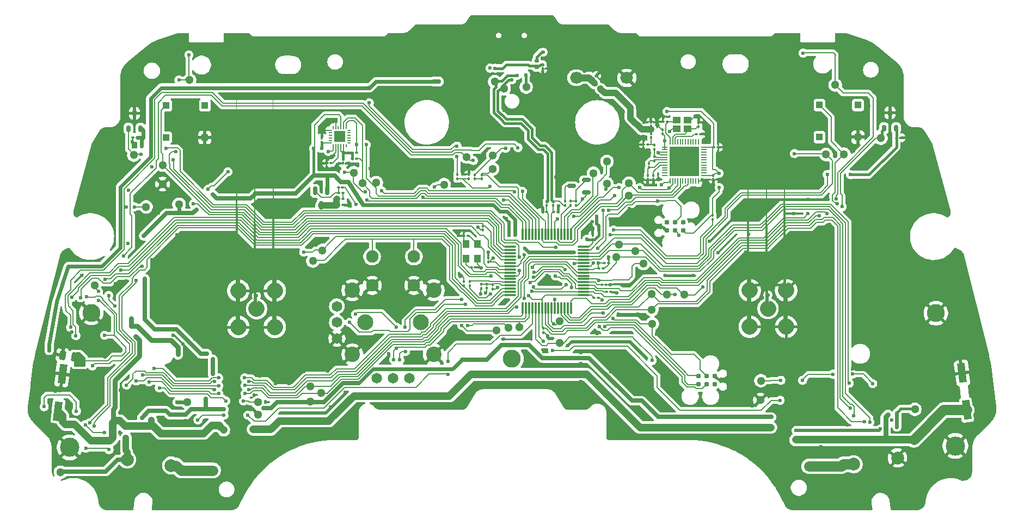
<source format=gbl>
G04 #@! TF.GenerationSoftware,KiCad,Pcbnew,9.0.3-9.0.3-0~ubuntu22.04.1*
G04 #@! TF.CreationDate,2025-08-06T12:37:18-06:00*
G04 #@! TF.ProjectId,Steam_Controller,53746561-6d5f-4436-9f6e-74726f6c6c65,rev?*
G04 #@! TF.SameCoordinates,Original*
G04 #@! TF.FileFunction,Copper,L2,Bot*
G04 #@! TF.FilePolarity,Positive*
%FSLAX46Y46*%
G04 Gerber Fmt 4.6, Leading zero omitted, Abs format (unit mm)*
G04 Created by KiCad (PCBNEW 9.0.3-9.0.3-0~ubuntu22.04.1) date 2025-08-06 12:37:18*
%MOMM*%
%LPD*%
G01*
G04 APERTURE LIST*
G04 Aperture macros list*
%AMRoundRect*
0 Rectangle with rounded corners*
0 $1 Rounding radius*
0 $2 $3 $4 $5 $6 $7 $8 $9 X,Y pos of 4 corners*
0 Add a 4 corners polygon primitive as box body*
4,1,4,$2,$3,$4,$5,$6,$7,$8,$9,$2,$3,0*
0 Add four circle primitives for the rounded corners*
1,1,$1+$1,$2,$3*
1,1,$1+$1,$4,$5*
1,1,$1+$1,$6,$7*
1,1,$1+$1,$8,$9*
0 Add four rect primitives between the rounded corners*
20,1,$1+$1,$2,$3,$4,$5,0*
20,1,$1+$1,$4,$5,$6,$7,0*
20,1,$1+$1,$6,$7,$8,$9,0*
20,1,$1+$1,$8,$9,$2,$3,0*%
%AMRotRect*
0 Rectangle, with rotation*
0 The origin of the aperture is its center*
0 $1 length*
0 $2 width*
0 $3 Rotation angle, in degrees counterclockwise*
0 Add horizontal line*
21,1,$1,$2,0,0,$3*%
%AMFreePoly0*
4,1,6,0.099800,-0.252400,-0.000100,-0.253000,-0.100100,-0.152900,-0.100100,0.252600,0.099800,0.252600,0.099800,-0.252400,0.099800,-0.252400,$1*%
%AMFreePoly1*
4,1,6,0.100000,-0.153000,0.000000,-0.253000,-0.100000,-0.252500,-0.100000,0.252500,0.100000,0.252500,0.100000,-0.153000,0.100000,-0.153000,$1*%
%AMFreePoly2*
4,1,6,0.252500,-0.099900,-0.252500,-0.099900,-0.253000,0.000100,-0.153000,0.100100,0.252500,0.100100,0.252500,-0.099900,0.252500,-0.099900,$1*%
%AMFreePoly3*
4,1,6,0.252500,-0.099900,-0.153100,-0.099900,-0.253100,0.000100,-0.252500,0.100100,0.252500,0.100100,0.252500,-0.099900,0.252500,-0.099900,$1*%
%AMFreePoly4*
4,1,6,0.100000,0.153100,0.100000,-0.252400,-0.100000,-0.252400,-0.100000,0.252600,0.000000,0.253100,0.100000,0.153100,0.100000,0.153100,$1*%
%AMFreePoly5*
4,1,6,0.100000,0.252500,0.100000,-0.252500,-0.100000,-0.252500,-0.100000,0.153000,0.000000,0.253000,0.100000,0.252500,0.100000,0.252500,$1*%
%AMFreePoly6*
4,1,6,0.253000,0.000000,0.153000,-0.100000,-0.252500,-0.100000,-0.252500,0.100000,0.252500,0.100000,0.253000,0.000000,0.253000,0.000000,$1*%
%AMFreePoly7*
4,1,6,0.253000,0.000100,0.252500,-0.099900,-0.252500,-0.099900,-0.252500,0.100000,0.153000,0.100000,0.253000,0.000100,0.253000,0.000100,$1*%
%AMFreePoly8*
4,1,53,0.150800,1.241000,0.299200,1.213800,0.443400,1.168900,0.580900,1.106900,0.710100,1.028900,0.829000,0.935700,0.935700,0.829000,1.028900,0.710100,1.106900,0.580900,1.168900,0.443400,1.213800,0.299200,1.241000,0.150800,1.250100,0.000000,1.241000,-0.150700,1.213800,-0.299000,1.168900,-0.443300,1.106900,-0.580900,1.028900,-0.710000,0.935700,-0.828800,0.829000,-0.935500,
0.710100,-1.028700,0.580900,-1.106700,0.443400,-1.168700,0.299200,-1.213700,0.150800,-1.240800,0.000000,-1.250000,-0.150700,-1.240800,-0.299000,-1.213700,-0.443300,-1.168700,-0.580900,-1.106700,-0.710000,-1.028700,-0.828800,-0.935500,-0.935500,-0.828800,-1.028700,-0.710000,-1.106700,-0.580900,-1.168700,-0.443300,-1.213700,-0.299000,-1.240800,-0.150700,-1.250000,0.000000,-1.240800,0.150800,
-1.213700,0.299200,-1.168700,0.443400,-1.106700,0.580900,-1.028700,0.710100,-0.935500,0.829000,-0.828800,0.935700,-0.710000,1.028900,-0.580900,1.106900,-0.443300,1.168900,-0.299000,1.213800,-0.150700,1.241000,0.000000,1.250100,0.150800,1.241000,0.150800,1.241000,$1*%
%AMFreePoly9*
4,1,53,0.150800,1.240800,0.299200,1.213700,0.443400,1.168700,0.580900,1.106700,0.710100,1.028700,0.829000,0.935500,0.935700,0.828800,1.028900,0.710000,1.106900,0.580900,1.168900,0.443300,1.213800,0.299000,1.241000,0.150700,1.250100,0.000000,1.241000,-0.150800,1.213800,-0.299200,1.168900,-0.443400,1.106900,-0.580900,1.028900,-0.710100,0.935700,-0.829000,0.829000,-0.935700,
0.710100,-1.028900,0.580900,-1.106900,0.443400,-1.168900,0.299200,-1.213800,0.150800,-1.241000,0.000000,-1.250100,-0.150700,-1.241000,-0.299000,-1.213800,-0.443300,-1.168900,-0.580900,-1.106900,-0.710000,-1.028900,-0.828800,-0.935700,-0.935500,-0.829000,-1.028700,-0.710100,-1.106700,-0.580900,-1.168700,-0.443400,-1.213700,-0.299200,-1.240800,-0.150800,-1.250000,0.000000,-1.240800,0.150700,
-1.213700,0.299000,-1.168700,0.443300,-1.106700,0.580900,-1.028700,0.710000,-0.935500,0.828800,-0.828800,0.935500,-0.710000,1.028700,-0.580900,1.106700,-0.443300,1.168700,-0.299000,1.213700,-0.150700,1.240800,0.000000,1.250000,0.150800,1.240800,0.150800,1.240800,$1*%
%AMFreePoly10*
4,1,53,0.150700,1.240800,0.299000,1.213700,0.443300,1.168700,0.580900,1.106700,0.710000,1.028700,0.828800,0.935500,0.935500,0.828800,1.028700,0.710000,1.106700,0.580900,1.168700,0.443300,1.213700,0.299000,1.240800,0.150700,1.250000,0.000000,1.240800,-0.150800,1.213700,-0.299200,1.168700,-0.443400,1.106700,-0.580900,1.028700,-0.710100,0.935500,-0.829000,0.828800,-0.935700,
0.710000,-1.028900,0.580900,-1.106900,0.443300,-1.168900,0.299000,-1.213800,0.150700,-1.241000,0.000000,-1.250100,-0.150800,-1.241000,-0.299200,-1.213800,-0.443400,-1.168900,-0.580900,-1.106900,-0.710100,-1.028900,-0.829000,-0.935700,-0.935700,-0.829000,-1.028900,-0.710100,-1.106900,-0.580900,-1.168900,-0.443400,-1.213800,-0.299200,-1.241000,-0.150800,-1.250100,0.000000,-1.241000,0.150700,
-1.213800,0.299000,-1.168900,0.443300,-1.106900,0.580900,-1.028900,0.710000,-0.935700,0.828800,-0.829000,0.935500,-0.710100,1.028700,-0.580900,1.106700,-0.443400,1.168700,-0.299200,1.213700,-0.150800,1.240800,0.000000,1.250000,0.150700,1.240800,0.150700,1.240800,$1*%
%AMFreePoly11*
4,1,53,0.150700,1.241000,0.299000,1.213800,0.443300,1.168900,0.580900,1.106900,0.710000,1.028900,0.828800,0.935700,0.935500,0.829000,1.028700,0.710100,1.106700,0.580900,1.168700,0.443400,1.213700,0.299200,1.240800,0.150800,1.250000,0.000000,1.240800,-0.150700,1.213700,-0.299000,1.168700,-0.443300,1.106700,-0.580900,1.028700,-0.710000,0.935500,-0.828800,0.828800,-0.935500,
0.710000,-1.028700,0.580900,-1.106700,0.443300,-1.168700,0.299000,-1.213700,0.150700,-1.240800,0.000000,-1.250000,-0.150800,-1.240800,-0.299200,-1.213700,-0.443400,-1.168700,-0.580900,-1.106700,-0.710100,-1.028700,-0.829000,-0.935500,-0.935700,-0.828800,-1.028900,-0.710000,-1.106900,-0.580900,-1.168900,-0.443300,-1.213800,-0.299000,-1.241000,-0.150700,-1.250100,0.000000,-1.241000,0.150800,
-1.213800,0.299200,-1.168900,0.443400,-1.106900,0.580900,-1.028900,0.710100,-0.935700,0.829000,-0.829000,0.935700,-0.710100,1.028900,-0.580900,1.106900,-0.443400,1.168900,-0.299200,1.213800,-0.150800,1.241000,0.000000,1.250100,0.150700,1.241000,0.150700,1.241000,$1*%
%AMFreePoly12*
4,1,53,0.150600,1.240800,0.299200,1.213600,0.443200,1.168700,0.580900,1.106900,0.710200,1.028700,0.828800,0.935700,0.935700,0.828800,1.028700,0.710200,1.106900,0.580900,1.168700,0.443200,1.213600,0.299200,1.240800,0.150600,1.249900,0.000000,1.240800,-0.150600,1.213600,-0.299200,1.168700,-0.443200,1.106900,-0.580900,1.028700,-0.710200,0.935700,-0.828800,0.828800,-0.935700,
0.710200,-1.028700,0.580900,-1.106900,0.443200,-1.168700,0.299200,-1.213600,0.150600,-1.240800,0.000000,-1.249900,-0.150600,-1.240800,-0.299200,-1.213600,-0.443200,-1.168700,-0.580900,-1.106900,-0.710200,-1.028700,-0.828800,-0.935700,-0.935700,-0.828800,-1.028700,-0.710200,-1.106900,-0.580900,-1.168700,-0.443200,-1.213600,-0.299200,-1.240800,-0.150600,-1.249900,0.000000,-1.240800,0.150600,
-1.213600,0.299200,-1.168700,0.443200,-1.106900,0.580900,-1.028700,0.710200,-0.935700,0.828800,-0.828800,0.935700,-0.710200,1.028700,-0.580900,1.106900,-0.443200,1.168700,-0.299200,1.213600,-0.150600,1.240800,0.000000,1.249900,0.150600,1.240800,0.150600,1.240800,$1*%
G04 Aperture macros list end*
G04 #@! TA.AperFunction,TestPad*
%ADD10C,1.300000*%
G04 #@! TD*
G04 #@! TA.AperFunction,ComponentPad*
%ADD11C,3.000000*%
G04 #@! TD*
G04 #@! TA.AperFunction,ComponentPad*
%ADD12C,2.800000*%
G04 #@! TD*
G04 #@! TA.AperFunction,ComponentPad*
%ADD13O,2.000000X1.810000*%
G04 #@! TD*
G04 #@! TA.AperFunction,ComponentPad*
%ADD14C,1.950000*%
G04 #@! TD*
G04 #@! TA.AperFunction,ComponentPad*
%ADD15C,1.650000*%
G04 #@! TD*
G04 #@! TA.AperFunction,ComponentPad*
%ADD16C,2.400000*%
G04 #@! TD*
G04 #@! TA.AperFunction,ComponentPad*
%ADD17C,2.475000*%
G04 #@! TD*
G04 #@! TA.AperFunction,SMDPad,CuDef*
%ADD18RoundRect,0.100000X0.100000X-0.130000X0.100000X0.130000X-0.100000X0.130000X-0.100000X-0.130000X0*%
G04 #@! TD*
G04 #@! TA.AperFunction,SMDPad,CuDef*
%ADD19RoundRect,0.100000X-0.130000X-0.100000X0.130000X-0.100000X0.130000X0.100000X-0.130000X0.100000X0*%
G04 #@! TD*
G04 #@! TA.AperFunction,SMDPad,CuDef*
%ADD20RoundRect,0.100000X0.163522X-0.012672X-0.029696X0.161301X-0.163522X0.012672X0.029696X-0.161301X0*%
G04 #@! TD*
G04 #@! TA.AperFunction,SMDPad,CuDef*
%ADD21RoundRect,0.175000X0.175000X-0.325000X0.175000X0.325000X-0.175000X0.325000X-0.175000X-0.325000X0*%
G04 #@! TD*
G04 #@! TA.AperFunction,SMDPad,CuDef*
%ADD22RoundRect,0.100000X0.130000X0.100000X-0.130000X0.100000X-0.130000X-0.100000X0.130000X-0.100000X0*%
G04 #@! TD*
G04 #@! TA.AperFunction,SMDPad,CuDef*
%ADD23RoundRect,0.100000X-0.100000X0.130000X-0.100000X-0.130000X0.100000X-0.130000X0.100000X0.130000X0*%
G04 #@! TD*
G04 #@! TA.AperFunction,SMDPad,CuDef*
%ADD24R,1.000000X1.100000*%
G04 #@! TD*
G04 #@! TA.AperFunction,SMDPad,CuDef*
%ADD25RotRect,2.997200X1.168400X83.000000*%
G04 #@! TD*
G04 #@! TA.AperFunction,SMDPad,CuDef*
%ADD26RoundRect,0.150000X0.512500X0.150000X-0.512500X0.150000X-0.512500X-0.150000X0.512500X-0.150000X0*%
G04 #@! TD*
G04 #@! TA.AperFunction,SMDPad,CuDef*
%ADD27FreePoly0,270.000000*%
G04 #@! TD*
G04 #@! TA.AperFunction,SMDPad,CuDef*
%ADD28R,0.505000X0.200000*%
G04 #@! TD*
G04 #@! TA.AperFunction,SMDPad,CuDef*
%ADD29FreePoly1,270.000000*%
G04 #@! TD*
G04 #@! TA.AperFunction,SMDPad,CuDef*
%ADD30FreePoly2,270.000000*%
G04 #@! TD*
G04 #@! TA.AperFunction,SMDPad,CuDef*
%ADD31R,0.200000X0.505000*%
G04 #@! TD*
G04 #@! TA.AperFunction,SMDPad,CuDef*
%ADD32FreePoly3,270.000000*%
G04 #@! TD*
G04 #@! TA.AperFunction,SMDPad,CuDef*
%ADD33FreePoly4,270.000000*%
G04 #@! TD*
G04 #@! TA.AperFunction,SMDPad,CuDef*
%ADD34FreePoly5,270.000000*%
G04 #@! TD*
G04 #@! TA.AperFunction,SMDPad,CuDef*
%ADD35FreePoly6,270.000000*%
G04 #@! TD*
G04 #@! TA.AperFunction,SMDPad,CuDef*
%ADD36FreePoly7,270.000000*%
G04 #@! TD*
G04 #@! TA.AperFunction,SMDPad,CuDef*
%ADD37R,1.700000X1.700000*%
G04 #@! TD*
G04 #@! TA.AperFunction,SMDPad,CuDef*
%ADD38FreePoly8,180.000000*%
G04 #@! TD*
G04 #@! TA.AperFunction,SMDPad,CuDef*
%ADD39FreePoly9,180.000000*%
G04 #@! TD*
G04 #@! TA.AperFunction,SMDPad,CuDef*
%ADD40FreePoly10,180.000000*%
G04 #@! TD*
G04 #@! TA.AperFunction,SMDPad,CuDef*
%ADD41FreePoly11,180.000000*%
G04 #@! TD*
G04 #@! TA.AperFunction,SMDPad,CuDef*
%ADD42FreePoly12,180.000000*%
G04 #@! TD*
G04 #@! TA.AperFunction,ComponentPad*
%ADD43C,2.000000*%
G04 #@! TD*
G04 #@! TA.AperFunction,SMDPad,CuDef*
%ADD44RotRect,2.997200X1.168400X97.000000*%
G04 #@! TD*
G04 #@! TA.AperFunction,SMDPad,CuDef*
%ADD45RoundRect,0.250000X-0.313674X-0.435584X0.181460X-0.505171X0.313674X0.435584X-0.181460X0.505171X0*%
G04 #@! TD*
G04 #@! TA.AperFunction,SMDPad,CuDef*
%ADD46RoundRect,0.147500X0.172500X-0.147500X0.172500X0.147500X-0.172500X0.147500X-0.172500X-0.147500X0*%
G04 #@! TD*
G04 #@! TA.AperFunction,SMDPad,CuDef*
%ADD47RoundRect,0.100000X-0.021213X-0.162635X0.162635X0.021213X0.021213X0.162635X-0.162635X-0.021213X0*%
G04 #@! TD*
G04 #@! TA.AperFunction,SMDPad,CuDef*
%ADD48O,1.000000X0.200000*%
G04 #@! TD*
G04 #@! TA.AperFunction,SMDPad,CuDef*
%ADD49O,0.200000X1.000000*%
G04 #@! TD*
G04 #@! TA.AperFunction,SMDPad,CuDef*
%ADD50R,4.600000X4.600000*%
G04 #@! TD*
G04 #@! TA.AperFunction,SMDPad,CuDef*
%ADD51RoundRect,0.150000X-0.150000X0.512500X-0.150000X-0.512500X0.150000X-0.512500X0.150000X0.512500X0*%
G04 #@! TD*
G04 #@! TA.AperFunction,SMDPad,CuDef*
%ADD52R,1.050000X1.300000*%
G04 #@! TD*
G04 #@! TA.AperFunction,ConnectorPad*
%ADD53C,0.787400*%
G04 #@! TD*
G04 #@! TA.AperFunction,SMDPad,CuDef*
%ADD54R,1.200000X1.000000*%
G04 #@! TD*
G04 #@! TA.AperFunction,SMDPad,CuDef*
%ADD55O,2.000000X0.300000*%
G04 #@! TD*
G04 #@! TA.AperFunction,SMDPad,CuDef*
%ADD56O,0.300000X2.000000*%
G04 #@! TD*
G04 #@! TA.AperFunction,ViaPad*
%ADD57C,0.600000*%
G04 #@! TD*
G04 #@! TA.AperFunction,Conductor*
%ADD58C,0.200000*%
G04 #@! TD*
G04 #@! TA.AperFunction,Conductor*
%ADD59C,0.120000*%
G04 #@! TD*
G04 #@! TA.AperFunction,Conductor*
%ADD60C,0.400000*%
G04 #@! TD*
G04 #@! TA.AperFunction,Conductor*
%ADD61C,0.800000*%
G04 #@! TD*
G04 #@! TA.AperFunction,Conductor*
%ADD62C,1.625000*%
G04 #@! TD*
G04 #@! TA.AperFunction,Conductor*
%ADD63C,0.600000*%
G04 #@! TD*
G04 #@! TA.AperFunction,Conductor*
%ADD64C,1.000000*%
G04 #@! TD*
G04 #@! TA.AperFunction,Conductor*
%ADD65C,1.600000*%
G04 #@! TD*
G04 #@! TA.AperFunction,Conductor*
%ADD66C,1.200000*%
G04 #@! TD*
G04 #@! TA.AperFunction,Conductor*
%ADD67C,0.700000*%
G04 #@! TD*
G04 #@! TA.AperFunction,Conductor*
%ADD68C,0.500000*%
G04 #@! TD*
G04 #@! TA.AperFunction,Conductor*
%ADD69C,1.100000*%
G04 #@! TD*
G04 APERTURE END LIST*
D10*
X176970000Y-98200000D03*
X149910000Y-76480000D03*
X123210000Y-113520000D03*
X128290000Y-79170000D03*
X96000000Y-84510000D03*
D11*
X84110000Y-121990000D03*
D10*
X174660000Y-98110000D03*
X169090000Y-92350000D03*
X82680000Y-125880000D03*
X121940000Y-92930000D03*
X169520000Y-90350000D03*
X152330000Y-103350000D03*
X150520000Y-103750000D03*
X149900000Y-78580000D03*
X204520000Y-76300000D03*
D12*
X87480000Y-101010000D03*
D10*
X98600000Y-78010000D03*
X151680000Y-66090000D03*
X179670000Y-98200000D03*
X113400000Y-114950000D03*
D13*
X170753548Y-64415000D03*
X162903548Y-64395000D03*
D10*
X160270000Y-105710000D03*
X203180905Y-65500615D03*
X98560000Y-80970000D03*
X160300000Y-102350000D03*
D14*
X137652495Y-96759992D03*
D15*
X125672500Y-100010000D03*
X125672493Y-102510001D03*
X125672508Y-105010000D03*
D14*
X137652500Y-92259998D03*
D15*
X131902491Y-111240007D03*
X134402494Y-111240001D03*
X136902498Y-111240004D03*
D14*
X131152497Y-96759999D03*
X131152497Y-92260006D03*
D16*
X140727496Y-97510004D03*
X140727491Y-107509998D03*
X128077509Y-97510003D03*
X128077498Y-107510003D03*
D17*
X138702510Y-102510002D03*
X130102505Y-102510003D03*
D10*
X101120000Y-84120000D03*
X88000000Y-96690000D03*
X102770000Y-64740000D03*
X102390000Y-114940000D03*
X167650000Y-80890000D03*
X123430000Y-91280000D03*
X154010000Y-103290000D03*
X113410000Y-116840000D03*
X121510000Y-114870000D03*
X121560000Y-112520000D03*
X210291944Y-73818295D03*
X174660000Y-100560000D03*
X172100000Y-91360000D03*
X173320000Y-93340000D03*
X129620000Y-80780000D03*
X191560000Y-114620000D03*
D12*
X218830000Y-101080000D03*
D10*
X215560000Y-116050000D03*
X171100000Y-80820000D03*
X174720000Y-102720000D03*
X150210000Y-65000000D03*
X191610000Y-111590000D03*
X165580000Y-79270000D03*
X142330000Y-81030000D03*
X201740000Y-76360000D03*
X171090000Y-82750000D03*
D11*
X221860000Y-121764600D03*
D12*
X152820936Y-108175000D03*
D10*
X131810000Y-80740000D03*
X94090000Y-76420000D03*
X167680000Y-77440000D03*
X145820000Y-76710000D03*
X155108274Y-65845608D03*
D18*
X148120000Y-97230000D03*
X148120000Y-96590000D03*
D19*
X125950000Y-82350000D03*
X126590000Y-82350000D03*
D20*
X166437806Y-65914122D03*
X165962194Y-65485878D03*
D21*
X212640000Y-72250000D03*
X210740000Y-72250000D03*
X211690000Y-69850000D03*
D22*
X168270000Y-97780000D03*
X167630000Y-97780000D03*
D23*
X174900000Y-79610000D03*
X174900000Y-80250000D03*
D24*
X206720000Y-68650000D03*
X206720000Y-73650000D03*
X200720000Y-68650000D03*
X200720000Y-73650000D03*
D19*
X128070000Y-76990000D03*
X128710000Y-76990000D03*
D18*
X161140000Y-84260000D03*
X161140000Y-83620000D03*
D23*
X146300000Y-96180000D03*
X146300000Y-96820000D03*
D22*
X124770000Y-77700000D03*
X124130000Y-77700000D03*
D23*
X162890000Y-83620000D03*
X162890000Y-84260000D03*
D22*
X177080000Y-71240000D03*
X176440000Y-71240000D03*
D19*
X128060000Y-76090000D03*
X128700000Y-76090000D03*
D25*
X82285565Y-116336622D03*
X82994435Y-110563378D03*
D18*
X175020000Y-77300000D03*
X175020000Y-76660000D03*
D19*
X125970000Y-83270000D03*
X126610000Y-83270000D03*
D23*
X146200000Y-79480000D03*
X146200000Y-80120000D03*
D26*
X164457500Y-80320000D03*
X164457500Y-82220000D03*
X162182500Y-81270000D03*
D22*
X158290000Y-85300000D03*
X157650000Y-85300000D03*
D23*
X126650000Y-77060000D03*
X126650000Y-77700000D03*
D27*
X127517500Y-72570300D03*
D28*
X127517500Y-72970100D03*
X127517500Y-73370100D03*
X127517500Y-73769900D03*
X127517500Y-74169900D03*
D29*
X127517500Y-74570000D03*
D30*
X127090000Y-74997500D03*
D31*
X126689900Y-74997500D03*
X126289900Y-74997500D03*
X125890100Y-74997500D03*
X125490100Y-74997500D03*
D32*
X125090000Y-74997500D03*
D33*
X124662500Y-74570000D03*
D28*
X124662500Y-74169900D03*
X124662500Y-73769900D03*
X124662500Y-73370100D03*
X124662500Y-72970100D03*
D34*
X124662500Y-72570000D03*
D35*
X125090000Y-72142500D03*
D31*
X125490100Y-72142500D03*
X125890100Y-72142500D03*
X126289900Y-72142500D03*
X126689900Y-72142500D03*
D36*
X127090000Y-72142500D03*
D37*
X126090000Y-73570000D03*
D38*
X195538500Y-97531500D03*
D39*
X195538500Y-103188500D03*
D40*
X189881500Y-103188500D03*
D41*
X189881500Y-97531500D03*
D42*
X192710000Y-100360000D03*
D18*
X145420000Y-96800000D03*
X145420000Y-96160000D03*
D43*
X206050015Y-124609992D03*
X212858884Y-123622773D03*
D18*
X157690000Y-62960000D03*
X157690000Y-62320000D03*
D44*
X223614427Y-116156623D03*
X222905573Y-110383377D03*
D23*
X159330000Y-83660000D03*
X159330000Y-84300000D03*
D18*
X123330000Y-74430000D03*
X123330000Y-73790000D03*
D22*
X167050000Y-94100000D03*
X166410000Y-94100000D03*
X94570000Y-73670000D03*
X93930000Y-73670000D03*
D21*
X95130000Y-72330000D03*
X93230000Y-72330000D03*
X94180000Y-69930000D03*
D22*
X166310000Y-98670000D03*
X165670000Y-98670000D03*
D19*
X125920000Y-81480000D03*
X126560000Y-81480000D03*
D18*
X165460000Y-89580000D03*
X165460000Y-88940000D03*
X148990000Y-97190000D03*
X148990000Y-96550000D03*
D43*
X93072735Y-123872217D03*
X99889955Y-124800016D03*
D45*
X83009245Y-107657786D03*
X84890755Y-107922214D03*
D18*
X149890000Y-97310000D03*
X149890000Y-96670000D03*
D46*
X156730000Y-62765000D03*
X156730000Y-61795000D03*
D23*
X184210000Y-79590000D03*
X184210000Y-80230000D03*
D19*
X145440000Y-89020000D03*
X146080000Y-89020000D03*
D47*
X165523726Y-64556274D03*
X165976274Y-64103726D03*
D18*
X144370000Y-80120000D03*
X144370000Y-79480000D03*
D23*
X176300000Y-72480000D03*
X176300000Y-73120000D03*
D48*
X182725000Y-75201200D03*
X182725000Y-75601600D03*
X182725000Y-76001300D03*
X182725000Y-76401700D03*
X182725000Y-76801200D03*
X182725000Y-77201800D03*
X182725000Y-77601300D03*
X182725000Y-78001300D03*
X182725000Y-78401100D03*
X182725000Y-78801200D03*
X182725000Y-79201200D03*
X182725000Y-79601300D03*
D49*
X181887500Y-80436200D03*
X181487700Y-80436200D03*
X181087700Y-80436200D03*
X180687600Y-80436200D03*
X180287600Y-80436200D03*
X179887500Y-80436200D03*
X179488000Y-80436200D03*
X179087700Y-80436200D03*
X178687900Y-80436200D03*
X178287600Y-80436200D03*
X177887800Y-80436200D03*
X177487700Y-80436200D03*
D48*
X176652800Y-79601300D03*
X176652800Y-79201200D03*
X176652800Y-78801200D03*
X176652800Y-78401100D03*
X176652800Y-78001300D03*
X176652800Y-77601300D03*
X176652800Y-77201200D03*
X176652800Y-76801200D03*
X176652800Y-76401100D03*
X176652800Y-76001300D03*
X176652800Y-75601600D03*
X176652800Y-75201200D03*
D49*
X177487700Y-74363800D03*
X177887800Y-74363800D03*
X178287600Y-74363800D03*
X178687900Y-74363800D03*
X179087700Y-74363800D03*
X179488000Y-74363800D03*
X179887500Y-74363800D03*
X180287600Y-74363800D03*
X180687600Y-74363800D03*
X181087700Y-74363800D03*
X181487700Y-74363800D03*
X181887500Y-74363800D03*
D50*
X179686100Y-77399900D03*
D23*
X174510000Y-71320000D03*
X174510000Y-71960000D03*
X162030000Y-83620000D03*
X162030000Y-84260000D03*
D22*
X167520000Y-96640000D03*
X166880000Y-96640000D03*
D19*
X212680000Y-73750000D03*
X213320000Y-73750000D03*
D23*
X175020000Y-74890000D03*
X175020000Y-75530000D03*
D22*
X182240000Y-73180000D03*
X181600000Y-73180000D03*
D38*
X116008500Y-97561500D03*
D39*
X116008500Y-103218500D03*
D40*
X110351500Y-103218500D03*
D41*
X110351500Y-97561500D03*
D42*
X113180000Y-100390000D03*
D19*
X125960000Y-84220000D03*
X126600000Y-84220000D03*
D23*
X149190000Y-92460000D03*
X149190000Y-93100000D03*
D51*
X122260000Y-82012500D03*
X124160000Y-82012500D03*
X123210000Y-84287500D03*
D19*
X184310000Y-75220000D03*
X184950000Y-75220000D03*
D18*
X157760000Y-104100000D03*
X157760000Y-103460000D03*
D23*
X174010000Y-79610000D03*
X174010000Y-80250000D03*
D18*
X174230000Y-78370000D03*
X174230000Y-77730000D03*
D23*
X147080000Y-79530000D03*
X147080000Y-80170000D03*
D19*
X159380000Y-85290000D03*
X160020000Y-85290000D03*
D18*
X148170000Y-80170000D03*
X148170000Y-79530000D03*
D52*
X145784995Y-92599999D03*
X145785004Y-90300002D03*
X147535005Y-90300001D03*
X147534996Y-92599998D03*
D18*
X148390000Y-88100000D03*
X148390000Y-87460000D03*
D53*
X179495000Y-88195000D03*
X179495000Y-86925000D03*
X178225000Y-88195000D03*
X178225000Y-86925000D03*
X176955000Y-88195000D03*
X176955000Y-86925000D03*
D22*
X147210000Y-93970000D03*
X146570000Y-93970000D03*
D18*
X181930000Y-72030000D03*
X181930000Y-71390000D03*
D24*
X105130000Y-68700000D03*
X105130000Y-73700000D03*
X99130000Y-68700000D03*
X99130000Y-73700000D03*
D54*
X178530000Y-71009998D03*
X180229999Y-71010004D03*
X180230000Y-72310002D03*
X178530001Y-72309996D03*
D22*
X174010000Y-74800000D03*
X173370000Y-74800000D03*
D53*
X181880002Y-110860000D03*
X181880001Y-112129998D03*
X183150000Y-110860000D03*
X183150000Y-112130000D03*
X184419999Y-110860002D03*
X184419998Y-112130000D03*
D19*
X167250000Y-93240000D03*
X167890000Y-93240000D03*
D55*
X152570200Y-98250100D03*
X152570200Y-97749900D03*
X152570200Y-97250100D03*
X152570200Y-96749900D03*
X152570200Y-96250100D03*
X152570200Y-95749900D03*
X152570200Y-95250100D03*
X152570200Y-94749900D03*
X152570200Y-94250100D03*
X152570200Y-93749900D03*
X152570200Y-93250100D03*
X152570200Y-92749900D03*
X152570200Y-92250100D03*
X152570200Y-91749900D03*
X152570200Y-91250100D03*
X152570200Y-90749900D03*
D56*
X154569900Y-88750200D03*
X155070100Y-88750200D03*
X155569900Y-88750200D03*
X156070100Y-88750200D03*
X156569900Y-88750200D03*
X157070100Y-88750200D03*
X157569900Y-88750200D03*
X158070100Y-88750200D03*
X158569900Y-88750200D03*
X159070100Y-88750200D03*
X159569900Y-88750200D03*
X160070100Y-88750200D03*
X160569900Y-88750200D03*
X161070100Y-88750200D03*
X161569900Y-88750200D03*
X162070100Y-88750200D03*
D55*
X164069800Y-90749900D03*
X164069800Y-91250100D03*
X164069800Y-91749900D03*
X164069800Y-92250100D03*
X164069800Y-92749900D03*
X164069800Y-93250100D03*
X164069800Y-93749900D03*
X164069800Y-94250100D03*
X164069800Y-94749900D03*
X164069800Y-95250100D03*
X164069800Y-95749900D03*
X164069800Y-96250100D03*
X164069800Y-96749900D03*
X164069800Y-97250100D03*
X164069800Y-97749900D03*
X164069800Y-98250100D03*
D56*
X162070100Y-100249800D03*
X161569900Y-100249800D03*
X161070100Y-100249800D03*
X160569900Y-100249800D03*
X160070100Y-100249800D03*
X159569900Y-100249800D03*
X159070100Y-100249800D03*
X158569900Y-100249800D03*
X158070100Y-100249800D03*
X157569900Y-100249800D03*
X157070100Y-100249800D03*
X156569900Y-100249800D03*
X156070100Y-100249800D03*
X155569900Y-100249800D03*
X155070100Y-100249800D03*
X154569900Y-100249800D03*
D23*
X184130000Y-85850000D03*
X184130000Y-86490000D03*
D18*
X174520000Y-73730000D03*
X174520000Y-73090000D03*
X158310000Y-84290000D03*
X158310000Y-83650000D03*
D57*
X196120000Y-89200000D03*
X89610000Y-107890000D03*
X202290000Y-92000000D03*
X82611776Y-113171454D03*
X124700000Y-115690000D03*
X137950000Y-56675000D03*
X211650000Y-68510000D03*
X174020000Y-81020000D03*
X153270000Y-65740000D03*
X78890000Y-111360000D03*
X187360000Y-86530000D03*
X214290000Y-73670000D03*
X181499250Y-79120000D03*
X100800000Y-88890000D03*
X103610000Y-105100000D03*
X116120000Y-112090000D03*
X196260000Y-112150000D03*
X155990000Y-71280000D03*
X181180000Y-95180000D03*
X97900000Y-85475000D03*
X140980000Y-90610000D03*
X147641527Y-87703000D03*
X94610000Y-88820000D03*
X161590000Y-106120000D03*
X194510000Y-58930000D03*
X120370000Y-67220000D03*
X133730000Y-107430000D03*
X176710000Y-95180000D03*
X164210000Y-63410000D03*
X91900000Y-119650000D03*
X108220000Y-122210000D03*
X164830000Y-59520000D03*
X127940000Y-119760000D03*
X124814191Y-76674745D03*
X113690000Y-110900000D03*
X202280000Y-109810000D03*
X178050000Y-111520000D03*
X177747983Y-76824826D03*
X152000000Y-86320000D03*
X103540000Y-128060000D03*
X109290000Y-110570000D03*
X175420000Y-70820000D03*
X170670000Y-66730000D03*
X180292691Y-76860020D03*
X165470000Y-88000000D03*
X144554265Y-88935735D03*
X160780000Y-59610000D03*
X101980000Y-77680000D03*
X154044593Y-94430748D03*
X177770612Y-75626019D03*
X123310000Y-72610000D03*
X96430000Y-120270000D03*
X181497098Y-75565694D03*
X173950000Y-117020000D03*
X125210000Y-59030000D03*
X148813662Y-97906405D03*
X159550000Y-98910000D03*
X173150000Y-78630000D03*
X124230000Y-77090000D03*
X185950000Y-75130000D03*
X134750000Y-78920000D03*
X98720000Y-79340000D03*
X173130000Y-75570000D03*
X163590000Y-108900000D03*
X97050000Y-59790000D03*
X148130000Y-94000000D03*
X166260000Y-67210000D03*
X102140000Y-117780000D03*
X96910000Y-92790000D03*
X108300000Y-88820000D03*
X91010000Y-106010000D03*
X123100000Y-94440000D03*
X215960000Y-130470000D03*
X91230000Y-96470000D03*
X117330000Y-91700000D03*
X151670000Y-69490000D03*
X121620000Y-90650000D03*
X206060000Y-75830000D03*
X177010000Y-116010000D03*
X157525000Y-79950000D03*
X168800000Y-59690000D03*
X122960000Y-80900000D03*
X198990000Y-83320000D03*
X108980000Y-59730000D03*
X187120000Y-111520000D03*
X132550000Y-59190000D03*
X90790000Y-106790000D03*
X141120000Y-94720000D03*
X183100000Y-73160000D03*
X109350000Y-121900000D03*
X85780000Y-84560000D03*
X169220000Y-97880000D03*
X158479877Y-104620123D03*
X196270000Y-90780000D03*
X80780000Y-100890000D03*
X94110000Y-68790000D03*
X112780000Y-113850000D03*
X111900000Y-58510000D03*
X143910000Y-56520000D03*
X174860000Y-81060000D03*
X180310529Y-79130000D03*
X114620000Y-114940000D03*
X208120000Y-112490000D03*
X181380000Y-70380000D03*
X123030000Y-76670000D03*
X215910000Y-72850000D03*
X172400000Y-74740000D03*
X205890000Y-109760000D03*
X168530000Y-67930000D03*
X143350000Y-73780000D03*
X151580000Y-105150000D03*
X202470000Y-100370000D03*
X175620000Y-76066525D03*
X198660000Y-112840000D03*
X175660000Y-80260000D03*
X223490000Y-95230000D03*
X189370000Y-83840000D03*
X84470447Y-104051880D03*
X170210000Y-69700000D03*
X174460000Y-70290000D03*
X168380000Y-107030000D03*
X160520000Y-96520000D03*
X169440000Y-101210000D03*
X179022809Y-76843991D03*
X182720000Y-74360000D03*
X166170000Y-104300000D03*
X175550000Y-71800000D03*
X110550000Y-114190000D03*
X173210000Y-76900000D03*
X184140000Y-81070000D03*
X81900000Y-113230000D03*
X148360000Y-66600000D03*
X171220000Y-104060000D03*
X132440000Y-67000000D03*
X161810000Y-74610000D03*
X202330000Y-112250000D03*
X166880000Y-99030000D03*
X143180000Y-66830000D03*
X93050000Y-63240000D03*
X173370000Y-73500000D03*
X189290000Y-91580000D03*
X202320000Y-87280000D03*
X109240000Y-91720000D03*
X179041989Y-78125432D03*
X177790000Y-79154660D03*
X114500000Y-67340000D03*
X209570000Y-75710000D03*
X205130000Y-85560000D03*
X168195160Y-96618000D03*
X168190000Y-86430000D03*
X158370000Y-95230000D03*
X163640000Y-107210000D03*
X110750000Y-123370000D03*
X205990000Y-92000000D03*
X129320000Y-92400000D03*
X177410000Y-72775735D03*
X100200000Y-104520000D03*
X172490000Y-101230000D03*
X125480000Y-71000000D03*
X125790000Y-77920000D03*
X180580000Y-58950000D03*
X198540000Y-118350000D03*
X181499250Y-78083943D03*
X212650000Y-63160000D03*
X171160000Y-84790000D03*
X100820000Y-110110000D03*
X109500000Y-89400000D03*
X142940000Y-62690000D03*
X96864592Y-78274592D03*
X183620000Y-89880000D03*
X211970000Y-117700000D03*
X157640000Y-61330000D03*
X187800000Y-58980000D03*
X159130000Y-74970000D03*
X120550000Y-110225000D03*
X190893762Y-86353664D03*
X196700000Y-85520000D03*
X105430000Y-104510000D03*
X177792600Y-78163769D03*
X164250000Y-65620000D03*
X167000000Y-64800000D03*
X93830000Y-74380000D03*
X149180000Y-91560000D03*
X190290000Y-115540000D03*
X157680000Y-63520000D03*
X117060000Y-121780000D03*
X197290000Y-123210000D03*
X144640000Y-59580000D03*
X204465863Y-130972484D03*
X171200000Y-72260000D03*
X82750000Y-106350000D03*
X208700000Y-59640000D03*
X146870000Y-55140000D03*
X189730000Y-88750000D03*
X117970000Y-59080000D03*
X215590000Y-118440000D03*
X79370000Y-106660000D03*
X127930000Y-116630000D03*
X157510000Y-84490000D03*
X100120000Y-109440000D03*
X136500000Y-100440000D03*
X83700000Y-106120000D03*
X161580000Y-63400000D03*
X159740000Y-79890000D03*
X182520000Y-80270000D03*
X93200000Y-90200000D03*
X174470000Y-87350000D03*
X146180000Y-78480000D03*
X163600000Y-111700000D03*
X176400000Y-101090000D03*
X110710000Y-120690000D03*
X144970000Y-95220000D03*
X155820000Y-104460000D03*
X223270000Y-125710000D03*
X161910000Y-56520000D03*
X127300000Y-90710000D03*
X180218793Y-75600575D03*
X205080000Y-118530000D03*
X180326230Y-78083943D03*
X89850000Y-72870000D03*
X178985120Y-75629483D03*
X150180000Y-71270000D03*
X86070000Y-105600000D03*
X160240000Y-82740000D03*
X124280000Y-110120000D03*
X86007185Y-95207185D03*
X161480000Y-65760000D03*
X202060000Y-83330000D03*
X110260000Y-117940000D03*
X182780000Y-71620000D03*
X204230000Y-59560000D03*
X167960000Y-92350000D03*
X135090000Y-76070000D03*
X166580000Y-63280000D03*
X82220000Y-95280000D03*
X200940000Y-121910000D03*
X208400000Y-68830000D03*
X173420000Y-71290000D03*
X109610000Y-114190000D03*
X134280000Y-115300000D03*
X101713450Y-105907746D03*
X127740000Y-84170000D03*
X196660000Y-59520000D03*
X181455960Y-76856877D03*
X146860000Y-62670000D03*
X194750000Y-122200000D03*
X179070000Y-79151974D03*
X138300000Y-108620000D03*
X165420000Y-86820000D03*
X119260000Y-84690000D03*
X168480000Y-65100000D03*
X160130000Y-84400000D03*
X92910000Y-96050000D03*
X151420000Y-99620000D03*
X205930000Y-100300000D03*
X150920000Y-61910000D03*
X157410000Y-96530000D03*
X172400000Y-69040000D03*
X206520000Y-111460000D03*
X175390000Y-104350000D03*
X91950000Y-113050000D03*
X100230000Y-96440000D03*
X127400000Y-67420000D03*
X92200000Y-79860000D03*
X173120000Y-80300000D03*
X184970000Y-91680000D03*
X108660000Y-123370000D03*
X118230000Y-112070000D03*
X93222179Y-81917004D03*
X111040000Y-127080000D03*
X126962307Y-113391763D03*
X168310000Y-110210000D03*
X171080000Y-76900000D03*
X158900000Y-55130000D03*
X113450000Y-83850000D03*
X115130000Y-85640000D03*
X224880000Y-100880000D03*
X113560000Y-120960000D03*
X130820000Y-78530000D03*
X90880000Y-85900000D03*
X103220000Y-131200000D03*
X174440000Y-58830000D03*
X157840000Y-107100000D03*
X196590000Y-109420000D03*
X226990000Y-116300000D03*
X174670000Y-108450000D03*
X178230000Y-98210000D03*
X139050000Y-83009000D03*
X140870000Y-81405000D03*
X167505735Y-81775735D03*
X167092815Y-85021000D03*
X167380000Y-103140000D03*
X167060000Y-101040000D03*
X162560000Y-93320000D03*
X166510000Y-103130000D03*
X159640000Y-95256100D03*
X162150000Y-97060000D03*
X185140000Y-81490000D03*
X177020000Y-69640000D03*
X176652800Y-74230000D03*
X185130000Y-79280000D03*
X165570000Y-93280000D03*
X175570000Y-83641000D03*
X166220000Y-91000000D03*
X176180000Y-81100000D03*
X177350000Y-81550000D03*
X169530000Y-81520000D03*
X172770000Y-81520000D03*
X162550000Y-85980000D03*
X178850000Y-88950000D03*
X159950000Y-86420000D03*
X101110000Y-64740000D03*
X102640000Y-60820000D03*
X100660000Y-75940000D03*
X94149000Y-84510000D03*
X92949000Y-84500000D03*
X84240735Y-103279265D03*
X100960000Y-107510000D03*
X93661072Y-101922559D03*
X153830000Y-75273998D03*
X87890551Y-118678486D03*
X146890000Y-77290000D03*
X92475087Y-92133385D03*
X94460000Y-95991926D03*
X203460000Y-84060000D03*
X149590000Y-98100000D03*
X201910000Y-85560000D03*
X155970000Y-97700000D03*
X130220000Y-74820000D03*
X128700000Y-74820000D03*
X105650000Y-81770000D03*
X108715000Y-79045000D03*
X103370000Y-84020000D03*
X182590000Y-97020000D03*
X192700000Y-98230000D03*
X168890000Y-82740000D03*
X167892816Y-85022732D03*
X159396214Y-102703786D03*
X166420000Y-95970000D03*
X196830000Y-76200000D03*
X120500000Y-91570000D03*
X113160000Y-98370000D03*
X200710000Y-85890000D03*
X203360000Y-83270000D03*
X198190000Y-60540000D03*
X128570000Y-101250000D03*
X134900000Y-106564000D03*
X134500000Y-108310000D03*
X134930000Y-103240000D03*
X100220000Y-77180000D03*
X156100000Y-93900000D03*
X154067013Y-92314398D03*
X95180000Y-76330000D03*
X198960000Y-85560000D03*
X204230000Y-84480000D03*
X145040371Y-98960000D03*
X145090000Y-102970000D03*
X136290000Y-103250000D03*
X136320000Y-107070000D03*
X135460000Y-108370000D03*
X156246967Y-95454504D03*
X145660000Y-99690000D03*
X155777546Y-96321291D03*
X127630000Y-102520000D03*
X146000000Y-102980000D03*
X155060000Y-63940000D03*
X157730000Y-60400000D03*
X87280000Y-118130000D03*
X90230000Y-122320000D03*
X86640000Y-122130000D03*
X80150000Y-115650000D03*
X85160000Y-116350000D03*
X200750000Y-124930000D03*
X105570000Y-125570000D03*
X104840000Y-125560000D03*
X199100000Y-124930000D03*
X199940000Y-124930000D03*
X106410000Y-125570000D03*
X161200367Y-94284107D03*
X149660000Y-95302000D03*
X166340000Y-93270000D03*
X89630000Y-95793000D03*
X156351702Y-94661387D03*
X85080000Y-104570000D03*
X91150000Y-99950000D03*
X90190000Y-98310000D03*
X84420000Y-98630000D03*
X92080000Y-94380000D03*
X151580000Y-83470000D03*
X149490000Y-81350000D03*
X205560000Y-79500000D03*
X159686263Y-90770000D03*
X95275254Y-75054746D03*
X168150000Y-88860000D03*
X99080000Y-75420000D03*
X201940000Y-79450000D03*
X94935000Y-105265000D03*
X94385000Y-104715000D03*
X112660000Y-119170000D03*
X211380000Y-116900000D03*
X108070000Y-119270000D03*
X96800000Y-117720000D03*
X192310000Y-118880000D03*
X113570000Y-119180000D03*
X193140000Y-118880000D03*
X197040000Y-120810000D03*
X107600000Y-118800000D03*
X202660000Y-120810000D03*
X197860000Y-120810000D03*
X142930000Y-108620000D03*
X104050000Y-117700000D03*
X111830000Y-116960000D03*
X142960000Y-110590000D03*
X108110000Y-116980000D03*
X100800000Y-114920000D03*
X157800000Y-105460000D03*
X194610000Y-114650000D03*
X159230000Y-106870000D03*
X95430000Y-110740000D03*
X111380000Y-112350000D03*
X154841937Y-98791161D03*
X153660000Y-100120000D03*
X206010000Y-117090000D03*
X107320000Y-112390000D03*
X122030000Y-75420000D03*
X105290000Y-114440000D03*
X95810000Y-98100000D03*
X106420000Y-82610000D03*
X154783534Y-91958587D03*
X168680000Y-88110000D03*
X163900000Y-83270000D03*
X105460000Y-107370000D03*
X106340000Y-108250000D03*
X85780000Y-98690000D03*
X153380000Y-88840000D03*
X114270000Y-115847349D03*
X198240000Y-119330000D03*
X166380000Y-88110000D03*
X166080000Y-86000000D03*
X108110000Y-116063722D03*
X95810000Y-95740000D03*
X95382721Y-93732909D03*
X149990000Y-92470000D03*
X210220000Y-119080000D03*
X106360000Y-110530000D03*
X95340000Y-117350000D03*
X95650000Y-89020000D03*
X107140000Y-116070000D03*
X197080000Y-119340000D03*
X164530000Y-89560000D03*
X193250000Y-117254581D03*
X155517814Y-98359948D03*
X123280000Y-75410310D03*
X126690000Y-76090000D03*
X115320000Y-115860000D03*
X148040000Y-98110000D03*
X192540000Y-117250000D03*
X162500000Y-91570000D03*
X103830000Y-84960000D03*
X154880000Y-90940000D03*
X130300000Y-83400000D03*
X128670000Y-84140000D03*
X153700000Y-64010000D03*
X152880000Y-64710000D03*
X212780000Y-116620000D03*
X212760000Y-118840000D03*
X194710000Y-111530000D03*
X205840000Y-110570000D03*
X202790000Y-110580000D03*
X198100000Y-111520000D03*
X209010000Y-112050000D03*
X87627934Y-109299860D03*
X86730000Y-98550000D03*
X130700000Y-68320000D03*
X130680887Y-65950000D03*
X150270000Y-62910000D03*
X149470000Y-62902233D03*
X80920000Y-106230000D03*
X144351659Y-75038000D03*
X141550000Y-64980000D03*
X80920000Y-106910000D03*
X140760000Y-64980000D03*
X144340000Y-76640000D03*
X150650000Y-97100000D03*
X168600000Y-101930000D03*
X156264361Y-96956125D03*
X161290000Y-96630000D03*
X207743621Y-117953710D03*
X205510000Y-115870000D03*
X94480000Y-111650000D03*
X111980000Y-112980000D03*
X106610000Y-113020000D03*
X111380000Y-113580000D03*
X107300000Y-113570000D03*
X96450000Y-111770000D03*
X108400000Y-114740000D03*
X98050000Y-112710000D03*
X111150000Y-114740000D03*
X89540000Y-104510000D03*
X85920000Y-108980000D03*
X85900000Y-108180000D03*
X88600000Y-97700000D03*
X88580000Y-99090000D03*
X124360000Y-75900000D03*
X154520000Y-82090000D03*
X132650000Y-82020000D03*
X126840000Y-79110000D03*
X130100000Y-82130000D03*
X153251474Y-82169992D03*
X111950000Y-111740000D03*
X92953075Y-112272637D03*
X106600000Y-111750000D03*
X208536434Y-118060697D03*
X205352000Y-111990000D03*
X107300000Y-111160000D03*
X111330000Y-111150000D03*
X97260000Y-109680000D03*
X151930000Y-75390000D03*
X92870000Y-121320000D03*
X86537315Y-118456244D03*
X92870000Y-120500000D03*
X89520000Y-119690000D03*
D58*
X187120000Y-111520000D02*
X185180998Y-111520000D01*
X145420000Y-95670000D02*
X144970000Y-95220000D01*
X93930000Y-74280000D02*
X93830000Y-74380000D01*
X166520000Y-98670000D02*
X166880000Y-99030000D01*
X175954575Y-76401100D02*
X176652800Y-76401100D01*
X173310000Y-74740000D02*
X172400000Y-74740000D01*
X165976274Y-64103726D02*
X165976274Y-63883726D01*
X181930000Y-71390000D02*
X182550000Y-71390000D01*
X145440000Y-89020000D02*
X144638530Y-89020000D01*
X148990000Y-97730067D02*
X148813662Y-97906405D01*
X180749996Y-71010004D02*
X181380000Y-70380000D01*
X167890000Y-93489999D02*
X167890000Y-93240000D01*
X214210000Y-73750000D02*
X214290000Y-73670000D01*
D59*
X125490100Y-75310000D02*
X125490100Y-75369900D01*
D60*
X116008500Y-97561500D02*
X110351500Y-97561500D01*
D58*
X176340000Y-87580000D02*
X175500000Y-87580000D01*
X149190000Y-92460000D02*
X149190000Y-91570000D01*
X167890000Y-92420000D02*
X167960000Y-92350000D01*
X125490100Y-75998836D02*
X124814191Y-76674745D01*
X174010000Y-81010000D02*
X174020000Y-81020000D01*
X148390000Y-88100000D02*
X148038527Y-88100000D01*
D60*
X160020000Y-85290000D02*
X160020000Y-84510000D01*
D58*
X127690000Y-84220000D02*
X127740000Y-84170000D01*
X175840000Y-71240000D02*
X175420000Y-70820000D01*
X180229999Y-71010004D02*
X180749996Y-71010004D01*
X124130000Y-77190000D02*
X124230000Y-77090000D01*
X167050000Y-94100000D02*
X167279999Y-94100000D01*
X146200000Y-79480000D02*
X146200000Y-78500000D01*
X184210000Y-81000000D02*
X184140000Y-81070000D01*
X165460000Y-88940000D02*
X165460000Y-88010000D01*
D59*
X176652800Y-76001300D02*
X175685225Y-76001300D01*
D58*
X123330000Y-72630000D02*
X123310000Y-72610000D01*
X157690000Y-62960000D02*
X157690000Y-63510000D01*
X148038527Y-88100000D02*
X147641527Y-87703000D01*
D60*
X195538500Y-103188500D02*
X195538500Y-108368500D01*
D58*
X168173160Y-96640000D02*
X168195160Y-96618000D01*
X174510000Y-71320000D02*
X174510000Y-70340000D01*
X173370000Y-74800000D02*
X173310000Y-74740000D01*
X125490100Y-75310000D02*
X125490100Y-74997500D01*
D60*
X195538500Y-97531500D02*
X201070000Y-92000000D01*
D58*
X165460000Y-88010000D02*
X165470000Y-88000000D01*
D60*
X201070000Y-92000000D02*
X202290000Y-92000000D01*
D58*
X167279999Y-94100000D02*
X167890000Y-93489999D01*
X184210000Y-80230000D02*
X184210000Y-81000000D01*
X169120000Y-97780000D02*
X169220000Y-97880000D01*
X157760000Y-104100000D02*
X157959754Y-104100000D01*
D60*
X116008500Y-103218500D02*
X110351500Y-103218500D01*
X110351500Y-97561500D02*
X110351500Y-103218500D01*
X189881500Y-92171500D02*
X189290000Y-91580000D01*
D58*
X125490100Y-71010100D02*
X125490100Y-72142500D01*
X145785004Y-90300002D02*
X145440000Y-89954998D01*
D60*
X116008500Y-103218500D02*
X116008500Y-97561500D01*
D58*
X174900000Y-80250000D02*
X174900000Y-81020000D01*
X93930000Y-73670000D02*
X93930000Y-74280000D01*
X213320000Y-73750000D02*
X214210000Y-73750000D01*
X176230000Y-72480000D02*
X175550000Y-71800000D01*
D59*
X125490100Y-75369900D02*
X125490000Y-75370000D01*
D58*
X145420000Y-96160000D02*
X145420000Y-95670000D01*
X94180000Y-69930000D02*
X94110000Y-68790000D01*
X175620000Y-76066525D02*
X175954575Y-76401100D01*
X174510000Y-70340000D02*
X174460000Y-70290000D01*
X152570200Y-95250100D02*
X153770200Y-95250100D01*
D60*
X157650000Y-84630000D02*
X157510000Y-84490000D01*
D58*
X159569900Y-98929900D02*
X159550000Y-98910000D01*
D59*
X175685225Y-76001300D02*
X175620000Y-76066525D01*
D58*
X154044593Y-94975707D02*
X154044593Y-94430748D01*
D60*
X189881500Y-103188500D02*
X195538500Y-103188500D01*
D58*
X177875739Y-72309996D02*
X177410000Y-72775735D01*
D60*
X189881500Y-97531500D02*
X190767286Y-96645714D01*
D58*
X147534996Y-92599998D02*
X147534996Y-93404996D01*
D60*
X195538500Y-108368500D02*
X196590000Y-109420000D01*
D58*
X157690000Y-63510000D02*
X157680000Y-63520000D01*
X125480000Y-71000000D02*
X125490100Y-71010100D01*
X182520000Y-80270000D02*
X182353800Y-80436200D01*
D60*
X110351500Y-92831500D02*
X109240000Y-91720000D01*
D58*
X126650000Y-77700000D02*
X126010000Y-77700000D01*
D60*
X157650000Y-85300000D02*
X157650000Y-84630000D01*
X194652714Y-96645714D02*
X195538500Y-97531500D01*
D58*
X183080000Y-73180000D02*
X183100000Y-73160000D01*
X182240000Y-73180000D02*
X183080000Y-73180000D01*
X174900000Y-81020000D02*
X174860000Y-81060000D01*
X174700000Y-87580000D02*
X174470000Y-87350000D01*
X176440000Y-71240000D02*
X175840000Y-71240000D01*
D60*
X190767286Y-96645714D02*
X194652714Y-96645714D01*
X110351500Y-97561500D02*
X110351500Y-92831500D01*
X189881500Y-103188500D02*
X189881500Y-97531500D01*
D58*
X175683925Y-76002600D02*
X176652800Y-76002600D01*
X148100000Y-93970000D02*
X148130000Y-94000000D01*
X165976274Y-63883726D02*
X166580000Y-63280000D01*
X146200000Y-78500000D02*
X146180000Y-78480000D01*
X182550000Y-71390000D02*
X182780000Y-71620000D01*
X157959754Y-104100000D02*
X158479877Y-104620123D01*
X176300000Y-72480000D02*
X176230000Y-72480000D01*
D60*
X116008500Y-97561500D02*
X116008500Y-93021500D01*
D58*
X126010000Y-77700000D02*
X125790000Y-77920000D01*
X145440000Y-89954998D02*
X145440000Y-89020000D01*
X184950000Y-75220000D02*
X185860000Y-75220000D01*
X159569900Y-100249800D02*
X159569900Y-98929900D01*
X126600000Y-84220000D02*
X127690000Y-84220000D01*
X166310000Y-98670000D02*
X166520000Y-98670000D01*
X174010000Y-80250000D02*
X174010000Y-81010000D01*
D60*
X160020000Y-84510000D02*
X160130000Y-84400000D01*
X195538500Y-103188500D02*
X199651500Y-103188500D01*
X110351500Y-103218500D02*
X106721500Y-103218500D01*
D58*
X148990000Y-97190000D02*
X148990000Y-97730067D01*
X123350000Y-72570000D02*
X123310000Y-72610000D01*
D60*
X199651500Y-103188500D02*
X202470000Y-100370000D01*
D58*
X149190000Y-91570000D02*
X149180000Y-91560000D01*
X167890000Y-93240000D02*
X167890000Y-92420000D01*
X147210000Y-93970000D02*
X148100000Y-93970000D01*
D60*
X195538500Y-97531500D02*
X195538500Y-103188500D01*
D58*
X123330000Y-73790000D02*
X123330000Y-72630000D01*
X185180998Y-111520000D02*
X184521000Y-110860002D01*
X124662500Y-72570000D02*
X123350000Y-72570000D01*
X153770200Y-95250100D02*
X154044593Y-94975707D01*
X124130000Y-77700000D02*
X124130000Y-77190000D01*
X147534996Y-93404996D02*
X148130000Y-94000000D01*
X211690000Y-69850000D02*
X211690000Y-68550000D01*
X167520000Y-96640000D02*
X168173160Y-96640000D01*
D60*
X106721500Y-103218500D02*
X105430000Y-104510000D01*
D58*
X175620000Y-76066525D02*
X175683925Y-76002600D01*
X182353800Y-80436200D02*
X181887500Y-80436200D01*
D60*
X116008500Y-93021500D02*
X117330000Y-91700000D01*
D58*
X144638530Y-89020000D02*
X144554265Y-88935735D01*
X175500000Y-87580000D02*
X174700000Y-87580000D01*
X178530001Y-72309996D02*
X177875739Y-72309996D01*
D60*
X189881500Y-97531500D02*
X189881500Y-92171500D01*
D58*
X168270000Y-97780000D02*
X169120000Y-97780000D01*
X185860000Y-75220000D02*
X185950000Y-75130000D01*
X211690000Y-68550000D02*
X211650000Y-68510000D01*
X176955000Y-88195000D02*
X176340000Y-87580000D01*
X125490100Y-75310000D02*
X125490100Y-75998836D01*
X157580057Y-106090000D02*
X158110000Y-106090000D01*
X160900000Y-105770000D02*
X161150000Y-105520000D01*
X158250000Y-106090000D02*
X158550000Y-105790000D01*
X156569900Y-105079843D02*
X157580057Y-106090000D01*
X174670000Y-107850000D02*
X174670000Y-108450000D01*
X161860000Y-104810000D02*
X162280000Y-104810000D01*
X158550000Y-105790000D02*
X158570000Y-105770000D01*
X158970000Y-105770000D02*
X160900000Y-105770000D01*
X161150000Y-105520000D02*
X161860000Y-104810000D01*
X156569900Y-100249800D02*
X156569900Y-105079843D01*
X162280000Y-104810000D02*
X171630000Y-104810000D01*
X171910000Y-105090000D02*
X174670000Y-107850000D01*
X158570000Y-105770000D02*
X158970000Y-105770000D01*
X171630000Y-104810000D02*
X171910000Y-105090000D01*
X158110000Y-106090000D02*
X158250000Y-106090000D01*
X174138300Y-97133000D02*
X174460000Y-97133000D01*
X168232100Y-99942100D02*
X168421200Y-99753000D01*
X175093000Y-97133000D02*
X175290000Y-97330000D01*
X161945390Y-102180000D02*
X162900000Y-102180000D01*
X163890000Y-101850000D02*
X165308000Y-100432000D01*
X167742200Y-100432000D02*
X168232100Y-99942100D01*
X176590000Y-98190000D02*
X178210000Y-98190000D01*
X176150000Y-98190000D02*
X176590000Y-98190000D01*
X165308000Y-100432000D02*
X166180000Y-100432000D01*
X178210000Y-98190000D02*
X178230000Y-98210000D01*
X169380000Y-99753000D02*
X171518300Y-99753000D01*
X175290000Y-97330000D02*
X176150000Y-98190000D01*
X162900000Y-102180000D02*
X163560000Y-102180000D01*
X171710650Y-99560650D02*
X174138300Y-97133000D01*
X174460000Y-97133000D02*
X175093000Y-97133000D01*
X161070100Y-101304710D02*
X161945390Y-102180000D01*
X161070100Y-100249800D02*
X161070100Y-101304710D01*
X163560000Y-102180000D02*
X163890000Y-101850000D01*
X171518300Y-99753000D02*
X171710650Y-99560650D01*
X168421200Y-99753000D02*
X169380000Y-99753000D01*
X166180000Y-100432000D02*
X167742200Y-100432000D01*
X150469042Y-83252000D02*
X150425042Y-83208000D01*
X152505042Y-84218000D02*
X151435042Y-84218000D01*
X150425042Y-83208000D02*
X142280000Y-83208000D01*
X151435042Y-84218000D02*
X150853521Y-83636479D01*
X155070100Y-86783058D02*
X154328521Y-86041479D01*
X155070100Y-88750200D02*
X155070100Y-86783058D01*
X154328521Y-86041479D02*
X152505042Y-84218000D01*
X142330000Y-81030000D02*
X141290000Y-81030000D01*
X141150000Y-81170000D02*
X140915000Y-81405000D01*
X142280000Y-83208000D02*
X139249000Y-83208000D01*
X141290000Y-81030000D02*
X141150000Y-81170000D01*
X139249000Y-83208000D02*
X139050000Y-83009000D01*
X140915000Y-81405000D02*
X140870000Y-81405000D01*
X150853521Y-83636479D02*
X150469042Y-83252000D01*
X167089000Y-89261000D02*
X167089000Y-88530000D01*
X164069800Y-91250100D02*
X165099900Y-91250100D01*
X165099900Y-91250100D02*
X166440000Y-89910000D01*
X167089000Y-85024815D02*
X167092815Y-85021000D01*
X167089000Y-88530000D02*
X167089000Y-85024815D01*
X167650000Y-80890000D02*
X167650000Y-81631470D01*
X166440000Y-89910000D02*
X167089000Y-89261000D01*
X167650000Y-81631470D02*
X167505735Y-81775735D01*
X161779290Y-102581000D02*
X162170000Y-102581000D01*
X164188550Y-102118550D02*
X165078550Y-101228550D01*
X163726100Y-102581000D02*
X164188550Y-102118550D01*
X165267100Y-101040000D02*
X165078550Y-101228550D01*
X179760000Y-110777100D02*
X179760000Y-111745634D01*
X179760000Y-111745634D02*
X180259366Y-112245000D01*
X160569900Y-100249800D02*
X160569900Y-101371610D01*
X167060000Y-101040000D02*
X165267100Y-101040000D01*
X171913900Y-102931000D02*
X179760000Y-110777100D01*
X180259366Y-112245000D02*
X181764999Y-112245000D01*
X181764999Y-112245000D02*
X181880001Y-112129998D01*
X167589000Y-102931000D02*
X171913900Y-102931000D01*
X160569900Y-101371610D02*
X161779290Y-102581000D01*
X167380000Y-103140000D02*
X167589000Y-102931000D01*
X162170000Y-102581000D02*
X163726100Y-102581000D01*
X179359000Y-111811324D02*
X179359000Y-110943200D01*
X181327324Y-112575000D02*
X180122676Y-112575000D01*
X161423900Y-95731000D02*
X160583900Y-95731000D01*
X162150000Y-97060000D02*
X162150000Y-96457100D01*
X179359000Y-110943200D02*
X171747800Y-103332000D01*
X168150000Y-103332000D02*
X167741000Y-103741000D01*
X183150000Y-112130000D02*
X182455302Y-112824698D01*
X167741000Y-103741000D02*
X167121000Y-103741000D01*
X180122676Y-112575000D02*
X179359000Y-111811324D01*
X167121000Y-103741000D02*
X166510000Y-103130000D01*
X159880000Y-95496100D02*
X159640000Y-95256100D01*
X162150000Y-96457100D02*
X161423900Y-95731000D01*
X164069800Y-93250100D02*
X162629900Y-93250100D01*
X171747800Y-103332000D02*
X168150000Y-103332000D01*
X162629900Y-93250100D02*
X162560000Y-93320000D01*
X160583900Y-95731000D02*
X160349000Y-95496100D01*
X181577022Y-112824698D02*
X181327324Y-112575000D01*
X182455302Y-112824698D02*
X181577022Y-112824698D01*
X160349000Y-95496100D02*
X159880000Y-95496100D01*
X176652800Y-74230000D02*
X176652800Y-73472800D01*
X185140000Y-81490000D02*
X185140000Y-82140000D01*
X179495000Y-88195000D02*
X179888699Y-88588699D01*
X177060000Y-69600000D02*
X177020000Y-69640000D01*
X184520000Y-79280000D02*
X184210000Y-79590000D01*
X184198700Y-79601300D02*
X184210000Y-79590000D01*
X182350000Y-69600000D02*
X181840000Y-69600000D01*
X181840000Y-69600000D02*
X177060000Y-69600000D01*
X184560000Y-78710000D02*
X184140000Y-78710000D01*
X184020000Y-71270000D02*
X182350000Y-69600000D01*
X176652800Y-75201200D02*
X176652800Y-74230000D01*
X184140000Y-75390000D02*
X184310000Y-75220000D01*
X185130000Y-79280000D02*
X184520000Y-79280000D01*
X184310000Y-71560000D02*
X184020000Y-71270000D01*
X185130000Y-79280000D02*
X184560000Y-78710000D01*
X182725000Y-79601300D02*
X184198700Y-79601300D01*
X176652800Y-75201200D02*
X176652800Y-75600300D01*
X184291200Y-75201200D02*
X184310000Y-75220000D01*
X183900000Y-85850000D02*
X184130000Y-85850000D01*
X184310000Y-75220000D02*
X184310000Y-71560000D01*
X176652800Y-73472800D02*
X176300000Y-73120000D01*
X182725000Y-75201200D02*
X184291200Y-75201200D01*
X184130000Y-83150000D02*
X184130000Y-85850000D01*
X184140000Y-78710000D02*
X184140000Y-75390000D01*
X181161301Y-88588699D02*
X183900000Y-85850000D01*
X179888699Y-88588699D02*
X181161301Y-88588699D01*
X185140000Y-82140000D02*
X184130000Y-83150000D01*
X176950000Y-83500000D02*
X178250000Y-83500000D01*
X179175000Y-85975000D02*
X178225000Y-86925000D01*
X167490000Y-89730000D02*
X167490000Y-86080000D01*
X165100100Y-93749900D02*
X165570000Y-93280000D01*
X169410000Y-85620000D02*
X170810000Y-84220000D01*
X171570000Y-84220000D02*
X172110000Y-83680000D01*
X170810000Y-84220000D02*
X171570000Y-84220000D01*
X166220000Y-91000000D02*
X167490000Y-89730000D01*
X176180000Y-81100000D02*
X176540000Y-80740000D01*
X167950000Y-85620000D02*
X169410000Y-85620000D01*
X177183900Y-80740000D02*
X177487700Y-80436200D01*
X176540000Y-80740000D02*
X177183900Y-80740000D01*
X178250000Y-83500000D02*
X179175000Y-84425000D01*
X175570000Y-83641000D02*
X176809000Y-83641000D01*
X175560000Y-83680000D02*
X175560000Y-83651000D01*
X179175000Y-84425000D02*
X179175000Y-85975000D01*
X164069800Y-93749900D02*
X165100100Y-93749900D01*
X172110000Y-83680000D02*
X175560000Y-83680000D01*
X175560000Y-83651000D02*
X175570000Y-83641000D01*
X167490000Y-86080000D02*
X167950000Y-85620000D01*
X176809000Y-83641000D02*
X176950000Y-83500000D01*
X146570000Y-94129870D02*
X146570000Y-93970000D01*
X148909000Y-94301000D02*
X148610000Y-94600000D01*
X146570000Y-93970000D02*
X146260000Y-93970000D01*
X150376800Y-94301000D02*
X148909000Y-94301000D01*
X146260000Y-93970000D02*
X145784995Y-93494995D01*
X150825700Y-94749900D02*
X150376800Y-94301000D01*
X147040130Y-94600000D02*
X146570000Y-94129870D01*
X152570200Y-94749900D02*
X150825700Y-94749900D01*
X148610000Y-94600000D02*
X147040130Y-94600000D01*
X145784995Y-93494995D02*
X145784995Y-92599999D01*
X178671529Y-88771529D02*
X178671529Y-88641529D01*
X173070000Y-81820000D02*
X172770000Y-81520000D01*
X163475800Y-85980000D02*
X162550000Y-85980000D01*
X168610000Y-81520000D02*
X167081000Y-83049000D01*
X169530000Y-81520000D02*
X168610000Y-81520000D01*
X178671529Y-88641529D02*
X178225000Y-88195000D01*
X159569900Y-88750200D02*
X159569900Y-86800100D01*
X177887800Y-81012200D02*
X177350000Y-81550000D01*
X177350000Y-81550000D02*
X177080000Y-81820000D01*
X177080000Y-81820000D02*
X173070000Y-81820000D01*
X178850000Y-88950000D02*
X178671529Y-88771529D01*
X159569900Y-86800100D02*
X159950000Y-86420000D01*
X167081000Y-83049000D02*
X166406800Y-83049000D01*
X166406800Y-83049000D02*
X163475800Y-85980000D01*
X177887800Y-80436200D02*
X177887800Y-81012200D01*
X151145100Y-96098000D02*
X149458000Y-96098000D01*
X146461000Y-96019000D02*
X146300000Y-96180000D01*
X149379000Y-96019000D02*
X146461000Y-96019000D01*
X149458000Y-96098000D02*
X149379000Y-96019000D01*
X152570200Y-96250100D02*
X151297200Y-96250100D01*
X151297200Y-96250100D02*
X151145100Y-96098000D01*
X99670000Y-77830000D02*
X99670000Y-78520000D01*
X149350000Y-85900000D02*
X150870000Y-87420000D01*
X101120000Y-64750000D02*
X101110000Y-64740000D01*
X100660000Y-75940000D02*
X100000000Y-75940000D01*
X119030000Y-87690000D02*
X120820000Y-85900000D01*
X111310000Y-84960000D02*
X114040000Y-87690000D01*
X106110000Y-84960000D02*
X111310000Y-84960000D01*
X102640000Y-60820000D02*
X102640000Y-64150000D01*
X150870000Y-89950000D02*
X151669900Y-90749900D01*
X99670000Y-78520000D02*
X106110000Y-84960000D01*
X150870000Y-87420000D02*
X150870000Y-89950000D01*
X114040000Y-87690000D02*
X119030000Y-87690000D01*
X99619000Y-76321000D02*
X99619000Y-77779000D01*
X151669900Y-90749900D02*
X152570200Y-90749900D01*
X102040000Y-64750000D02*
X101120000Y-64750000D01*
X100000000Y-75940000D02*
X99619000Y-76321000D01*
X99619000Y-77779000D02*
X99670000Y-77830000D01*
X102640000Y-64150000D02*
X102040000Y-64750000D01*
X120820000Y-85900000D02*
X149350000Y-85900000D01*
X146478000Y-75638000D02*
X146580000Y-75740000D01*
X84249000Y-101429000D02*
X83550000Y-100730000D01*
X147820000Y-75740000D02*
X148830000Y-74730000D01*
X84170000Y-103360000D02*
X84170000Y-103350000D01*
X83550000Y-100730000D02*
X83550000Y-100320000D01*
X83550000Y-100320000D02*
X83418000Y-100188000D01*
X89368942Y-94391000D02*
X89579971Y-94179971D01*
X84249000Y-103271000D02*
X84249000Y-101429000D01*
X83418000Y-98214957D02*
X84246479Y-97386478D01*
X84246479Y-95963521D02*
X85819000Y-94391000D01*
D61*
X94590000Y-103080000D02*
X94230000Y-103080000D01*
D58*
X97360000Y-67750000D02*
X98421000Y-66689000D01*
X92581000Y-82470000D02*
X92581000Y-84500000D01*
X92631000Y-81659654D02*
X92581000Y-81709654D01*
D61*
X96770000Y-105260000D02*
X95020000Y-103510000D01*
D58*
X96000000Y-84510000D02*
X94149000Y-84510000D01*
X93051654Y-81239000D02*
X92631000Y-81659654D01*
X84246479Y-97386478D02*
X84246479Y-95963521D01*
D61*
X93660000Y-101923631D02*
X93661072Y-101922559D01*
X93660000Y-103080000D02*
X93660000Y-101923631D01*
D58*
X92949000Y-84500000D02*
X92940000Y-84491000D01*
X87104800Y-94391000D02*
X89368942Y-94391000D01*
X92581000Y-81709654D02*
X92581000Y-82470000D01*
X92649000Y-84490000D02*
X92631000Y-84490000D01*
X84170000Y-103350000D02*
X84249000Y-103271000D01*
X85819000Y-94391000D02*
X87104800Y-94391000D01*
D61*
X100960000Y-106400000D02*
X99860000Y-105300000D01*
D58*
X92650000Y-84491000D02*
X92649000Y-84490000D01*
X146580000Y-75740000D02*
X147820000Y-75740000D01*
X129716100Y-68379000D02*
X137326100Y-75989000D01*
X92940000Y-84491000D02*
X92650000Y-84491000D01*
D61*
X100960000Y-107510000D02*
X100960000Y-106400000D01*
D58*
X97360000Y-76890000D02*
X97360000Y-76930654D01*
X97360000Y-76890000D02*
X97360000Y-67750000D01*
X153286002Y-74730000D02*
X153830000Y-75273998D01*
D61*
X99860000Y-105300000D02*
X99820000Y-105260000D01*
X99820000Y-105260000D02*
X96830000Y-105260000D01*
X93830000Y-103080000D02*
X93660000Y-103080000D01*
D58*
X106316100Y-66689000D02*
X108006100Y-68379000D01*
D61*
X95020000Y-103510000D02*
X94590000Y-103080000D01*
D58*
X92581000Y-91178942D02*
X92581000Y-84500000D01*
X148830000Y-74730000D02*
X153286002Y-74730000D01*
D61*
X96830000Y-105260000D02*
X96770000Y-105260000D01*
D58*
X108006100Y-68379000D02*
X129716100Y-68379000D01*
X98421000Y-66689000D02*
X106316100Y-66689000D01*
D61*
X94230000Y-103080000D02*
X93830000Y-103080000D01*
D58*
X143924957Y-75638000D02*
X146478000Y-75638000D01*
X143573958Y-75989000D02*
X143924957Y-75638000D01*
X137326100Y-75989000D02*
X143573958Y-75989000D01*
X97360000Y-76930654D02*
X93051654Y-81239000D01*
X84170000Y-103350000D02*
X84240735Y-103279265D01*
X83418000Y-100188000D02*
X83418000Y-98214957D01*
X92949000Y-84500000D02*
X92581000Y-84500000D01*
X89368942Y-94391000D02*
X92581000Y-91178942D01*
X98329000Y-75729000D02*
X98329000Y-69501000D01*
X120986100Y-86301000D02*
X119196100Y-88091000D01*
X150469000Y-90277700D02*
X150469000Y-87586100D01*
X111143900Y-85361000D02*
X105943900Y-85361000D01*
X151441400Y-91250100D02*
X150469000Y-90277700D01*
X98340000Y-75740000D02*
X98329000Y-75729000D01*
X98610000Y-76290000D02*
X98340000Y-76020000D01*
X98329000Y-69501000D02*
X99130000Y-68700000D01*
X149183900Y-86301000D02*
X120986100Y-86301000D01*
X152570200Y-91250100D02*
X151441400Y-91250100D01*
X98340000Y-76020000D02*
X98340000Y-75740000D01*
X98610000Y-78027100D02*
X98610000Y-76290000D01*
X113873900Y-88091000D02*
X111143900Y-85361000D01*
X150469000Y-87586100D02*
X149183900Y-86301000D01*
X105943900Y-85361000D02*
X98610000Y-78027100D01*
X119196100Y-88091000D02*
X113873900Y-88091000D01*
X93549000Y-84220000D02*
X93549000Y-85609000D01*
X87880000Y-118110000D02*
X88350000Y-117640000D01*
X137160000Y-76390000D02*
X129550000Y-68780000D01*
X94400000Y-96051926D02*
X94460000Y-95991926D01*
X129550000Y-68780000D02*
X107840000Y-68780000D01*
X90419000Y-111289636D02*
X94234000Y-107474636D01*
X92240000Y-103561364D02*
X92240000Y-102750000D01*
X143740057Y-76390000D02*
X137160000Y-76390000D01*
X93549000Y-85609000D02*
X93800000Y-85860000D01*
X93800000Y-85860000D02*
X93800000Y-90800000D01*
X88430000Y-117488636D02*
X90419000Y-115499636D01*
X144091057Y-76039000D02*
X143740057Y-76390000D01*
X146890000Y-77290000D02*
X146350000Y-77290000D01*
X93800000Y-90800000D02*
X92475087Y-92124913D01*
X88430000Y-117560000D02*
X88430000Y-117488636D01*
X90419000Y-115499636D02*
X90419000Y-113400000D01*
X87880000Y-118730000D02*
X87880000Y-118110000D01*
X145099000Y-76039000D02*
X144091057Y-76039000D01*
X97550000Y-78439127D02*
X93549000Y-82440126D01*
X93549000Y-82440126D02*
X93549000Y-84220000D01*
X94234000Y-107220000D02*
X94234000Y-105555364D01*
X92693550Y-98053550D02*
X94400000Y-96347100D01*
X94234000Y-105555364D02*
X93949318Y-105270682D01*
X99050000Y-67090000D02*
X97880000Y-68260000D01*
X106150000Y-67090000D02*
X99050000Y-67090000D01*
X92240000Y-98507100D02*
X92693550Y-98053550D01*
X94234000Y-107474636D02*
X94234000Y-107220000D01*
X94400000Y-96347100D02*
X94400000Y-96130000D01*
X88350000Y-117640000D02*
X88430000Y-117560000D01*
X92240000Y-102750000D02*
X92240000Y-98507100D01*
X94400000Y-96130000D02*
X94400000Y-96051926D01*
X107840000Y-68780000D02*
X106150000Y-67090000D01*
X97880000Y-77030000D02*
X97550000Y-77360000D01*
X87890551Y-118719449D02*
X87890551Y-118678486D01*
X146350000Y-77290000D02*
X145099000Y-76039000D01*
X97880000Y-68260000D02*
X97880000Y-77030000D01*
X90419000Y-113400000D02*
X90419000Y-111289636D01*
X87880000Y-118730000D02*
X87890551Y-118719449D01*
X93949318Y-105270682D02*
X92240000Y-103561364D01*
X97550000Y-77360000D02*
X97550000Y-78439127D01*
X92475087Y-92124913D02*
X92475087Y-92133385D01*
X204520000Y-76300000D02*
X203170000Y-77650000D01*
X171020000Y-98550000D02*
X173640000Y-95930000D01*
X147791057Y-98711000D02*
X148862900Y-98711000D01*
X203300057Y-84060000D02*
X202760000Y-83519943D01*
X175780000Y-95930000D02*
X176190000Y-96340000D01*
X192200000Y-89740000D02*
X195340000Y-86600000D01*
X195340000Y-86600000D02*
X198880000Y-86600000D01*
X203170000Y-77650000D02*
X203170000Y-77960000D01*
X176190000Y-96340000D02*
X181730000Y-96340000D01*
X201639000Y-85289000D02*
X201910000Y-85560000D01*
X164069800Y-97749900D02*
X158590000Y-97749900D01*
X202540000Y-70470000D02*
X200720000Y-68650000D01*
X202540000Y-74320000D02*
X202540000Y-74020000D01*
X204520000Y-76300000D02*
X202540000Y-74320000D01*
X146300000Y-96820000D02*
X146300000Y-97219943D01*
X198880000Y-86600000D02*
X200191000Y-85289000D01*
X164069800Y-97749900D02*
X165539900Y-97749900D01*
X165810000Y-98020000D02*
X166720000Y-98020000D01*
X202760000Y-83519943D02*
X202760000Y-82670000D01*
X202540000Y-74020000D02*
X202540000Y-70470000D01*
X149473900Y-98100000D02*
X149590000Y-98100000D01*
X203460000Y-84060000D02*
X203300057Y-84060000D01*
X203170000Y-82260000D02*
X203170000Y-77960000D01*
X148862900Y-98711000D02*
X149473900Y-98100000D01*
X188330000Y-89740000D02*
X192200000Y-89740000D01*
X202760000Y-82670000D02*
X203170000Y-82260000D01*
X200191000Y-85289000D02*
X201639000Y-85289000D01*
X181730000Y-96340000D02*
X188330000Y-89740000D01*
X167250000Y-98550000D02*
X171020000Y-98550000D01*
X146300000Y-97219943D02*
X147791057Y-98711000D01*
X165539900Y-97749900D02*
X165810000Y-98020000D01*
X158590000Y-97749900D02*
X156019900Y-97749900D01*
X166720000Y-98020000D02*
X167250000Y-98550000D01*
X173640000Y-95930000D02*
X175780000Y-95930000D01*
X156019900Y-97749900D02*
X155970000Y-97700000D01*
X133460000Y-82807000D02*
X132150000Y-82807000D01*
X128700000Y-74820000D02*
X128700000Y-71460000D01*
X142350000Y-82406000D02*
X139864043Y-82406000D01*
X156569900Y-88750200D02*
X156569900Y-86384100D01*
X131780000Y-82437000D02*
X132150000Y-82807000D01*
X128290000Y-71050000D02*
X127520000Y-71050000D01*
X139465043Y-82007000D02*
X138634957Y-82007000D01*
X139864043Y-82406000D02*
X139465043Y-82007000D01*
X152635800Y-82450000D02*
X152591800Y-82406000D01*
X130220000Y-80035082D02*
X131780000Y-81595082D01*
X152591800Y-82406000D02*
X151160000Y-82406000D01*
X138634957Y-82007000D02*
X137845900Y-82796057D01*
X128700000Y-71460000D02*
X128290000Y-71050000D01*
X156569900Y-86384100D02*
X155472900Y-85287100D01*
X127090000Y-71480000D02*
X127090000Y-72142500D01*
X137845900Y-82796057D02*
X137845900Y-82807000D01*
X137845900Y-82807000D02*
X133460000Y-82807000D01*
X128700000Y-76090000D02*
X128700000Y-74820000D01*
X130220000Y-74820000D02*
X130220000Y-80035082D01*
X155472900Y-85287100D02*
X152635800Y-82450000D01*
X131780000Y-81595082D02*
X131780000Y-82437000D01*
X127520000Y-71050000D02*
X127090000Y-71480000D01*
X151160000Y-82406000D02*
X142350000Y-82406000D01*
X119362200Y-88492000D02*
X113707800Y-88492000D01*
X149017800Y-86702000D02*
X121152200Y-86702000D01*
X150068000Y-87752200D02*
X149017800Y-86702000D01*
X152570200Y-91749900D02*
X151374100Y-91749900D01*
X150068000Y-90443800D02*
X150068000Y-87752200D01*
X121152200Y-86702000D02*
X119362200Y-88492000D01*
X106510000Y-81250000D02*
X108715000Y-79045000D01*
X151374100Y-91749900D02*
X150068000Y-90443800D01*
X105140000Y-85130000D02*
X105140000Y-85124200D01*
X110977800Y-85762000D02*
X105772000Y-85762000D01*
X105772000Y-85762000D02*
X105140000Y-85130000D01*
X104035800Y-84020000D02*
X103370000Y-84020000D01*
X113707800Y-88492000D02*
X110977800Y-85762000D01*
X106150000Y-81270000D02*
X106170000Y-81250000D01*
X105650000Y-81770000D02*
X106150000Y-81270000D01*
X105140000Y-85124200D02*
X104035800Y-84020000D01*
X106170000Y-81250000D02*
X106510000Y-81250000D01*
X165560000Y-100031000D02*
X167576100Y-100031000D01*
X192710000Y-98240000D02*
X192710000Y-100360000D01*
X162112490Y-101780000D02*
X163160000Y-101780000D01*
X163390000Y-101780000D02*
X163850000Y-101320000D01*
X175857800Y-97142000D02*
X176440000Y-97142000D01*
X161569900Y-100249800D02*
X161569900Y-101237410D01*
X173972200Y-96732000D02*
X174280000Y-96732000D01*
X182560000Y-97020000D02*
X182590000Y-97020000D01*
X192700000Y-98230000D02*
X192710000Y-98240000D01*
X179910000Y-98230000D02*
X181350000Y-98230000D01*
X178512000Y-97142000D02*
X179260000Y-97890000D01*
X161569900Y-101237410D02*
X162112490Y-101780000D01*
X174280000Y-96732000D02*
X175447800Y-96732000D01*
X175447800Y-96732000D02*
X175517900Y-96802100D01*
X167576100Y-100031000D02*
X167811000Y-99796100D01*
X163850000Y-101320000D02*
X165139000Y-100031000D01*
X181650000Y-97930000D02*
X182560000Y-97020000D01*
X168660000Y-99352000D02*
X171352200Y-99352000D01*
X165139000Y-100031000D02*
X165560000Y-100031000D01*
X171557100Y-99147100D02*
X173972200Y-96732000D01*
X176440000Y-97142000D02*
X178512000Y-97142000D01*
X171352200Y-99352000D02*
X171557100Y-99147100D01*
X167811000Y-99796100D02*
X168255100Y-99352000D01*
X168255100Y-99352000D02*
X168660000Y-99352000D01*
X179600000Y-98230000D02*
X179910000Y-98230000D01*
X163160000Y-101780000D02*
X163390000Y-101780000D01*
X175517900Y-96802100D02*
X175857800Y-97142000D01*
X181350000Y-98230000D02*
X181650000Y-97930000D01*
X179260000Y-97890000D02*
X179600000Y-98230000D01*
X150061000Y-96499000D02*
X149890000Y-96670000D01*
X151229900Y-96749900D02*
X150979000Y-96499000D01*
X150979000Y-96499000D02*
X150061000Y-96499000D01*
X148160000Y-96550000D02*
X148120000Y-96590000D01*
X152570200Y-96749900D02*
X151229900Y-96749900D01*
X149770000Y-96550000D02*
X148990000Y-96550000D01*
X149890000Y-96670000D02*
X149770000Y-96550000D01*
X148990000Y-96550000D02*
X148160000Y-96550000D01*
X171430000Y-83770000D02*
X171590000Y-83610000D01*
X168880000Y-82740000D02*
X168890000Y-82740000D01*
X165826450Y-84196450D02*
X166572900Y-83450000D01*
X179617100Y-81410000D02*
X177986100Y-83041000D01*
X162070100Y-88750200D02*
X162070100Y-87952800D01*
X175269057Y-83041000D02*
X177720000Y-83041000D01*
X172110000Y-83090000D02*
X172110000Y-83080000D01*
X177720000Y-83041000D02*
X177963200Y-83041000D01*
X180287600Y-81002400D02*
X180052800Y-81237200D01*
X168300000Y-84990000D02*
X169330000Y-84990000D01*
X168300000Y-84990000D02*
X167925548Y-84990000D01*
X179782800Y-81237200D02*
X179617100Y-81402900D01*
X172149000Y-83041000D02*
X172960000Y-83041000D01*
X162070100Y-87952800D02*
X165826450Y-84196450D01*
X169330000Y-84990000D02*
X169450000Y-84870000D01*
X168170000Y-83450000D02*
X168880000Y-82740000D01*
X171120000Y-83770000D02*
X171430000Y-83770000D01*
X179617100Y-81402900D02*
X179617100Y-81410000D01*
X172960000Y-83041000D02*
X175269057Y-83041000D01*
X171590000Y-83610000D02*
X172110000Y-83090000D01*
X180287600Y-80436200D02*
X180287600Y-81002400D01*
X180052800Y-81237200D02*
X179782800Y-81237200D01*
X177986100Y-83041000D02*
X177720000Y-83041000D01*
X170550000Y-83770000D02*
X171120000Y-83770000D01*
X169450000Y-84870000D02*
X170550000Y-83770000D01*
X166572900Y-83450000D02*
X168170000Y-83450000D01*
X167925548Y-84990000D02*
X167892816Y-85022732D01*
X172110000Y-83080000D02*
X172149000Y-83041000D01*
X162256910Y-90051200D02*
X160383090Y-90051200D01*
X177650000Y-82220000D02*
X172470000Y-82220000D01*
X178687900Y-80436200D02*
X178687900Y-81182100D01*
X172470000Y-82220000D02*
X171110000Y-80860000D01*
X171110000Y-80860000D02*
X170020000Y-81950000D01*
X178687900Y-81182100D02*
X177650000Y-82220000D01*
X160383090Y-90051200D02*
X160070100Y-89738210D01*
X162690000Y-87900000D02*
X162690000Y-89618110D01*
X160070100Y-89738210D02*
X160070100Y-88750200D01*
X162690000Y-89618110D02*
X162256910Y-90051200D01*
X170020000Y-83080000D02*
X169080000Y-84020000D01*
X170020000Y-81950000D02*
X170020000Y-83080000D01*
X166570000Y-84020000D02*
X162690000Y-87900000D01*
X169080000Y-84020000D02*
X166570000Y-84020000D01*
X159070100Y-100249800D02*
X159070100Y-102377673D01*
X159070100Y-102377673D02*
X159396214Y-102703786D01*
X159736992Y-102903008D02*
X160140000Y-102500000D01*
X159595435Y-102903008D02*
X159736992Y-102903008D01*
X159396214Y-102703786D02*
X159595435Y-102903008D01*
X171090000Y-82750000D02*
X171090000Y-82702900D01*
X166736100Y-84421000D02*
X163091000Y-88066100D01*
X159802395Y-90037605D02*
X159788800Y-90051200D01*
X177797100Y-82640000D02*
X171027100Y-82640000D01*
X157883290Y-90051200D02*
X157569900Y-89737810D01*
X179087700Y-81372300D02*
X178316450Y-82143550D01*
X160224790Y-90460000D02*
X159802395Y-90037605D01*
X170917100Y-82750000D02*
X169246100Y-84421000D01*
X162415210Y-90460000D02*
X160224790Y-90460000D01*
X179087700Y-80436200D02*
X179087700Y-81372300D01*
X157569900Y-89737810D02*
X157569900Y-88750200D01*
X163091000Y-88066100D02*
X163091000Y-89784210D01*
X171090000Y-82750000D02*
X170917100Y-82750000D01*
X159788800Y-90051200D02*
X157883290Y-90051200D01*
X163091000Y-89784210D02*
X162415210Y-90460000D01*
X171027100Y-82640000D02*
X169246100Y-84421000D01*
X178293550Y-82143550D02*
X177797100Y-82640000D01*
X178316450Y-82143550D02*
X178293550Y-82143550D01*
X169246100Y-84421000D02*
X166736100Y-84421000D01*
X171090000Y-82702900D02*
X171027100Y-82640000D01*
X171340000Y-95570000D02*
X171540000Y-95370000D01*
X171540000Y-93760000D02*
X171970000Y-93330000D01*
X166049900Y-95749900D02*
X166260000Y-95960000D01*
X168990000Y-95850000D02*
X171060000Y-95850000D01*
X171970000Y-93330000D02*
X173280000Y-93330000D01*
X166870000Y-95970000D02*
X168430000Y-95970000D01*
X171540000Y-95370000D02*
X171540000Y-94700000D01*
X166260000Y-95960000D02*
X166270000Y-95970000D01*
X166420000Y-95970000D02*
X166870000Y-95970000D01*
X166270000Y-95970000D02*
X166420000Y-95970000D01*
X171540000Y-94700000D02*
X171540000Y-93760000D01*
X168550000Y-95850000D02*
X168890000Y-95850000D01*
X171060000Y-95850000D02*
X171340000Y-95570000D01*
X168890000Y-95850000D02*
X168990000Y-95850000D01*
X168510000Y-95890000D02*
X168550000Y-95850000D01*
X168430000Y-95970000D02*
X168510000Y-95890000D01*
X164069800Y-95749900D02*
X166049900Y-95749900D01*
X148540000Y-91200000D02*
X147640001Y-90300001D01*
X150542900Y-93900000D02*
X149060000Y-93900000D01*
X146255004Y-89020000D02*
X147535005Y-90300001D01*
X150893000Y-94250100D02*
X150542900Y-93900000D01*
X146080000Y-89020000D02*
X146255004Y-89020000D01*
X149060000Y-93900000D02*
X148540000Y-93380000D01*
X152570200Y-94250100D02*
X150893000Y-94250100D01*
X148540000Y-93380000D02*
X148540000Y-91200000D01*
X147640001Y-90300001D02*
X147535005Y-90300001D01*
X183077000Y-89503000D02*
X186420000Y-86160000D01*
X166420100Y-91749900D02*
X168820000Y-89350000D01*
X164069800Y-91749900D02*
X166420100Y-91749900D01*
X176917000Y-93357000D02*
X181681700Y-93357000D01*
X182910000Y-92128700D02*
X182910000Y-92120000D01*
X202769000Y-80931000D02*
X202769000Y-77299000D01*
X183077000Y-91953000D02*
X183077000Y-89503000D01*
X188700000Y-82700000D02*
X201000000Y-82700000D01*
X201000000Y-82700000D02*
X202769000Y-80931000D01*
X168820000Y-89350000D02*
X172910000Y-89350000D01*
X186420000Y-84980000D02*
X188700000Y-82700000D01*
X186420000Y-86160000D02*
X186420000Y-84980000D01*
X182910000Y-92120000D02*
X183077000Y-91953000D01*
X172910000Y-89350000D02*
X176917000Y-93357000D01*
X202769000Y-77299000D02*
X201670000Y-76200000D01*
X201670000Y-76200000D02*
X196830000Y-76200000D01*
X181681700Y-93357000D02*
X182910000Y-92128700D01*
X130800000Y-82870000D02*
X131138000Y-83208000D01*
X126689900Y-71310100D02*
X127351000Y-70649000D01*
X138380000Y-82829057D02*
X138801057Y-82408000D01*
X131138000Y-83208000D02*
X138012000Y-83208000D01*
X128710000Y-76990000D02*
X129210000Y-76990000D01*
X152425700Y-82807000D02*
X156070100Y-86451400D01*
X129630000Y-77410000D02*
X129630000Y-80800000D01*
X128456100Y-70649000D02*
X129620000Y-71812900D01*
X126689900Y-72142500D02*
X126689900Y-71310100D01*
X130800000Y-81970000D02*
X130800000Y-82870000D01*
X139298943Y-82408000D02*
X139697943Y-82807000D01*
X138380000Y-82840000D02*
X138380000Y-82829057D01*
X138012000Y-83208000D02*
X138380000Y-82840000D01*
X138801057Y-82408000D02*
X139298943Y-82408000D01*
X129210000Y-76990000D02*
X129630000Y-77410000D01*
X129620000Y-77400000D02*
X129630000Y-77410000D01*
X156070100Y-86451400D02*
X156070100Y-88750200D01*
X129620000Y-71812900D02*
X129620000Y-77400000D01*
X127351000Y-70649000D02*
X128456100Y-70649000D01*
X139697943Y-82807000D02*
X152425700Y-82807000D01*
X129630000Y-80800000D02*
X130800000Y-81970000D01*
X145153680Y-97333550D02*
X144919000Y-97098870D01*
X120510000Y-91560000D02*
X120500000Y-91570000D01*
X141770000Y-89115000D02*
X125540000Y-89115000D01*
X147221000Y-99278100D02*
X145276450Y-97333550D01*
X147455900Y-99513000D02*
X147221000Y-99278100D01*
X121990000Y-91480000D02*
X121910000Y-91560000D01*
X143619000Y-95725970D02*
X143619000Y-95160000D01*
X149321843Y-99513000D02*
X147455900Y-99513000D01*
X144919000Y-97098870D02*
X144919000Y-97025970D01*
X125515000Y-89115000D02*
X124600000Y-90030000D01*
X143509350Y-90440650D02*
X142183700Y-89115000D01*
X142183700Y-89115000D02*
X141770000Y-89115000D01*
X122280000Y-91190000D02*
X121990000Y-91480000D01*
X144919000Y-97025970D02*
X144051515Y-96158485D01*
X113180000Y-98390000D02*
X113180000Y-100390000D01*
X145276450Y-97333550D02*
X145153680Y-97333550D01*
X123440000Y-91190000D02*
X123040000Y-91190000D01*
X143619000Y-95160000D02*
X143619000Y-90550300D01*
X149654043Y-99513000D02*
X149321843Y-99513000D01*
X124600000Y-90030000D02*
X123440000Y-91190000D01*
X121740000Y-91560000D02*
X120510000Y-91560000D01*
X143619000Y-90550300D02*
X143509350Y-90440650D01*
X151417143Y-97749900D02*
X149654043Y-99513000D01*
X144051515Y-96158485D02*
X143619000Y-95725970D01*
X152570200Y-97749900D02*
X151417143Y-97749900D01*
X113160000Y-98370000D02*
X113180000Y-98390000D01*
X121910000Y-91560000D02*
X121740000Y-91560000D01*
X123040000Y-91190000D02*
X122280000Y-91190000D01*
X125540000Y-89115000D02*
X125515000Y-89115000D01*
X199046100Y-87001000D02*
X200157100Y-85890000D01*
X162510000Y-98780000D02*
X164420000Y-98780000D01*
X203571000Y-81600000D02*
X203571000Y-79149000D01*
X209080000Y-67540000D02*
X208840000Y-67300000D01*
X203571000Y-79149000D02*
X203710000Y-79010000D01*
X198215166Y-60514834D02*
X202884834Y-60514834D01*
X173806100Y-96331000D02*
X175613900Y-96331000D01*
X209080000Y-73130000D02*
X209080000Y-67540000D01*
X208310000Y-66770000D02*
X208030000Y-66770000D01*
X175613900Y-96331000D02*
X176023900Y-96741000D01*
X202884834Y-60514834D02*
X203200000Y-60830000D01*
X208840000Y-67300000D02*
X208310000Y-66770000D01*
X204430000Y-66770000D02*
X203830000Y-66170000D01*
X168089000Y-98951000D02*
X171186100Y-98951000D01*
X192366100Y-90141000D02*
X195506100Y-87001000D01*
X203360000Y-82730000D02*
X203530000Y-82560000D01*
X198190000Y-60540000D02*
X198215166Y-60514834D01*
X203830000Y-66170000D02*
X203180000Y-65520000D01*
X203530000Y-82560000D02*
X203571000Y-82519000D01*
X200157100Y-85890000D02*
X200710000Y-85890000D01*
X203180000Y-65520000D02*
X203180000Y-65150000D01*
X209080000Y-73640000D02*
X209080000Y-73130000D01*
X188496100Y-90141000D02*
X192366100Y-90141000D01*
X164420000Y-98780000D02*
X165270000Y-99630000D01*
X203180000Y-60850000D02*
X203200000Y-60830000D01*
X176023900Y-96741000D02*
X181896100Y-96741000D01*
X181896100Y-96741000D02*
X188496100Y-90141000D01*
X171186100Y-98951000D02*
X173806100Y-96331000D01*
X195506100Y-87001000D02*
X199046100Y-87001000D01*
X203360000Y-83270000D02*
X203360000Y-82730000D01*
X203710000Y-79010000D02*
X209080000Y-73640000D01*
X162070100Y-100249800D02*
X162070100Y-99219900D01*
X208030000Y-66770000D02*
X204430000Y-66770000D01*
X203571000Y-82519000D02*
X203571000Y-81600000D01*
X167410000Y-99630000D02*
X168089000Y-98951000D01*
X162070100Y-99219900D02*
X162510000Y-98780000D01*
X203180000Y-65150000D02*
X203180000Y-60850000D01*
X165270000Y-99630000D02*
X167410000Y-99630000D01*
X142275000Y-103948780D02*
X140168780Y-106055000D01*
X139438300Y-106365000D02*
X135099000Y-106365000D01*
X128570000Y-101250000D02*
X128848497Y-100971503D01*
X143460500Y-102365000D02*
X142275000Y-103550500D01*
X154010000Y-102375000D02*
X154020000Y-102365000D01*
X155569900Y-100249800D02*
X155569900Y-101727200D01*
X134500000Y-106964000D02*
X134500000Y-108310000D01*
X154020000Y-102365000D02*
X143460500Y-102365000D01*
X155569900Y-101727200D02*
X154932100Y-102365000D01*
X128848497Y-100971503D02*
X132661503Y-100971503D01*
X142275000Y-103550500D02*
X142275000Y-103948780D01*
X154932100Y-102365000D02*
X154020000Y-102365000D01*
X132661503Y-100971503D02*
X134930000Y-103240000D01*
X135099000Y-106365000D02*
X134900000Y-106564000D01*
X139748300Y-106055000D02*
X139438300Y-106365000D01*
X134900000Y-106564000D02*
X134500000Y-106964000D01*
X140168780Y-106055000D02*
X139748300Y-106055000D01*
X154010000Y-103290000D02*
X154010000Y-102375000D01*
X94040000Y-76330000D02*
X93230000Y-75520000D01*
X153969000Y-90569000D02*
X153510000Y-90110000D01*
X156100000Y-93830000D02*
X156476900Y-93453100D01*
X100320000Y-78602900D02*
X100320000Y-77280000D01*
X153510000Y-90110000D02*
X151720000Y-90110000D01*
X156100000Y-93900000D02*
X156100000Y-93830000D01*
X151290000Y-89680000D02*
X151290000Y-87272900D01*
X151720000Y-90110000D02*
X151290000Y-89680000D01*
X93230000Y-75520000D02*
X93230000Y-72330000D01*
X154067013Y-92314398D02*
X153969000Y-92216385D01*
X100320000Y-77280000D02*
X100220000Y-77180000D01*
X151290000Y-87272900D02*
X149516100Y-85499000D01*
X153969000Y-92216385D02*
X153969000Y-90569000D01*
X163014890Y-95250100D02*
X164069800Y-95250100D01*
X156476900Y-93453100D02*
X161217890Y-93453100D01*
X95180000Y-76330000D02*
X94040000Y-76330000D01*
X114206100Y-87289000D02*
X111476100Y-84559000D01*
X149516100Y-85499000D02*
X120653900Y-85499000D01*
X120653900Y-85499000D02*
X118863900Y-87289000D01*
X106276100Y-84559000D02*
X100320000Y-78602900D01*
X118863900Y-87289000D02*
X114206100Y-87289000D01*
X161217890Y-93453100D02*
X163014890Y-95250100D01*
X111476100Y-84559000D02*
X106276100Y-84559000D01*
X175219999Y-76660000D02*
X175020000Y-76660000D01*
X175361199Y-76801200D02*
X175219999Y-76660000D01*
X175020000Y-75530000D02*
X175020000Y-76660000D01*
X176652800Y-76801200D02*
X175361199Y-76801200D01*
X180897200Y-73562800D02*
X178477200Y-73562800D01*
X181350000Y-73180000D02*
X181240000Y-73290000D01*
X181240000Y-73290000D02*
X181170000Y-73290000D01*
X181600000Y-73180000D02*
X181350000Y-73180000D01*
X178287600Y-73752400D02*
X178287600Y-74363800D01*
X181170000Y-73290000D02*
X180897200Y-73562800D01*
X178477200Y-73562800D02*
X178287600Y-73752400D01*
X178299998Y-71240000D02*
X178530000Y-71009998D01*
X177080000Y-71440000D02*
X177080000Y-71240000D01*
X176810000Y-73030000D02*
X176810000Y-71710000D01*
X177487700Y-73707700D02*
X176810000Y-73030000D01*
X177080000Y-71240000D02*
X178299998Y-71240000D01*
X176810000Y-71710000D02*
X177080000Y-71440000D01*
X177487700Y-74363800D02*
X177487700Y-73707700D01*
X175010000Y-78400000D02*
X174980000Y-78370000D01*
X174010000Y-79610000D02*
X174010000Y-78590000D01*
X174980000Y-78370000D02*
X174230000Y-78370000D01*
X174010000Y-78590000D02*
X174230000Y-78370000D01*
X176652800Y-77601300D02*
X175808700Y-77601300D01*
X175808700Y-77601300D02*
X175010000Y-78400000D01*
X174380000Y-77300000D02*
X175020000Y-77300000D01*
X174230000Y-77450000D02*
X174380000Y-77300000D01*
X174230000Y-77730000D02*
X174230000Y-77450000D01*
X175118800Y-77201200D02*
X175020000Y-77300000D01*
X176652800Y-77201200D02*
X175118800Y-77201200D01*
X176652800Y-78001300D02*
X175974386Y-78001300D01*
X175974386Y-78001300D02*
X174900000Y-79075686D01*
X174900000Y-79075686D02*
X174900000Y-79610000D01*
X125020000Y-77700000D02*
X124770000Y-77700000D01*
X125890100Y-76829900D02*
X125020000Y-77700000D01*
X125890100Y-74997500D02*
X125890100Y-76829900D01*
X166146100Y-97218000D02*
X169498000Y-97218000D01*
D60*
X210390000Y-73680000D02*
X210250000Y-73820000D01*
D58*
X203972000Y-82460000D02*
X204230000Y-82718000D01*
X198321000Y-86199000D02*
X198960000Y-85560000D01*
X164069800Y-96749900D02*
X165678000Y-96749900D01*
X192033900Y-89339000D02*
X195173900Y-86199000D01*
X204230000Y-82718000D02*
X204230000Y-84480000D01*
X209467100Y-73820000D02*
X203972000Y-79315100D01*
X188163900Y-89339000D02*
X192033900Y-89339000D01*
X165678000Y-96749900D02*
X166146100Y-97218000D01*
X203972000Y-79315100D02*
X203972000Y-82460000D01*
X175946100Y-95529000D02*
X176356100Y-95939000D01*
X173473900Y-95529000D02*
X175946100Y-95529000D01*
D60*
X210740000Y-72370000D02*
X210400000Y-72710000D01*
D58*
X171462900Y-97540000D02*
X173473900Y-95529000D01*
D60*
X210390000Y-73390000D02*
X210390000Y-73680000D01*
X210400000Y-72710000D02*
X210400000Y-73380000D01*
D58*
X195173900Y-86199000D02*
X198321000Y-86199000D01*
X176356100Y-95939000D02*
X181563900Y-95939000D01*
X210740000Y-72250000D02*
X210740000Y-72370000D01*
X169498000Y-97218000D02*
X169820000Y-97540000D01*
X210400000Y-73380000D02*
X210390000Y-73390000D01*
X210250000Y-73820000D02*
X209467100Y-73820000D01*
X181563900Y-95939000D02*
X188163900Y-89339000D01*
X169820000Y-97540000D02*
X171462900Y-97540000D01*
X144042965Y-96717035D02*
X143218000Y-95892070D01*
X151484043Y-98250100D02*
X150687071Y-99047072D01*
X122990000Y-92830000D02*
X121990000Y-92830000D01*
X131152497Y-92260006D02*
X131152497Y-89553503D01*
X144518000Y-97264970D02*
X144518000Y-97192070D01*
X131190000Y-89516000D02*
X127190000Y-89516000D01*
X152570200Y-98250100D02*
X151484043Y-98250100D01*
X143218000Y-90716400D02*
X142435800Y-89934200D01*
X137652500Y-92259998D02*
X137652500Y-89593500D01*
X121990000Y-92830000D02*
X121910000Y-92910000D01*
X144766515Y-97513485D02*
X144518000Y-97264970D01*
X127190000Y-89516000D02*
X127024000Y-89516000D01*
X144518000Y-97192070D02*
X144042965Y-96717035D01*
X145402900Y-98027100D02*
X145110350Y-97734550D01*
X145110350Y-97734550D02*
X144987580Y-97734550D01*
X126480000Y-90060000D02*
X123710000Y-92830000D01*
X150687071Y-99047072D02*
X149820143Y-99914000D01*
X131152497Y-89553503D02*
X131190000Y-89516000D01*
X127024000Y-89516000D02*
X126480000Y-90060000D01*
X147289800Y-99914000D02*
X146927900Y-99552100D01*
X148870000Y-99914000D02*
X147289800Y-99914000D01*
X137730000Y-89516000D02*
X131190000Y-89516000D01*
X143218000Y-92860000D02*
X143218000Y-90716400D01*
X146927900Y-99552100D02*
X145402900Y-98027100D01*
X143218000Y-95430000D02*
X143218000Y-92860000D01*
X142435800Y-89934200D02*
X142017600Y-89516000D01*
X123710000Y-92830000D02*
X122990000Y-92830000D01*
X142017600Y-89516000D02*
X141520000Y-89516000D01*
X141520000Y-89516000D02*
X137730000Y-89516000D01*
X144987580Y-97734550D02*
X144766515Y-97513485D01*
X143218000Y-95892070D02*
X143218000Y-95430000D01*
X137652500Y-89593500D02*
X137730000Y-89516000D01*
X149820143Y-99914000D02*
X148870000Y-99914000D01*
X156246967Y-95454504D02*
X156337245Y-95544782D01*
X140902398Y-100570502D02*
X142061450Y-99411450D01*
X145930000Y-103810000D02*
X146220000Y-103810000D01*
X164069800Y-96250100D02*
X165790100Y-96250100D01*
X165790100Y-96250100D02*
X166180000Y-96640000D01*
X161756100Y-94929000D02*
X163077200Y-96250100D01*
X161410000Y-94929000D02*
X161756100Y-94929000D01*
X157727800Y-94255100D02*
X160321417Y-94255100D01*
X136290000Y-103250000D02*
X136290000Y-102179644D01*
X136290000Y-102179644D02*
X137899142Y-100570502D01*
X146220000Y-103810000D02*
X150490000Y-103810000D01*
X160995317Y-94929000D02*
X161410000Y-94929000D01*
X145040371Y-98960000D02*
X142512900Y-98960000D01*
X156337245Y-95544782D02*
X156438118Y-95544782D01*
X156246967Y-95454504D02*
X156528396Y-95454504D01*
X145090000Y-102970000D02*
X145930000Y-103810000D01*
X138220000Y-100570502D02*
X140902398Y-100570502D01*
X135750000Y-107070000D02*
X136320000Y-107070000D01*
X160321417Y-94255100D02*
X160995317Y-94929000D01*
X163077200Y-96250100D02*
X164069800Y-96250100D01*
X137899142Y-100570502D02*
X138220000Y-100570502D01*
X156528396Y-95454504D02*
X157727800Y-94255100D01*
X142512900Y-98960000D02*
X140902398Y-100570502D01*
X166180000Y-96640000D02*
X166880000Y-96640000D01*
X135460000Y-107360000D02*
X135750000Y-107070000D01*
X135460000Y-108370000D02*
X135460000Y-107360000D01*
X133790000Y-103730000D02*
X133910000Y-103850000D01*
X136650000Y-103959000D02*
X136681000Y-103959000D01*
X146760000Y-102870000D02*
X146865000Y-102765000D01*
X161590000Y-95330000D02*
X162768800Y-96508800D01*
X141068498Y-100971502D02*
X141830000Y-100210000D01*
X157760000Y-94790000D02*
X157893900Y-94656100D01*
X160155317Y-94656100D02*
X160829217Y-95330000D01*
X139090000Y-100971502D02*
X141068498Y-100971502D01*
X137050000Y-101986744D02*
X138065242Y-100971502D01*
X162768800Y-97149100D02*
X162869800Y-97250100D01*
X133910000Y-103850000D02*
X134019000Y-103959000D01*
X131330000Y-103730000D02*
X133790000Y-103730000D01*
X155777546Y-96321291D02*
X155948837Y-96150000D01*
X131011497Y-104048503D02*
X131330000Y-103730000D01*
X151510000Y-102765000D02*
X151695000Y-102765000D01*
X137050000Y-103590000D02*
X137050000Y-101986744D01*
X151695000Y-102765000D02*
X152300000Y-103370000D01*
X127630000Y-102520000D02*
X129158503Y-104048503D01*
X165611100Y-97250100D02*
X165980000Y-97619000D01*
X134019000Y-103959000D02*
X136650000Y-103959000D01*
X162768800Y-96508800D02*
X162768800Y-97149100D01*
X146650000Y-102980000D02*
X146760000Y-102870000D01*
X157893900Y-94656100D02*
X160010000Y-94656100D01*
X161300000Y-95330000D02*
X161590000Y-95330000D01*
X162869800Y-97250100D02*
X164069800Y-97250100D01*
X136681000Y-103959000D02*
X137050000Y-103590000D01*
X166929000Y-97619000D02*
X167090000Y-97780000D01*
X164069800Y-97250100D02*
X165611100Y-97250100D01*
X160010000Y-94656100D02*
X160155317Y-94656100D01*
X165980000Y-97619000D02*
X166929000Y-97619000D01*
X142350000Y-99690000D02*
X141830000Y-100210000D01*
X138065242Y-100971502D02*
X139090000Y-100971502D01*
X129158503Y-104048503D02*
X131011497Y-104048503D01*
X146000000Y-102980000D02*
X146650000Y-102980000D01*
X145660000Y-99690000D02*
X142350000Y-99690000D01*
X146865000Y-102765000D02*
X151510000Y-102765000D01*
X161590000Y-95330000D02*
X161830000Y-95570000D01*
X160829217Y-95330000D02*
X161300000Y-95330000D01*
X167090000Y-97780000D02*
X167630000Y-97780000D01*
X156400000Y-96150000D02*
X157760000Y-94790000D01*
X155948837Y-96150000D02*
X156400000Y-96150000D01*
X159330000Y-84300000D02*
X159330000Y-85240000D01*
X159340000Y-85290000D02*
X159380000Y-85290000D01*
X159330000Y-85240000D02*
X159380000Y-85290000D01*
X159070100Y-85559900D02*
X159340000Y-85290000D01*
X159070100Y-88750200D02*
X159070100Y-85559900D01*
X158570000Y-86050000D02*
X158570000Y-85600000D01*
X158569900Y-88750200D02*
X158569900Y-86050100D01*
X158310000Y-84290000D02*
X158310000Y-85280000D01*
X158290000Y-85320000D02*
X158290000Y-85300000D01*
X158310000Y-85280000D02*
X158290000Y-85300000D01*
X158570000Y-85600000D02*
X158290000Y-85320000D01*
X158569900Y-86050100D02*
X158570000Y-86050000D01*
D60*
X156730000Y-61795000D02*
X156730000Y-61170000D01*
X157500000Y-60400000D02*
X157730000Y-60400000D01*
X156730000Y-61170000D02*
X157500000Y-60400000D01*
X155060000Y-63940000D02*
X155060000Y-65870000D01*
D58*
X91820000Y-98720000D02*
X91820000Y-102360000D01*
X152570200Y-97250100D02*
X151349843Y-97250100D01*
X90018000Y-112510000D02*
X90018000Y-115333536D01*
X96291000Y-92543200D02*
X96172100Y-92662100D01*
X95756091Y-94333909D02*
X95240000Y-94333909D01*
X92770768Y-104659232D02*
X93833000Y-105721464D01*
X111690000Y-89309700D02*
X110162300Y-87782000D01*
X144020000Y-95559870D02*
X144020000Y-94720000D01*
X108930000Y-87782000D02*
X101052200Y-87782000D01*
X90018000Y-111123536D02*
X90018000Y-112510000D01*
X96120000Y-93970000D02*
X95756091Y-94333909D01*
X120186400Y-90502000D02*
X118940000Y-90502000D01*
X93860000Y-95720000D02*
X93860000Y-96320000D01*
X138310000Y-88714000D02*
X121974400Y-88714000D01*
X91820000Y-103708464D02*
X92770768Y-104659232D01*
X90018000Y-115333536D02*
X89785768Y-115565768D01*
X145420000Y-96910000D02*
X145420000Y-96800000D01*
X101052200Y-87782000D02*
X100902100Y-87932100D01*
X151349843Y-97250100D02*
X149487943Y-99112000D01*
X87280000Y-118071536D02*
X87280000Y-118130000D01*
X112882000Y-90502000D02*
X111690000Y-89310000D01*
X147622000Y-99112000D02*
X145420000Y-96910000D01*
X95240000Y-94333909D02*
X95067391Y-94333909D01*
X94780650Y-94620650D02*
X94132300Y-95269000D01*
X93570000Y-96610000D02*
X91820000Y-98360000D01*
X93833000Y-106380000D02*
X93833000Y-107308536D01*
X149487943Y-99112000D02*
X147622000Y-99112000D01*
X96172100Y-92662100D02*
X96120000Y-92714200D01*
X144020000Y-94720000D02*
X144020000Y-90384200D01*
X93833000Y-107308536D02*
X93575768Y-107565768D01*
X89785768Y-115565768D02*
X87280000Y-118071536D01*
X145420000Y-96800000D02*
X145260130Y-96800000D01*
X93575768Y-107565768D02*
X90018000Y-111123536D01*
X110162300Y-87782000D02*
X108930000Y-87782000D01*
X142349800Y-88714000D02*
X138310000Y-88714000D01*
X111690000Y-89310000D02*
X111690000Y-89309700D01*
X95067391Y-94333909D02*
X94780650Y-94620650D01*
X91820000Y-98360000D02*
X91820000Y-98720000D01*
X118940000Y-90502000D02*
X112882000Y-90502000D01*
X96120000Y-92714200D02*
X96120000Y-93970000D01*
X93860000Y-96320000D02*
X93570000Y-96610000D01*
X91820000Y-102360000D02*
X91820000Y-103708464D01*
X121974400Y-88714000D02*
X121414200Y-89274200D01*
X145260130Y-96800000D02*
X144020000Y-95559870D01*
X94132300Y-95269000D02*
X93895650Y-95505650D01*
X93833000Y-105721464D02*
X93833000Y-106380000D01*
X121414200Y-89274200D02*
X120186400Y-90502000D01*
X100902100Y-87932100D02*
X96291000Y-92543200D01*
X144020000Y-90384200D02*
X143112900Y-89477100D01*
X93895650Y-95505650D02*
X93860000Y-95541300D01*
X93860000Y-95541300D02*
X93860000Y-95720000D01*
X143112900Y-89477100D02*
X142349800Y-88714000D01*
X90040000Y-122130000D02*
X90230000Y-122320000D01*
X86640000Y-122130000D02*
X90040000Y-122130000D01*
X80540000Y-113830000D02*
X84070000Y-113830000D01*
X80150000Y-115650000D02*
X80150000Y-114220000D01*
X84070000Y-113830000D02*
X85160000Y-114920000D01*
X80150000Y-114220000D02*
X80540000Y-113830000D01*
X85160000Y-114920000D02*
X85160000Y-116350000D01*
D62*
X101430000Y-125570000D02*
X100660016Y-124800016D01*
X104840000Y-125560000D02*
X101440000Y-125560000D01*
X200750000Y-124930000D02*
X204130000Y-124930000D01*
X204450008Y-124609992D02*
X206050015Y-124609992D01*
X204130000Y-124930000D02*
X204450008Y-124609992D01*
X199100000Y-124930000D02*
X200750000Y-124930000D01*
X100660016Y-124800016D02*
X99889955Y-124800016D01*
X101440000Y-125560000D02*
X101430000Y-125570000D01*
D58*
X104850000Y-125570000D02*
X104840000Y-125560000D01*
D62*
X106410000Y-125570000D02*
X104850000Y-125570000D01*
D58*
X166340000Y-93270000D02*
X167220000Y-93270000D01*
X149660000Y-95302000D02*
X149560000Y-95402000D01*
X144557995Y-93717995D02*
X146242000Y-95402000D01*
X144557995Y-90355095D02*
X144557995Y-93717995D01*
X146242000Y-95402000D02*
X148610000Y-95402000D01*
X110328400Y-87381000D02*
X113048400Y-90101000D01*
X142515900Y-88313000D02*
X144557995Y-90355095D01*
X90470000Y-95710000D02*
X91199000Y-94981000D01*
X156351702Y-94661387D02*
X156754413Y-94661387D01*
X164069800Y-94250100D02*
X164069900Y-94250000D01*
X166340000Y-94030000D02*
X166410000Y-94100000D01*
X167220000Y-93270000D02*
X167250000Y-93240000D01*
X90470000Y-95710000D02*
X89713000Y-95710000D01*
X121808300Y-88313000D02*
X142515900Y-88313000D01*
X157561700Y-93854100D02*
X160770360Y-93854100D01*
X100886100Y-87381000D02*
X110328400Y-87381000D01*
X113048400Y-90101000D02*
X120020300Y-90101000D01*
X165740000Y-94100000D02*
X166410000Y-94100000D01*
X149560000Y-95402000D02*
X148610000Y-95402000D01*
X164069900Y-94250000D02*
X165590000Y-94250000D01*
X93286100Y-94981000D02*
X100886100Y-87381000D01*
X120020300Y-90101000D02*
X121808300Y-88313000D01*
X156754413Y-94661387D02*
X157561700Y-93854100D01*
X148610000Y-95402000D02*
X148957100Y-95402000D01*
X89713000Y-95710000D02*
X89630000Y-95793000D01*
X166340000Y-93270000D02*
X166340000Y-94030000D01*
X165590000Y-94250000D02*
X165740000Y-94100000D01*
X91199000Y-94981000D02*
X93286100Y-94981000D01*
X160770360Y-93854100D02*
X161200367Y-94284107D01*
X100395800Y-86170000D02*
X110818700Y-86170000D01*
X84650000Y-100690000D02*
X83930000Y-99970000D01*
X85089000Y-96973900D02*
X87270900Y-94792000D01*
X121687000Y-87103000D02*
X148293000Y-87103000D01*
X121310000Y-87110000D02*
X121680000Y-87110000D01*
X83930000Y-99970000D02*
X83930000Y-99530000D01*
X149651000Y-88411000D02*
X148700000Y-87460000D01*
X83930000Y-99530000D02*
X83819000Y-99419000D01*
X148293000Y-87103000D02*
X148390000Y-87200000D01*
X83819000Y-98381057D02*
X85089000Y-97111057D01*
X91682957Y-93360000D02*
X93205800Y-93360000D01*
X83819000Y-99419000D02*
X83819000Y-98381057D01*
X84650000Y-102840000D02*
X84650000Y-100690000D01*
X93205800Y-93360000D02*
X100395800Y-86170000D01*
X110818700Y-86170000D02*
X113541700Y-88893000D01*
X148390000Y-87200000D02*
X148390000Y-87460000D01*
X151307200Y-92250100D02*
X149651000Y-90593900D01*
X148700000Y-87460000D02*
X148390000Y-87460000D01*
X85089000Y-97111057D02*
X85089000Y-96973900D01*
X85080000Y-104570000D02*
X85080000Y-103270000D01*
X119527000Y-88893000D02*
X121310000Y-87110000D01*
X121680000Y-87110000D02*
X121687000Y-87103000D01*
X152570200Y-92250100D02*
X151307200Y-92250100D01*
X149651000Y-90593900D02*
X149651000Y-88411000D01*
X113541700Y-88893000D02*
X119527000Y-88893000D01*
X90250957Y-94792000D02*
X91682957Y-93360000D01*
X85080000Y-103270000D02*
X84650000Y-102840000D01*
X87270900Y-94792000D02*
X90250957Y-94792000D01*
X90190000Y-98990000D02*
X91150000Y-99950000D01*
X90190000Y-98310000D02*
X90190000Y-98990000D01*
X87437000Y-95193000D02*
X90417057Y-95193000D01*
X85490000Y-97140000D02*
X87437000Y-95193000D01*
X100553900Y-86579000D02*
X110660600Y-86579000D01*
X146660000Y-87504000D02*
X146660000Y-87570000D01*
X85490000Y-97560000D02*
X85490000Y-97140000D01*
X90417057Y-95193000D02*
X91840057Y-93770000D01*
X151239900Y-92749900D02*
X152570200Y-92749900D01*
X146660000Y-87570000D02*
X147990000Y-88900000D01*
X145853000Y-87511000D02*
X145860000Y-87504000D01*
X145860000Y-87504000D02*
X146660000Y-87504000D01*
X147990000Y-88900000D02*
X148421057Y-88900000D01*
X149250000Y-89728943D02*
X149250000Y-90760000D01*
X84420000Y-98630000D02*
X85490000Y-97560000D01*
X119693100Y-89294000D02*
X121476100Y-87511000D01*
X110660600Y-86579000D02*
X113375600Y-89294000D01*
X148421057Y-88900000D02*
X149250000Y-89728943D01*
X149250000Y-90760000D02*
X151239900Y-92749900D01*
X121476100Y-87511000D02*
X145853000Y-87511000D01*
X91840057Y-93770000D02*
X93362900Y-93770000D01*
X93362900Y-93770000D02*
X100553900Y-86579000D01*
X113375600Y-89294000D02*
X119693100Y-89294000D01*
X148170000Y-79290000D02*
X148170000Y-79530000D01*
X148190000Y-79270000D02*
X148170000Y-79290000D01*
X153890000Y-81670000D02*
X153890000Y-83137100D01*
X148170000Y-79530000D02*
X149060000Y-79530000D01*
X149210000Y-79270000D02*
X148190000Y-79270000D01*
X149060000Y-79530000D02*
X150910000Y-81380000D01*
X153890000Y-83137100D02*
X157070100Y-86317200D01*
X157070100Y-86317200D02*
X157070100Y-88750200D01*
X149900000Y-78580000D02*
X149210000Y-79270000D01*
X153600000Y-81380000D02*
X153890000Y-81670000D01*
X150910000Y-81380000D02*
X153600000Y-81380000D01*
X144958995Y-93550999D02*
X144958995Y-90188995D01*
X114850000Y-89700000D02*
X119854200Y-89700000D01*
X142682000Y-87912000D02*
X144610000Y-89840000D01*
X146408996Y-95001000D02*
X144958995Y-93550999D01*
X93830000Y-93870000D02*
X100720000Y-86980000D01*
X150210700Y-94702000D02*
X149090000Y-94702000D01*
X149090000Y-94702000D02*
X148791000Y-95001000D01*
X120397100Y-89157100D02*
X121642200Y-87912000D01*
X150659600Y-95150900D02*
X150210700Y-94702000D01*
X148791000Y-95001000D02*
X146408996Y-95001000D01*
X113214500Y-89700000D02*
X114850000Y-89700000D01*
X121642200Y-87912000D02*
X122780000Y-87912000D01*
X92080000Y-94380000D02*
X93320000Y-94380000D01*
X110647250Y-87132750D02*
X113214500Y-89700000D01*
X150765100Y-95150900D02*
X150659600Y-95150900D01*
X110494500Y-86980000D02*
X110647250Y-87132750D01*
X152570200Y-95749900D02*
X151364100Y-95749900D01*
X101460000Y-86980000D02*
X110494500Y-86980000D01*
X119854200Y-89700000D02*
X120397100Y-89157100D01*
X151364100Y-95749900D02*
X150765100Y-95150900D01*
X100720000Y-86980000D02*
X101460000Y-86980000D01*
X93320000Y-94380000D02*
X93830000Y-93870000D01*
X142640000Y-87912000D02*
X142682000Y-87912000D01*
X144958995Y-90188995D02*
X144795000Y-90025000D01*
X122780000Y-87912000D02*
X142640000Y-87912000D01*
X144795000Y-90025000D02*
X144960000Y-90190000D01*
X144610000Y-89840000D02*
X144795000Y-90025000D01*
X146744000Y-81604000D02*
X145260000Y-80120000D01*
X152560000Y-83620000D02*
X152410000Y-83470000D01*
X149490000Y-81350000D02*
X149236000Y-81604000D01*
X155569900Y-88750200D02*
X155569900Y-86629900D01*
X155569900Y-86629900D02*
X152560000Y-83620000D01*
X145260000Y-80120000D02*
X144370000Y-80120000D01*
X146200000Y-80120000D02*
X145260000Y-80120000D01*
X149236000Y-81604000D02*
X146744000Y-81604000D01*
X152410000Y-83470000D02*
X151580000Y-83470000D01*
X161350000Y-81270000D02*
X162182500Y-81270000D01*
X161140000Y-83620000D02*
X161140000Y-81480000D01*
X161140000Y-81480000D02*
X161350000Y-81270000D01*
X162890000Y-83620000D02*
X162890000Y-81887500D01*
X162030000Y-83620000D02*
X162890000Y-83620000D01*
X162890000Y-81887500D02*
X164457500Y-80320000D01*
X125950000Y-82350000D02*
X125950000Y-81510000D01*
X125950000Y-81510000D02*
X125920000Y-81480000D01*
X125950000Y-82350000D02*
X125380000Y-82350000D01*
X125380000Y-82350000D02*
X124690000Y-83040000D01*
X124690000Y-83040000D02*
X123200000Y-83040000D01*
X122260000Y-82100000D02*
X122260000Y-82012500D01*
X123200000Y-83040000D02*
X122260000Y-82100000D01*
X182440800Y-92030800D02*
X182440800Y-92022100D01*
D63*
X95570000Y-73730000D02*
X95275254Y-74024746D01*
D58*
X182676000Y-89336900D02*
X186019000Y-85993900D01*
D63*
X95330000Y-72330000D02*
X95570000Y-72570000D01*
D58*
X101261000Y-75691057D02*
X101261000Y-78976800D01*
X120482000Y-85098000D02*
X149682200Y-85098000D01*
D63*
X95550000Y-73670000D02*
X95570000Y-73650000D01*
D58*
X212680000Y-72290000D02*
X212640000Y-72250000D01*
X201990000Y-81142900D02*
X201990000Y-79500000D01*
D63*
X95130000Y-72330000D02*
X95330000Y-72330000D01*
X95570000Y-72570000D02*
X95570000Y-73650000D01*
D58*
X201990000Y-79500000D02*
X201940000Y-79450000D01*
X99080000Y-75420000D02*
X99161000Y-75339000D01*
X151691000Y-89513900D02*
X151886100Y-89709000D01*
X182676000Y-91786900D02*
X182676000Y-89336900D01*
X186019000Y-84813900D02*
X188533900Y-82299000D01*
X188533900Y-82299000D02*
X200833900Y-82299000D01*
D63*
X95275254Y-74024746D02*
X95275254Y-75054746D01*
D58*
X157040000Y-90051200D02*
X157758800Y-90770000D01*
X99161000Y-75339000D02*
X100908943Y-75339000D01*
X114372200Y-86888000D02*
X118692000Y-86888000D01*
D60*
X212680000Y-75200000D02*
X212680000Y-73750000D01*
D63*
X95570000Y-73650000D02*
X95570000Y-73730000D01*
D58*
X100908943Y-75339000D02*
X101261000Y-75691057D01*
X153676100Y-89709000D02*
X154018300Y-90051200D01*
D64*
X125601500Y-84287500D02*
X125669000Y-84220000D01*
D58*
X172987100Y-88860000D02*
X176717100Y-92590000D01*
D64*
X123210000Y-84287500D02*
X125601500Y-84287500D01*
D58*
X168150000Y-88860000D02*
X172987100Y-88860000D01*
X118692000Y-86888000D02*
X120482000Y-85098000D01*
D64*
X125601500Y-84287500D02*
X125601500Y-83347500D01*
D63*
X94570000Y-73670000D02*
X95550000Y-73670000D01*
D58*
X151691000Y-87106800D02*
X151691000Y-89513900D01*
X151886100Y-89709000D02*
X153676100Y-89709000D01*
X157758800Y-90770000D02*
X159686263Y-90770000D01*
X149682200Y-85098000D02*
X151691000Y-87106800D01*
X181881600Y-92590000D02*
X182440800Y-92030800D01*
X111642200Y-84158000D02*
X114372200Y-86888000D01*
D64*
X125601500Y-83347500D02*
X125679000Y-83270000D01*
D58*
X186019000Y-85993900D02*
X186019000Y-84813900D01*
D60*
X205560000Y-79500000D02*
X208380000Y-79500000D01*
X212680000Y-73750000D02*
X212680000Y-72290000D01*
D58*
X182440800Y-92022100D02*
X182676000Y-91786900D01*
X101261000Y-78976800D02*
X106442200Y-84158000D01*
X200833900Y-82299000D02*
X201990000Y-81142900D01*
X176717100Y-92590000D02*
X181881600Y-92590000D01*
X154018300Y-90051200D02*
X157040000Y-90051200D01*
X182440800Y-92030800D02*
X182509000Y-91962600D01*
D60*
X208380000Y-79500000D02*
X212680000Y-75200000D01*
D58*
X106442200Y-84158000D02*
X111642200Y-84158000D01*
D65*
X215390000Y-120810000D02*
X220043377Y-116156623D01*
D66*
X172810000Y-118880000D02*
X174330000Y-118880000D01*
D61*
X90850000Y-116060000D02*
X90850000Y-117590000D01*
D66*
X129470000Y-113970000D02*
X143160000Y-113970000D01*
X83031852Y-117082909D02*
X82285565Y-116336622D01*
X107370000Y-118570000D02*
X106190000Y-118570000D01*
D61*
X94935000Y-105265000D02*
X94385000Y-104715000D01*
D66*
X117610000Y-117860000D02*
X124410000Y-117860000D01*
D61*
X91120000Y-115790000D02*
X90850000Y-116060000D01*
D66*
X197860000Y-120810000D02*
X202660000Y-120810000D01*
X128300000Y-113970000D02*
X129470000Y-113970000D01*
D61*
X94935000Y-107765000D02*
X91120000Y-111580000D01*
X90850000Y-117590000D02*
X91110000Y-117850000D01*
D66*
X83031852Y-117971852D02*
X83031852Y-117082909D01*
X92760000Y-118690000D02*
X91920000Y-117850000D01*
X211020000Y-120810000D02*
X215390000Y-120810000D01*
X115370000Y-119170000D02*
X115740000Y-118800000D01*
X91110000Y-117850000D02*
X90800000Y-118160000D01*
X202660000Y-120810000D02*
X211020000Y-120810000D01*
D65*
X220043377Y-116156623D02*
X223614427Y-116156623D01*
D66*
X197040000Y-120810000D02*
X197860000Y-120810000D01*
D64*
X96800000Y-117720000D02*
X96800000Y-118380000D01*
D61*
X94935000Y-105265000D02*
X94935000Y-107765000D01*
D66*
X124780000Y-117490000D02*
X128300000Y-113970000D01*
X98230000Y-119810000D02*
X97110000Y-118690000D01*
X164530000Y-110600000D02*
X165250000Y-111320000D01*
D61*
X211380000Y-116900000D02*
X211020000Y-117260000D01*
D66*
X174330000Y-118880000D02*
X191330000Y-118880000D01*
X87400000Y-120970000D02*
X84840000Y-118410000D01*
D61*
X91120000Y-111580000D02*
X91120000Y-115790000D01*
D66*
X147790000Y-110600000D02*
X164530000Y-110600000D01*
X84840000Y-118410000D02*
X83470000Y-118410000D01*
X191330000Y-118880000D02*
X192310000Y-118880000D01*
X108080000Y-119280000D02*
X108070000Y-119270000D01*
X112660000Y-119170000D02*
X115370000Y-119170000D01*
X90800000Y-118160000D02*
X90800000Y-120520000D01*
X90800000Y-120520000D02*
X90350000Y-120970000D01*
D61*
X211020000Y-117260000D02*
X211020000Y-120810000D01*
D66*
X104950000Y-119810000D02*
X98230000Y-119810000D01*
X97110000Y-118690000D02*
X92760000Y-118690000D01*
X143160000Y-113970000D02*
X143540000Y-113590000D01*
X146530000Y-110600000D02*
X147790000Y-110600000D01*
X192310000Y-118880000D02*
X193140000Y-118880000D01*
X91920000Y-117850000D02*
X91110000Y-117850000D01*
D64*
X96800000Y-118380000D02*
X97110000Y-118690000D01*
D66*
X143540000Y-113590000D02*
X146530000Y-110600000D01*
X116680000Y-117860000D02*
X117610000Y-117860000D01*
X106190000Y-118570000D02*
X104950000Y-119810000D01*
X90350000Y-120970000D02*
X87400000Y-120970000D01*
X83470000Y-118410000D02*
X83031852Y-117971852D01*
X124410000Y-117860000D02*
X124780000Y-117490000D01*
X115740000Y-118800000D02*
X116680000Y-117860000D01*
X107600000Y-118800000D02*
X107370000Y-118570000D01*
X165250000Y-111320000D02*
X172810000Y-118880000D01*
D58*
X142920000Y-110550000D02*
X140030000Y-110550000D01*
X108100000Y-116990000D02*
X108110000Y-116980000D01*
X144170000Y-106000000D02*
X143360000Y-106810000D01*
X126889654Y-112631000D02*
X124225327Y-115295326D01*
X142930000Y-107240000D02*
X143360000Y-106810000D01*
X116590000Y-115900000D02*
X114580000Y-117910000D01*
X144280000Y-105890000D02*
X144170000Y-106000000D01*
X149660000Y-105890000D02*
X149160000Y-105890000D01*
X104050000Y-117700000D02*
X104760000Y-116990000D01*
X142930000Y-108620000D02*
X142930000Y-107240000D01*
X104760000Y-116990000D02*
X108100000Y-116990000D01*
X142960000Y-110590000D02*
X142920000Y-110550000D01*
X123620654Y-115900000D02*
X116590000Y-115900000D01*
X156070100Y-102719900D02*
X155720000Y-103070000D01*
X153920000Y-104500000D02*
X151050000Y-104500000D01*
X114580000Y-117910000D02*
X112780000Y-117910000D01*
X143360000Y-106810000D02*
X142980000Y-107190000D01*
X149160000Y-105890000D02*
X144280000Y-105890000D01*
X155720000Y-103070000D02*
X154290000Y-104500000D01*
X150800000Y-104750000D02*
X149660000Y-105890000D01*
X154290000Y-104500000D02*
X153920000Y-104500000D01*
X140030000Y-110550000D02*
X137949000Y-112631000D01*
X112780000Y-117910000D02*
X111830000Y-116960000D01*
X124225327Y-115295326D02*
X123620654Y-115900000D01*
X151050000Y-104500000D02*
X150800000Y-104750000D01*
X137949000Y-112631000D02*
X126889654Y-112631000D01*
X156070100Y-100249800D02*
X156070100Y-102719900D01*
D63*
X102390000Y-114940000D02*
X100820000Y-114940000D01*
X100820000Y-114940000D02*
X100800000Y-114920000D01*
D58*
X157070100Y-104730100D02*
X157800000Y-105460000D01*
X191670000Y-116230000D02*
X193250000Y-114650000D01*
X193250000Y-114650000D02*
X194610000Y-114650000D01*
X161870000Y-106870000D02*
X162490000Y-106250000D01*
X179030000Y-116230000D02*
X191670000Y-116230000D01*
X175470000Y-110850000D02*
X175470000Y-112670000D01*
X157070100Y-100249800D02*
X157070100Y-104730100D01*
X162490000Y-106250000D02*
X170870000Y-106250000D01*
X159230000Y-106870000D02*
X161870000Y-106870000D01*
X175470000Y-112670000D02*
X179030000Y-116230000D01*
X170870000Y-106250000D02*
X175470000Y-110850000D01*
X155932100Y-93052100D02*
X161383990Y-93052100D01*
X98667900Y-110875000D02*
X100223900Y-112431000D01*
X125928000Y-110582000D02*
X128692200Y-110582000D01*
X167660100Y-94749900D02*
X168060000Y-94350000D01*
X119180000Y-113490000D02*
X121060000Y-111610000D01*
X95430000Y-110740000D02*
X98535800Y-110740000D01*
X114230000Y-112350000D02*
X115370000Y-113490000D01*
X100223900Y-112431000D02*
X106349057Y-112431000D01*
X134112200Y-105162000D02*
X138940000Y-105162000D01*
X202108000Y-84888000D02*
X201410000Y-84888000D01*
X204351000Y-97720000D02*
X204351000Y-89400000D01*
X191190000Y-88150000D02*
X187530000Y-88150000D01*
X139670480Y-104852000D02*
X141072000Y-103450480D01*
X175930000Y-94560000D02*
X175460000Y-94090000D01*
X169130000Y-92700000D02*
X169130000Y-93130000D01*
X206111000Y-115621057D02*
X206111000Y-116169000D01*
X194840000Y-85120000D02*
X191810000Y-88150000D01*
X139250000Y-104852000D02*
X139670480Y-104852000D01*
X155500000Y-93484200D02*
X155932100Y-93052100D01*
X204351000Y-113140000D02*
X204351000Y-106460000D01*
X186920000Y-88760000D02*
X184280000Y-91400000D01*
X173690000Y-92320000D02*
X172500000Y-92320000D01*
X206100000Y-116180000D02*
X206100000Y-117000000D01*
X164069800Y-94749900D02*
X167660100Y-94749900D01*
X154841937Y-96248063D02*
X155500000Y-95590000D01*
X205758943Y-115269000D02*
X206111000Y-115621057D01*
X206111000Y-116169000D02*
X206100000Y-116180000D01*
X181590000Y-94560000D02*
X175930000Y-94560000D01*
X182180000Y-94560000D02*
X181590000Y-94560000D01*
X124900000Y-111610000D02*
X125928000Y-110582000D01*
X184280000Y-91820000D02*
X184280000Y-92460000D01*
X98667900Y-110872100D02*
X98667900Y-110875000D01*
X204351000Y-89400000D02*
X204351000Y-87131000D01*
X201410000Y-84888000D02*
X195072000Y-84888000D01*
X205529000Y-115269000D02*
X205660000Y-115269000D01*
X168980000Y-93430000D02*
X168060000Y-94350000D01*
X106349057Y-112431000D02*
X106390057Y-112390000D01*
X203550000Y-86330000D02*
X202108000Y-84888000D01*
X161383990Y-93052100D02*
X163081790Y-94749900D01*
X153322310Y-100120000D02*
X153660000Y-100120000D01*
X155500000Y-95590000D02*
X155500000Y-93484200D01*
X195072000Y-84888000D02*
X194840000Y-85120000D01*
X184280000Y-91400000D02*
X184280000Y-91820000D01*
X204351000Y-114091000D02*
X204351000Y-113140000D01*
X121060000Y-111610000D02*
X124900000Y-111610000D01*
X142962200Y-101162000D02*
X152280310Y-101162000D01*
X115370000Y-113490000D02*
X119180000Y-113490000D01*
X204351000Y-106460000D02*
X204351000Y-97720000D01*
X169130000Y-93280000D02*
X168980000Y-93430000D01*
X111380000Y-112350000D02*
X114230000Y-112350000D01*
X175460000Y-94090000D02*
X173690000Y-92320000D01*
X154841937Y-98791161D02*
X154841937Y-96248063D01*
X205660000Y-115269000D02*
X205758943Y-115269000D01*
X187530000Y-88150000D02*
X186920000Y-88760000D01*
X172500000Y-92320000D02*
X169510000Y-92320000D01*
X191810000Y-88150000D02*
X191190000Y-88150000D01*
X106390057Y-112390000D02*
X107320000Y-112390000D01*
X141072000Y-103052200D02*
X142962200Y-101162000D01*
X98535800Y-110740000D02*
X98667900Y-110872100D01*
X204870000Y-114610000D02*
X205529000Y-115269000D01*
X163081790Y-94749900D02*
X164069800Y-94749900D01*
X138940000Y-105162000D02*
X139250000Y-104852000D01*
X152280310Y-101162000D02*
X153322310Y-100120000D01*
X204351000Y-87131000D02*
X203550000Y-86330000D01*
X169130000Y-93130000D02*
X169130000Y-93280000D01*
X184280000Y-92460000D02*
X184010000Y-92730000D01*
X204870000Y-114610000D02*
X204351000Y-114091000D01*
X206100000Y-117000000D02*
X206010000Y-117090000D01*
X184010000Y-92730000D02*
X182180000Y-94560000D01*
X169510000Y-92320000D02*
X169130000Y-92700000D01*
X128692200Y-110582000D02*
X134112200Y-105162000D01*
X141072000Y-103450480D02*
X141072000Y-103052200D01*
D67*
X113020000Y-82430000D02*
X113900000Y-82430000D01*
D58*
X126690000Y-75880000D02*
X126684100Y-75874100D01*
X122180000Y-75270000D02*
X122030000Y-75420000D01*
X165460000Y-90160000D02*
X165460000Y-89580000D01*
D67*
X98900000Y-103570000D02*
X100690000Y-103570000D01*
D58*
X159018284Y-104310000D02*
X161100000Y-104310000D01*
D67*
X105290000Y-114440000D02*
X105290000Y-116063722D01*
D58*
X158168284Y-103460000D02*
X159018284Y-104310000D01*
X182108000Y-91796500D02*
X182108000Y-91782000D01*
X184130000Y-87315800D02*
X184130000Y-86490000D01*
X172804200Y-88110000D02*
X176883200Y-92189000D01*
D67*
X116340000Y-114950000D02*
X115430000Y-115860000D01*
D58*
X158109900Y-98250100D02*
X157569900Y-98790100D01*
D63*
X129770000Y-84210000D02*
X150010000Y-84210000D01*
D67*
X171550000Y-114720000D02*
X164890000Y-108060000D01*
D63*
X153010000Y-86140000D02*
X153390000Y-86520000D01*
D58*
X126289900Y-70449900D02*
X126000000Y-70160000D01*
X148040000Y-98110000D02*
X148040000Y-97310000D01*
D67*
X107010000Y-83200000D02*
X107610000Y-83200000D01*
D63*
X152090000Y-85220000D02*
X153010000Y-86140000D01*
D58*
X114282651Y-115860000D02*
X114270000Y-115847349D01*
X164660000Y-103800000D02*
X165930000Y-102530000D01*
D67*
X99160000Y-85510000D02*
X101120000Y-85510000D01*
X129110000Y-111980000D02*
X126620000Y-111980000D01*
D63*
X143610000Y-109800000D02*
X131290000Y-109800000D01*
D58*
X88550000Y-95594000D02*
X89350000Y-96394000D01*
D67*
X95810000Y-95740000D02*
X95810000Y-98100000D01*
D58*
X90456057Y-96394000D02*
X91468057Y-95382000D01*
X180309000Y-110759000D02*
X181880002Y-110759000D01*
D67*
X95650000Y-89020000D02*
X99160000Y-85510000D01*
D58*
X164550000Y-89580000D02*
X164530000Y-89560000D01*
D67*
X96390000Y-116310000D02*
X95350000Y-117350000D01*
X123650000Y-114950000D02*
X116340000Y-114950000D01*
X106420000Y-82610000D02*
X107010000Y-83200000D01*
X127120000Y-80610000D02*
X127430000Y-80610000D01*
D58*
X182108000Y-91782000D02*
X182275000Y-91615000D01*
X123760000Y-70160000D02*
X122180000Y-71740000D01*
X172080000Y-102530000D02*
X179595000Y-110045000D01*
X163900000Y-83270000D02*
X164280000Y-82890000D01*
X182275000Y-89170800D02*
X184130000Y-87315800D01*
X157569900Y-98790100D02*
X157569900Y-99070000D01*
X154284950Y-93235150D02*
X154284950Y-92946404D01*
D67*
X115320000Y-115860000D02*
X114282651Y-115860000D01*
D58*
X154783534Y-92447820D02*
X154783534Y-91958587D01*
D67*
X157640000Y-108060000D02*
X155590000Y-106010000D01*
X101120000Y-85510000D02*
X103280000Y-85510000D01*
D58*
X164069800Y-90749900D02*
X164870100Y-90749900D01*
D67*
X126620000Y-111980000D02*
X123650000Y-114950000D01*
D60*
X165761292Y-89580000D02*
X166380000Y-88961292D01*
D58*
X123470000Y-74570000D02*
X123330000Y-74430000D01*
D67*
X124160000Y-79660000D02*
X124850000Y-79660000D01*
D58*
X149360000Y-93100000D02*
X149990000Y-92470000D01*
X126610000Y-76130000D02*
X126291100Y-75811100D01*
X152570200Y-93749900D02*
X150959900Y-93749900D01*
D67*
X96500000Y-102730000D02*
X97340000Y-103570000D01*
X108110000Y-116063722D02*
X105290000Y-116063722D01*
D60*
X165460000Y-89580000D02*
X164550000Y-89580000D01*
D58*
X126289900Y-72142500D02*
X126289900Y-70449900D01*
X157569900Y-103269900D02*
X157760000Y-103460000D01*
D63*
X151020000Y-85220000D02*
X151680000Y-85220000D01*
X162500000Y-91570000D02*
X155510000Y-91570000D01*
D67*
X95810000Y-102040000D02*
X96500000Y-102730000D01*
D63*
X153390000Y-88219000D02*
X153390000Y-88830000D01*
D60*
X128060000Y-76090000D02*
X128060000Y-76980000D01*
D67*
X127430000Y-80610000D02*
X129770000Y-84210000D01*
D58*
X91940000Y-95382000D02*
X93452200Y-95382000D01*
X164870100Y-90749900D02*
X165460000Y-90160000D01*
X153390000Y-88830000D02*
X153380000Y-88840000D01*
X126291100Y-75811100D02*
X126291100Y-74997500D01*
X85891000Y-97306100D02*
X87603100Y-95594000D01*
D68*
X210220000Y-119080000D02*
X209970000Y-119330000D01*
D67*
X104490000Y-107370000D02*
X105460000Y-107370000D01*
D58*
X126650000Y-76130000D02*
X126610000Y-76130000D01*
D67*
X173080000Y-114720000D02*
X171550000Y-114720000D01*
D63*
X153390000Y-86520000D02*
X153390000Y-88219000D01*
D67*
X119280000Y-82430000D02*
X120050000Y-81660000D01*
X99110000Y-116310000D02*
X96390000Y-116310000D01*
D68*
X197090000Y-119330000D02*
X197080000Y-119340000D01*
D58*
X164069800Y-98250100D02*
X158109900Y-98250100D01*
X85780000Y-98690000D02*
X85891000Y-98579000D01*
D67*
X122050000Y-79660000D02*
X124160000Y-79660000D01*
X151230000Y-106010000D02*
X148950000Y-108290000D01*
D58*
X95101291Y-93732909D02*
X95382721Y-93732909D01*
D67*
X97340000Y-103570000D02*
X98900000Y-103570000D01*
D58*
X91468057Y-95382000D02*
X91940000Y-95382000D01*
X179595000Y-110045000D02*
X179810000Y-110260000D01*
X182275000Y-91615000D02*
X182275000Y-89170800D01*
X176883200Y-92189000D02*
X181715500Y-92189000D01*
D67*
X95810000Y-98100000D02*
X95810000Y-102040000D01*
D60*
X126690000Y-76090000D02*
X128060000Y-76090000D01*
D58*
X152570200Y-93749900D02*
X153770200Y-93749900D01*
D60*
X126650000Y-77060000D02*
X126650000Y-76130000D01*
D58*
X122030000Y-79640000D02*
X122050000Y-79660000D01*
X163089999Y-84260000D02*
X163900000Y-83449999D01*
X163900000Y-83449999D02*
X163900000Y-83270000D01*
D67*
X126030000Y-80380000D02*
X126260000Y-80610000D01*
D63*
X145120000Y-108290000D02*
X143610000Y-109800000D01*
D58*
X87603100Y-95594000D02*
X88550000Y-95594000D01*
D67*
X107610000Y-83200000D02*
X112250000Y-83200000D01*
D63*
X151680000Y-85220000D02*
X152090000Y-85220000D01*
D58*
X122180000Y-71740000D02*
X122180000Y-75270000D01*
X154284950Y-92946404D02*
X154783534Y-92447820D01*
D67*
X155590000Y-106010000D02*
X151230000Y-106010000D01*
D58*
X164457500Y-82692500D02*
X164457500Y-82220000D01*
X157760000Y-103460000D02*
X158168284Y-103460000D01*
X155517814Y-98359948D02*
X156106666Y-98948800D01*
D60*
X165460000Y-89580000D02*
X165761292Y-89580000D01*
D58*
X168680000Y-88110000D02*
X172804200Y-88110000D01*
D67*
X100690000Y-103570000D02*
X101290000Y-104170000D01*
X106360000Y-110530000D02*
X106360000Y-108270000D01*
D58*
X181715500Y-92189000D02*
X182108000Y-91796500D01*
X115307349Y-115847349D02*
X115320000Y-115860000D01*
D67*
X112720000Y-82730000D02*
X113020000Y-82430000D01*
D68*
X198240000Y-119330000D02*
X197090000Y-119330000D01*
D58*
X161610000Y-103800000D02*
X164660000Y-103800000D01*
D67*
X164890000Y-108060000D02*
X157640000Y-108060000D01*
X101290000Y-104170000D02*
X104490000Y-107370000D01*
D68*
X166080000Y-86000000D02*
X166080000Y-87150000D01*
D58*
X148040000Y-97310000D02*
X148120000Y-97230000D01*
X150959900Y-93749900D02*
X150310000Y-93100000D01*
D60*
X123280000Y-74480000D02*
X123330000Y-74430000D01*
D58*
X179595000Y-110045000D02*
X180309000Y-110759000D01*
D67*
X112250000Y-83200000D02*
X112720000Y-82730000D01*
D58*
X85891000Y-98579000D02*
X85891000Y-97306100D01*
X150310000Y-93100000D02*
X149190000Y-93100000D01*
X161100000Y-104310000D02*
X161610000Y-103800000D01*
D63*
X155510000Y-91570000D02*
X154880000Y-90940000D01*
D67*
X124850000Y-79660000D02*
X125310000Y-79660000D01*
D58*
X157569900Y-100249800D02*
X157569900Y-103269900D01*
D67*
X103280000Y-85510000D02*
X103830000Y-84960000D01*
X102996278Y-116063722D02*
X102170000Y-116890000D01*
D58*
X115430000Y-115860000D02*
X115320000Y-115860000D01*
X157569900Y-99070000D02*
X157569900Y-100249800D01*
D67*
X120050000Y-81660000D02*
X122050000Y-79660000D01*
X102170000Y-116890000D02*
X99690000Y-116890000D01*
D63*
X131290000Y-109800000D02*
X129110000Y-111980000D01*
D58*
X164300000Y-82890000D02*
X164300000Y-82850000D01*
D68*
X209590000Y-119330000D02*
X198240000Y-119330000D01*
D63*
X150430000Y-84630000D02*
X151020000Y-85220000D01*
D58*
X126000000Y-70160000D02*
X123760000Y-70160000D01*
D67*
X126260000Y-80610000D02*
X127120000Y-80610000D01*
D58*
X156106666Y-98948800D02*
X157448700Y-98948800D01*
X124662500Y-74570000D02*
X123470000Y-74570000D01*
D67*
X106360000Y-108270000D02*
X106340000Y-108250000D01*
D68*
X166380000Y-87450000D02*
X166380000Y-88110000D01*
D63*
X124160000Y-82012500D02*
X124160000Y-79660000D01*
D60*
X126650000Y-76130000D02*
X126690000Y-76090000D01*
D67*
X113900000Y-82430000D02*
X119280000Y-82430000D01*
D60*
X123280000Y-75410310D02*
X123280000Y-74480000D01*
D58*
X165250100Y-98250100D02*
X165670000Y-98670000D01*
X126690000Y-76090000D02*
X126690000Y-75880000D01*
D67*
X105290000Y-116063722D02*
X102996278Y-116063722D01*
D58*
X153770200Y-93749900D02*
X154284950Y-93235150D01*
X162890000Y-84260000D02*
X163089999Y-84260000D01*
D67*
X148950000Y-108290000D02*
X145120000Y-108290000D01*
X175614581Y-117254581D02*
X173080000Y-114720000D01*
D68*
X209970000Y-119330000D02*
X209590000Y-119330000D01*
D58*
X93452200Y-95382000D02*
X95101291Y-93732909D01*
D60*
X128060000Y-76980000D02*
X128070000Y-76990000D01*
D58*
X126684100Y-75874100D02*
X126684100Y-74997500D01*
D60*
X122030000Y-75420000D02*
X122030000Y-79640000D01*
D67*
X95350000Y-117350000D02*
X95340000Y-117350000D01*
D58*
X149190000Y-93100000D02*
X149360000Y-93100000D01*
X157448700Y-98948800D02*
X157569900Y-99070000D01*
X164069800Y-98250100D02*
X165250100Y-98250100D01*
D67*
X125310000Y-79660000D02*
X126030000Y-80380000D01*
X99690000Y-116890000D02*
X99110000Y-116310000D01*
X193250000Y-117254581D02*
X175614581Y-117254581D01*
D63*
X150010000Y-84210000D02*
X150430000Y-84630000D01*
D58*
X89350000Y-96394000D02*
X90456057Y-96394000D01*
D63*
X101120000Y-85510000D02*
X101120000Y-84200000D01*
D68*
X166080000Y-87150000D02*
X166380000Y-87450000D01*
D58*
X164300000Y-82850000D02*
X164457500Y-82692500D01*
D60*
X166380000Y-88961292D02*
X166380000Y-88110000D01*
D58*
X165930000Y-102530000D02*
X172080000Y-102530000D01*
X164280000Y-82890000D02*
X164300000Y-82890000D01*
X160569900Y-88750200D02*
X160569900Y-85720100D01*
X160569900Y-85720100D02*
X162030000Y-84260000D01*
X152338942Y-84619000D02*
X151268942Y-84619000D01*
X150258942Y-83609000D02*
X130509000Y-83609000D01*
X154569900Y-88750200D02*
X154569900Y-86849958D01*
X151268942Y-84619000D02*
X150258942Y-83609000D01*
X128670000Y-84140000D02*
X126950000Y-81530000D01*
X154569900Y-86849958D02*
X152338942Y-84619000D01*
X126950000Y-81530000D02*
X126560000Y-81480000D01*
X130509000Y-83609000D02*
X130300000Y-83400000D01*
D60*
X158469000Y-83210000D02*
X158469000Y-76278942D01*
X158469000Y-83210000D02*
X158469000Y-83200000D01*
X157031058Y-75591000D02*
X156150029Y-74709971D01*
X155409000Y-72700000D02*
X155409000Y-72608942D01*
X150089000Y-66470000D02*
X150089000Y-66161000D01*
X158469000Y-83521000D02*
X158469000Y-83210000D01*
X154170000Y-71461000D02*
X151771058Y-71461000D01*
X157781058Y-75591000D02*
X157750000Y-75591000D01*
X157750000Y-75591000D02*
X157031058Y-75591000D01*
X156150029Y-74709971D02*
X155409000Y-73968942D01*
X150089000Y-66161000D02*
X150390000Y-65860000D01*
X150430000Y-65820000D02*
X150430000Y-64920000D01*
X151771058Y-71461000D02*
X151139000Y-70828942D01*
X155409000Y-73968942D02*
X155409000Y-72700000D01*
X152110000Y-64110000D02*
X152210000Y-64010000D01*
X151300000Y-64920000D02*
X152110000Y-64110000D01*
X150430000Y-64920000D02*
X151300000Y-64920000D01*
X150089000Y-68450000D02*
X150089000Y-66470000D01*
X158469000Y-76278942D02*
X157781058Y-75591000D01*
D58*
X150290000Y-64920000D02*
X150430000Y-64920000D01*
D60*
X154261058Y-71461000D02*
X154170000Y-71461000D01*
X151139000Y-70828942D02*
X150089000Y-69778942D01*
X158340000Y-83650000D02*
X158469000Y-83521000D01*
X152210000Y-64010000D02*
X153700000Y-64010000D01*
X155409000Y-72608942D02*
X154261058Y-71461000D01*
X150089000Y-69778942D02*
X150089000Y-68450000D01*
X150390000Y-65860000D02*
X150430000Y-65820000D01*
X158310000Y-83650000D02*
X158340000Y-83650000D01*
D58*
X150210000Y-65000000D02*
X150290000Y-64920000D01*
D60*
X151500000Y-65920000D02*
X151500000Y-65569942D01*
X156010000Y-72360000D02*
X155590000Y-71940000D01*
D58*
X160250000Y-83570000D02*
X159420000Y-83570000D01*
D60*
X159070000Y-83400000D02*
X159070000Y-76030000D01*
D58*
X159420000Y-83570000D02*
X159330000Y-83660000D01*
D60*
X156010000Y-73720000D02*
X156010000Y-73520000D01*
D58*
X161140000Y-84260000D02*
X160940000Y-84260000D01*
X160940000Y-84260000D02*
X160250000Y-83570000D01*
D60*
X154330000Y-70860000D02*
X152020000Y-70860000D01*
X158680000Y-75640000D02*
X158030000Y-74990000D01*
X150690000Y-66410000D02*
X151500000Y-65920000D01*
X156010000Y-73520000D02*
X156010000Y-72360000D01*
X151740000Y-70580000D02*
X150690000Y-69530000D01*
X151500000Y-65569942D02*
X152274971Y-64794971D01*
D58*
X151680000Y-66090000D02*
X151670000Y-66090000D01*
D60*
X152020000Y-70860000D02*
X151740000Y-70580000D01*
X158030000Y-74990000D02*
X157760000Y-74990000D01*
X150690000Y-69110000D02*
X150690000Y-66410000D01*
X157760000Y-74990000D02*
X157280000Y-74990000D01*
X159330000Y-83660000D02*
X159070000Y-83400000D01*
X154510000Y-70860000D02*
X154330000Y-70860000D01*
X155590000Y-71940000D02*
X154510000Y-70860000D01*
X152274971Y-64794971D02*
X152359942Y-64710000D01*
X150690000Y-69530000D02*
X150690000Y-69110000D01*
X159070000Y-76030000D02*
X158680000Y-75640000D01*
X157280000Y-74990000D02*
X157070000Y-74780000D01*
X152359942Y-64710000D02*
X152880000Y-64710000D01*
X157070000Y-74780000D02*
X156010000Y-73720000D01*
D58*
X151670000Y-66090000D02*
X151500000Y-65920000D01*
X212780000Y-116620000D02*
X212780000Y-116510000D01*
D60*
X213300000Y-115990000D02*
X215580000Y-115990000D01*
X212780000Y-116510000D02*
X213190000Y-116100000D01*
D58*
X212760000Y-116640000D02*
X212780000Y-116620000D01*
D60*
X213190000Y-116100000D02*
X213300000Y-115990000D01*
D63*
X212760000Y-118840000D02*
X212760000Y-116640000D01*
D58*
X193190000Y-111530000D02*
X193140000Y-111580000D01*
X193140000Y-111580000D02*
X193100000Y-111620000D01*
X192920000Y-111620000D02*
X191620000Y-111620000D01*
X207530000Y-110570000D02*
X207340000Y-110570000D01*
X198650000Y-110900000D02*
X198100000Y-111450000D01*
X207340000Y-110570000D02*
X205840000Y-110570000D01*
X202780000Y-110590000D02*
X200200000Y-110590000D01*
X198960000Y-110590000D02*
X198650000Y-110900000D01*
X202790000Y-110580000D02*
X202780000Y-110590000D01*
X200200000Y-110590000D02*
X198960000Y-110590000D01*
X194710000Y-111530000D02*
X193190000Y-111530000D01*
X198100000Y-111450000D02*
X198100000Y-111520000D01*
X209010000Y-112050000D02*
X207530000Y-110570000D01*
X193100000Y-111620000D02*
X192920000Y-111620000D01*
X177887800Y-73582200D02*
X178308200Y-73161800D01*
X181730001Y-72030000D02*
X181449998Y-72310002D01*
X180220000Y-72720000D02*
X180220000Y-72160002D01*
X177887800Y-74363800D02*
X177887800Y-73582200D01*
X181449998Y-72310002D02*
X180230000Y-72310002D01*
X181930000Y-72030000D02*
X181730001Y-72030000D01*
X178308200Y-73161800D02*
X179778200Y-73161800D01*
X179778200Y-73161800D02*
X180220000Y-72720000D01*
X88870000Y-98430000D02*
X88180000Y-98430000D01*
X88027794Y-108900000D02*
X90310000Y-108900000D01*
X87627934Y-109299860D02*
X88027794Y-108900000D01*
X91419000Y-101179000D02*
X89280000Y-99040000D01*
X89280000Y-99040000D02*
X89280000Y-98840000D01*
X88180000Y-98430000D02*
X88020000Y-98590000D01*
X93432000Y-107142436D02*
X93432000Y-105887564D01*
X93432000Y-105887564D02*
X91419000Y-103874564D01*
X88020000Y-98590000D02*
X86770000Y-98590000D01*
X92074436Y-108500000D02*
X93432000Y-107142436D01*
X89280000Y-98840000D02*
X88870000Y-98430000D01*
X90710000Y-108500000D02*
X92074436Y-108500000D01*
X90310000Y-108900000D02*
X90710000Y-108500000D01*
X91419000Y-103874564D02*
X91419000Y-101179000D01*
X86770000Y-98590000D02*
X86730000Y-98550000D01*
D63*
X80920000Y-106910000D02*
X80920000Y-105930000D01*
D58*
X130700000Y-68795800D02*
X130700000Y-68320000D01*
D60*
X151460000Y-62910000D02*
X152030000Y-62340000D01*
D58*
X143407859Y-75588000D02*
X137492200Y-75588000D01*
D63*
X82110000Y-99260000D02*
X83890000Y-93790000D01*
X89120000Y-93790000D02*
X91980000Y-90930000D01*
D60*
X155551000Y-62491000D02*
X157217708Y-62491000D01*
D63*
X98350000Y-65960000D02*
X130750000Y-65960000D01*
D60*
X157388708Y-62320000D02*
X157690000Y-62320000D01*
D63*
X130750000Y-65960000D02*
X131730000Y-64980000D01*
X96690000Y-67620000D02*
X98350000Y-65960000D01*
D60*
X155400000Y-62340000D02*
X155551000Y-62491000D01*
X152030000Y-62340000D02*
X155400000Y-62340000D01*
D63*
X91980000Y-90930000D02*
X91980000Y-81390000D01*
D58*
X144351659Y-75038000D02*
X143957857Y-75038000D01*
D60*
X150270000Y-62910000D02*
X151460000Y-62910000D01*
D58*
X143957857Y-75038000D02*
X143407859Y-75588000D01*
X144370000Y-79480000D02*
X144370000Y-76670000D01*
D63*
X91980000Y-81390000D02*
X96690000Y-76680000D01*
D67*
X140760000Y-64980000D02*
X141550000Y-64980000D01*
D63*
X80920000Y-105930000D02*
X82110000Y-99260000D01*
D60*
X157217708Y-62491000D02*
X157388708Y-62320000D01*
D58*
X144370000Y-76670000D02*
X144340000Y-76640000D01*
X137492200Y-75588000D02*
X130700000Y-68795800D01*
D63*
X131730000Y-64980000D02*
X140760000Y-64980000D01*
X96690000Y-76680000D02*
X96690000Y-67620000D01*
X83890000Y-93790000D02*
X89120000Y-93790000D01*
D58*
X126590000Y-82350000D02*
X126590000Y-83250000D01*
X126590000Y-83250000D02*
X126610000Y-83270000D01*
D64*
X171320000Y-69070000D02*
X171320000Y-70700000D01*
X167300000Y-66760000D02*
X169010000Y-66760000D01*
D63*
X166660000Y-66130000D02*
X166670000Y-66130000D01*
D58*
X174520000Y-73090000D02*
X174520000Y-72440000D01*
D63*
X166610000Y-66080000D02*
X166660000Y-66130000D01*
D64*
X166670000Y-66130000D02*
X166656195Y-66116195D01*
D58*
X174520000Y-72440000D02*
X174520000Y-71970000D01*
X166437806Y-65914122D02*
X166437806Y-65917806D01*
D64*
X166656195Y-66116195D02*
X166648037Y-66124353D01*
X171320000Y-70700000D02*
X173060000Y-72440000D01*
D58*
X166444122Y-65914122D02*
X166610000Y-66080000D01*
D64*
X173060000Y-72440000D02*
X174520000Y-72440000D01*
X166670000Y-66130000D02*
X167300000Y-66760000D01*
D58*
X174520000Y-71970000D02*
X174510000Y-71960000D01*
D64*
X169010000Y-66760000D02*
X171320000Y-69070000D01*
D58*
X166437806Y-65914122D02*
X166444122Y-65914122D01*
X147080000Y-80170000D02*
X148170000Y-80170000D01*
X174520000Y-74800000D02*
X174930000Y-74800000D01*
X174010000Y-74800000D02*
X174520000Y-74800000D01*
X174520000Y-73730000D02*
X174520000Y-74800000D01*
X174930000Y-74800000D02*
X175020000Y-74890000D01*
D64*
X165740000Y-65230000D02*
X165740000Y-65263684D01*
X164921000Y-64444684D02*
X165751963Y-65275647D01*
D58*
X165523726Y-64556274D02*
X165681506Y-64558494D01*
D64*
X164921000Y-64411000D02*
X165740000Y-65230000D01*
D69*
X162900000Y-64380000D02*
X162931000Y-64411000D01*
D58*
X166030000Y-65418072D02*
X165962194Y-65485878D01*
X165962194Y-65485878D02*
X165740000Y-65263684D01*
D64*
X164921000Y-64411000D02*
X164921000Y-64444684D01*
D69*
X162931000Y-64411000D02*
X164921000Y-64411000D01*
D58*
X182150000Y-109860000D02*
X182150000Y-108425000D01*
X161290000Y-96630000D02*
X160571100Y-97348900D01*
X157380000Y-97348900D02*
X156468900Y-97348900D01*
X172837100Y-102720000D02*
X172246100Y-102129000D01*
X181241551Y-107516551D02*
X177813449Y-107516551D01*
X168799000Y-102129000D02*
X171520000Y-102129000D01*
X156264361Y-97144361D02*
X156264361Y-96956125D01*
X174720000Y-102720000D02*
X172837100Y-102720000D01*
X156370000Y-97250000D02*
X156264361Y-97144361D01*
X174720000Y-104602900D02*
X174720000Y-102720000D01*
X156468900Y-97348900D02*
X156370000Y-97250000D01*
X183049000Y-110759000D02*
X182150000Y-109860000D01*
X177723550Y-107606450D02*
X174720000Y-104602900D01*
X160571100Y-97348900D02*
X157380000Y-97348900D01*
X171520000Y-102129000D02*
X172246100Y-102129000D01*
X150650000Y-97100000D02*
X150440000Y-97310000D01*
X177813449Y-107516551D02*
X177723550Y-107606450D01*
X182150000Y-108425000D02*
X181241551Y-107516551D01*
X168600000Y-101930000D02*
X168799000Y-102129000D01*
X150440000Y-97310000D02*
X149890000Y-97310000D01*
X174820000Y-100400000D02*
X175500000Y-99720000D01*
X169120057Y-100560000D02*
X169390000Y-100560000D01*
X175579000Y-99641000D02*
X176560000Y-99641000D01*
X162610000Y-103400000D02*
X164460000Y-103400000D01*
X203549000Y-115789000D02*
X203880000Y-116120000D01*
X162210000Y-103400000D02*
X162610000Y-103400000D01*
X188828300Y-90943000D02*
X189330000Y-90943000D01*
X203549000Y-87950000D02*
X203549000Y-115789000D01*
X183641000Y-97340000D02*
X183641000Y-96130300D01*
X165761000Y-102129000D02*
X166080000Y-102129000D01*
X203880000Y-116120000D02*
X205700000Y-117940000D01*
X164490000Y-103400000D02*
X164890000Y-103000000D01*
X202644900Y-86562000D02*
X203306450Y-87223550D01*
X196200000Y-87803000D02*
X199377000Y-87803000D01*
X183641000Y-96130300D02*
X183905650Y-95865650D01*
X200288000Y-86892000D02*
X200720000Y-86892000D01*
X205700000Y-117940000D02*
X207729911Y-117940000D01*
X158070100Y-100249800D02*
X158070100Y-102794716D01*
X203549000Y-87466100D02*
X203549000Y-87950000D01*
X167551057Y-102129000D02*
X169120057Y-100560000D01*
X181716100Y-99641000D02*
X182528550Y-98828550D01*
X159180392Y-103905008D02*
X160731992Y-103905008D01*
X200720000Y-86892000D02*
X201285100Y-86892000D01*
X201285100Y-86892000D02*
X201615100Y-86562000D01*
X183641000Y-97716100D02*
X183641000Y-97340000D01*
X199940000Y-87240000D02*
X200288000Y-86892000D01*
X174660000Y-100560000D02*
X174820000Y-100400000D01*
X161442900Y-103400000D02*
X162210000Y-103400000D01*
X207729911Y-117940000D02*
X207743621Y-117953710D01*
X199377000Y-87803000D02*
X199940000Y-87240000D01*
X160731992Y-103905008D02*
X161237000Y-103400000D01*
X192933200Y-90708100D02*
X195838300Y-87803000D01*
X182528550Y-98828550D02*
X183641000Y-97716100D01*
X183905650Y-95865650D02*
X188828300Y-90943000D01*
X169390000Y-100560000D02*
X174660000Y-100560000D01*
X192698300Y-90943000D02*
X192933200Y-90708100D01*
X158070100Y-102794716D02*
X159180392Y-103905008D01*
X203306450Y-87223550D02*
X203549000Y-87466100D01*
X201615100Y-86562000D02*
X202644900Y-86562000D01*
X195838300Y-87803000D02*
X196200000Y-87803000D01*
X164460000Y-103400000D02*
X164490000Y-103400000D01*
X176560000Y-99641000D02*
X181716100Y-99641000D01*
X161237000Y-103400000D02*
X162210000Y-103400000D01*
X166080000Y-102129000D02*
X167551057Y-102129000D01*
X189330000Y-90943000D02*
X192698300Y-90943000D01*
X175500000Y-99720000D02*
X175579000Y-99641000D01*
X164890000Y-103000000D02*
X165761000Y-102129000D01*
X181550000Y-99240000D02*
X175790000Y-99240000D01*
X200123200Y-86491000D02*
X199212200Y-87402000D01*
X201119000Y-86491000D02*
X200123200Y-86491000D01*
X183240000Y-95964200D02*
X183240000Y-97550000D01*
X205510000Y-115870000D02*
X205450000Y-115870000D01*
X192532200Y-90542000D02*
X188662200Y-90542000D01*
X203950000Y-114370000D02*
X203950000Y-87300000D01*
X174680000Y-98130000D02*
X174620000Y-98130000D01*
X168953957Y-100159000D02*
X167384957Y-101728000D01*
X183240000Y-97550000D02*
X181550000Y-99240000D01*
X160495992Y-103504008D02*
X159346492Y-103504008D01*
X203950000Y-87300000D02*
X202811000Y-86161000D01*
X172591000Y-100159000D02*
X168953957Y-100159000D01*
X174620000Y-98130000D02*
X172591000Y-100159000D01*
X164158000Y-102982000D02*
X161018000Y-102982000D01*
X201449000Y-86161000D02*
X201119000Y-86491000D01*
X205450000Y-115870000D02*
X203950000Y-114370000D01*
X199212200Y-87402000D02*
X195672200Y-87402000D01*
X161018000Y-102982000D02*
X160495992Y-103504008D01*
X165412000Y-101728000D02*
X164158000Y-102982000D01*
X188662200Y-90542000D02*
X183240000Y-95964200D01*
X158569900Y-102727416D02*
X158569900Y-100249800D01*
X202811000Y-86161000D02*
X201449000Y-86161000D01*
X167384957Y-101728000D02*
X165412000Y-101728000D01*
X175790000Y-99240000D02*
X174680000Y-98130000D01*
X195672200Y-87402000D02*
X192532200Y-90542000D01*
X159346492Y-103504008D02*
X158569900Y-102727416D01*
X139836580Y-105253000D02*
X141473000Y-103616580D01*
X141473000Y-103218300D02*
X143128300Y-101563000D01*
X106350000Y-113020000D02*
X106162000Y-112832000D01*
X106162000Y-112832000D02*
X100057800Y-112832000D01*
X141473000Y-103616580D02*
X141473000Y-103218300D01*
X139106100Y-105563000D02*
X139416100Y-105253000D01*
X98366800Y-111141000D02*
X96129000Y-111141000D01*
X120737100Y-112500000D02*
X124680000Y-112500000D01*
X126197000Y-110983000D02*
X128858300Y-110983000D01*
X112519000Y-112751000D02*
X114063900Y-112751000D01*
X128858300Y-110983000D02*
X134278300Y-105563000D01*
X119346100Y-113891000D02*
X120737100Y-112500000D01*
X154337000Y-101563000D02*
X154569900Y-101330100D01*
X143128300Y-101563000D02*
X154337000Y-101563000D01*
X114063900Y-112751000D02*
X115203900Y-113891000D01*
X112290000Y-112980000D02*
X112519000Y-112751000D01*
X111980000Y-112980000D02*
X112290000Y-112980000D01*
X124680000Y-112500000D02*
X126197000Y-110983000D01*
X154569900Y-101330100D02*
X154569900Y-100249800D01*
X95610000Y-111660000D02*
X94490000Y-111660000D01*
X115203900Y-113891000D02*
X119346100Y-113891000D01*
X106610000Y-113020000D02*
X106350000Y-113020000D01*
X139416100Y-105253000D02*
X139836580Y-105253000D01*
X96129000Y-111141000D02*
X95610000Y-111660000D01*
X100057800Y-112832000D02*
X98366800Y-111141000D01*
X94490000Y-111660000D02*
X94480000Y-111650000D01*
X134278300Y-105563000D02*
X139106100Y-105563000D01*
X107300000Y-113570000D02*
X107201000Y-113669000D01*
X143294400Y-101964000D02*
X141874000Y-103384400D01*
X140002680Y-105654000D02*
X139582200Y-105654000D01*
X139582200Y-105654000D02*
X139272200Y-105964000D01*
X105693000Y-113233000D02*
X99891700Y-113233000D01*
X134444400Y-105964000D02*
X129024400Y-111384000D01*
X111981000Y-113581000D02*
X111980000Y-113580000D01*
X113897800Y-113152000D02*
X112685100Y-113152000D01*
X99891700Y-113233000D02*
X98398700Y-111740000D01*
X96480000Y-111740000D02*
X96450000Y-111770000D01*
X155070100Y-100249800D02*
X155070100Y-101659900D01*
X112685100Y-113152000D02*
X112256100Y-113581000D01*
X115037800Y-114292000D02*
X113897800Y-113152000D01*
X98398700Y-111740000D02*
X96480000Y-111740000D01*
X139272200Y-105964000D02*
X134444400Y-105964000D01*
X106129000Y-113669000D02*
X105693000Y-113233000D01*
X120254200Y-113550000D02*
X119512200Y-114292000D01*
X141874000Y-103384400D02*
X141874000Y-103782680D01*
X119512200Y-114292000D02*
X115037800Y-114292000D01*
X129024400Y-111384000D02*
X126363100Y-111384000D01*
X107201000Y-113669000D02*
X106129000Y-113669000D01*
X155070100Y-101659900D02*
X154766000Y-101964000D01*
X154766000Y-101964000D02*
X143294400Y-101964000D01*
X111980000Y-113580000D02*
X111380000Y-113580000D01*
X141874000Y-103782680D02*
X140002680Y-105654000D01*
X112256100Y-113581000D02*
X111981000Y-113581000D01*
X124197100Y-113550000D02*
X120254200Y-113550000D01*
X126363100Y-111384000D02*
X124197100Y-113550000D01*
X111990000Y-114840000D02*
X112080000Y-114930000D01*
X111150000Y-114740000D02*
X111890000Y-114740000D01*
X105526900Y-113634000D02*
X99725600Y-113634000D01*
X107900000Y-114240000D02*
X106132900Y-114240000D01*
X112080000Y-114930000D02*
X113450000Y-114930000D01*
X99725600Y-113634000D02*
X98801600Y-112710000D01*
X98801600Y-112710000D02*
X98050000Y-112710000D01*
X111890000Y-114740000D02*
X111990000Y-114840000D01*
X106132900Y-114240000D02*
X105526900Y-113634000D01*
X108400000Y-114740000D02*
X107900000Y-114240000D01*
X86219000Y-108499000D02*
X85900000Y-108180000D01*
X91018000Y-104482000D02*
X91018000Y-101345100D01*
X91190000Y-104710000D02*
X92830000Y-106350000D01*
X92830000Y-106620000D02*
X92830000Y-107177336D01*
X91018000Y-101345100D02*
X88762900Y-99090000D01*
X92830000Y-106350000D02*
X92830000Y-106620000D01*
X88000000Y-97100000D02*
X88000000Y-96740000D01*
X90990000Y-104510000D02*
X91018000Y-104482000D01*
X90100000Y-108410000D02*
X90011000Y-108499000D01*
X89540000Y-104510000D02*
X90990000Y-104510000D01*
X90750000Y-107760000D02*
X90100000Y-108410000D01*
X92328668Y-107678668D02*
X92247336Y-107760000D01*
X90990000Y-104510000D02*
X91190000Y-104710000D01*
X92830000Y-107177336D02*
X92328668Y-107678668D01*
X90011000Y-108499000D02*
X88520000Y-108499000D01*
X91760000Y-107760000D02*
X90750000Y-107760000D01*
X88600000Y-97700000D02*
X88000000Y-97100000D01*
X88520000Y-108499000D02*
X86219000Y-108499000D01*
X88762900Y-99090000D02*
X88580000Y-99090000D01*
X92247336Y-107760000D02*
X91760000Y-107760000D01*
X154560000Y-82130000D02*
X154520000Y-82090000D01*
X125090000Y-74997500D02*
X125090000Y-75710000D01*
X158070100Y-88750200D02*
X158070100Y-86750100D01*
X153086482Y-82005000D02*
X140030143Y-82005000D01*
X128250000Y-80677018D02*
X128311253Y-80771253D01*
X124400000Y-75860000D02*
X124360000Y-75900000D01*
X139631143Y-81606000D02*
X138468857Y-81606000D01*
X124940000Y-75860000D02*
X124400000Y-75860000D01*
X137668857Y-82406000D02*
X133036000Y-82406000D01*
X140030143Y-82005000D02*
X139631143Y-81606000D01*
X138468857Y-81606000D02*
X137668857Y-82406000D01*
X157780000Y-86460000D02*
X154560000Y-83240000D01*
X154560000Y-82770000D02*
X154560000Y-82130000D01*
X126850000Y-79120000D02*
X128250000Y-79120000D01*
X125090000Y-75710000D02*
X124940000Y-75860000D01*
X153251474Y-82169992D02*
X153086482Y-82005000D01*
X154560000Y-83240000D02*
X154560000Y-82770000D01*
X158070100Y-86750100D02*
X157780000Y-86460000D01*
X126840000Y-79110000D02*
X126850000Y-79120000D01*
X128250000Y-79120000D02*
X128250000Y-80677018D01*
X129670000Y-82130000D02*
X130100000Y-82130000D01*
X128311253Y-80771253D02*
X129670000Y-82130000D01*
X133036000Y-82406000D02*
X132650000Y-82020000D01*
X154272200Y-96236800D02*
X155099000Y-95410000D01*
X100040000Y-111677100D02*
X98806450Y-110443550D01*
X192081450Y-87311450D02*
X194905900Y-84487000D01*
X93960000Y-111270000D02*
X93955712Y-111270000D01*
X205220000Y-114010000D02*
X208580000Y-117370000D01*
X112452900Y-111740000D02*
X112643900Y-111931000D01*
X142796100Y-100761000D02*
X152114210Y-100761000D01*
X140671000Y-103284380D02*
X140671000Y-102886100D01*
X100390000Y-112030000D02*
X100040000Y-111680000D01*
X183879000Y-92130000D02*
X183879000Y-91233900D01*
X115679000Y-113021000D02*
X119046100Y-113021000D01*
X95810000Y-110140000D02*
X95440000Y-110140000D01*
X188010000Y-87749000D02*
X191643900Y-87749000D01*
X106600000Y-111750000D02*
X106227100Y-111750000D01*
X204752000Y-87297100D02*
X204752000Y-104328000D01*
X140671000Y-102886100D02*
X142796100Y-100761000D01*
X166691000Y-92669000D02*
X166950000Y-92410000D01*
X94350000Y-110160000D02*
X93960000Y-110550000D01*
X93960000Y-110560000D02*
X93960000Y-111270000D01*
X183879000Y-92293900D02*
X183879000Y-92130000D01*
X155099000Y-95410000D02*
X155099000Y-93318100D01*
X204752000Y-104328000D02*
X204752000Y-111300000D01*
X182013900Y-94159000D02*
X182281450Y-93891450D01*
X106018550Y-111958550D02*
X105947100Y-112030000D01*
X102720000Y-112030000D02*
X100390000Y-112030000D01*
X98806450Y-110443550D02*
X98702900Y-110340000D01*
X184113900Y-90999000D02*
X187363900Y-87749000D01*
X187363900Y-87749000D02*
X188010000Y-87749000D01*
X195480000Y-84487000D02*
X202274100Y-84487000D01*
X100040000Y-111680000D02*
X100040000Y-111677100D01*
X194905900Y-84487000D02*
X195480000Y-84487000D01*
X124789000Y-111131000D02*
X125739000Y-110181000D01*
X154272200Y-98603010D02*
X154272200Y-96236800D01*
X168660000Y-91340000D02*
X173280000Y-91340000D01*
X208580000Y-117630000D02*
X208580000Y-118017131D01*
X125739000Y-110181000D02*
X128526100Y-110181000D01*
X139080000Y-104451000D02*
X139504380Y-104451000D01*
X204752000Y-86964900D02*
X204752000Y-87297100D01*
X98702900Y-110340000D02*
X98360000Y-110340000D01*
X119046100Y-113021000D02*
X120936100Y-111131000D01*
X105947100Y-112030000D02*
X102720000Y-112030000D01*
X139504380Y-104451000D02*
X140671000Y-103284380D01*
X133946100Y-104761000D02*
X138770000Y-104761000D01*
X165350700Y-92669000D02*
X166400000Y-92669000D01*
X168020000Y-91340000D02*
X168660000Y-91340000D01*
X155099000Y-93318100D02*
X155766000Y-92651100D01*
X204752000Y-111698057D02*
X204752000Y-113542000D01*
X208580000Y-117370000D02*
X208580000Y-117630000D01*
X173280000Y-91340000D02*
X174800000Y-92860000D01*
X208580000Y-118017131D02*
X208536434Y-118060697D01*
X111950000Y-111740000D02*
X112452900Y-111740000D01*
X202668550Y-84881450D02*
X204752000Y-86964900D01*
X138770000Y-104761000D02*
X139080000Y-104451000D01*
X96010000Y-110340000D02*
X96000000Y-110330000D01*
X128526100Y-110181000D02*
X133946100Y-104761000D01*
X165269800Y-92749900D02*
X165350700Y-92669000D01*
X166950000Y-92410000D02*
X168020000Y-91340000D01*
X152114210Y-100761000D02*
X154272200Y-98603010D01*
X202274100Y-84487000D02*
X202668550Y-84881450D01*
X183879000Y-91233900D02*
X184113900Y-90999000D01*
X174800000Y-92860000D02*
X176099000Y-94159000D01*
X204752000Y-111300000D02*
X204752000Y-111698057D01*
X114589000Y-111931000D02*
X115679000Y-113021000D01*
X95440000Y-110140000D02*
X94370000Y-110140000D01*
X162798800Y-92749900D02*
X164069800Y-92749900D01*
X176099000Y-94159000D02*
X176940000Y-94159000D01*
X93955712Y-111270000D02*
X92953075Y-112272637D01*
X204752000Y-113542000D02*
X205220000Y-114010000D01*
X191643900Y-87749000D02*
X192081450Y-87311450D01*
X93960000Y-110550000D02*
X93960000Y-110560000D01*
X182281450Y-93891450D02*
X183879000Y-92293900D01*
X94370000Y-110140000D02*
X94350000Y-110160000D01*
X98360000Y-110340000D02*
X96010000Y-110340000D01*
X166400000Y-92669000D02*
X166691000Y-92669000D01*
X106227100Y-111750000D02*
X106018550Y-111958550D01*
X155766000Y-92651100D02*
X162700000Y-92651100D01*
X176940000Y-94159000D02*
X182013900Y-94159000D01*
X162700000Y-92651100D02*
X162798800Y-92749900D01*
X112643900Y-111931000D02*
X114589000Y-111931000D01*
X96000000Y-110330000D02*
X95810000Y-110140000D01*
X164069800Y-92749900D02*
X165269800Y-92749900D01*
X120936100Y-111131000D02*
X124789000Y-111131000D01*
X202797100Y-84442900D02*
X205153000Y-86798800D01*
X202440200Y-84086000D02*
X202797100Y-84442900D01*
X142630000Y-100360000D02*
X151948110Y-100360000D01*
X128360000Y-109780000D02*
X133780000Y-104360000D01*
X154685950Y-93164050D02*
X155599900Y-92250100D01*
X106260000Y-111150000D02*
X105780000Y-111630000D01*
X205153000Y-107390000D02*
X205153000Y-111130000D01*
X140270000Y-102720000D02*
X142630000Y-100360000D01*
X166542800Y-92250100D02*
X166596450Y-92196450D01*
X170640000Y-90330000D02*
X172940000Y-90330000D01*
X176368000Y-93758000D02*
X177800000Y-93758000D01*
X205153000Y-111791000D02*
X205352000Y-111990000D01*
X98610000Y-109680000D02*
X97260000Y-109680000D01*
X166596450Y-92196450D02*
X168462900Y-90330000D01*
X112419000Y-111139000D02*
X112810000Y-111530000D01*
X151948110Y-100360000D02*
X153871200Y-98436910D01*
X195430000Y-84086000D02*
X202440200Y-84086000D01*
X138910000Y-104050000D02*
X139338280Y-104050000D01*
X153871200Y-98436910D02*
X153871200Y-96470000D01*
X133780000Y-104360000D02*
X138600000Y-104360000D01*
X105780000Y-111630000D02*
X100560000Y-111630000D01*
X111330000Y-111150000D02*
X111341000Y-111139000D01*
X183478000Y-92127800D02*
X183478000Y-91800000D01*
X107290000Y-111150000D02*
X106260000Y-111150000D01*
X153871200Y-96470000D02*
X153871200Y-96070700D01*
X139338280Y-104050000D02*
X140270000Y-103118280D01*
X187530000Y-87348000D02*
X191477800Y-87348000D01*
X173500000Y-90890000D02*
X176368000Y-93758000D01*
X115860000Y-112620000D02*
X118880000Y-112620000D01*
X100560000Y-111630000D02*
X98610000Y-109680000D01*
X183478000Y-91800000D02*
X183478000Y-91067800D01*
X125570000Y-109780000D02*
X128360000Y-109780000D01*
X155599900Y-92250100D02*
X164069800Y-92250100D01*
X120770000Y-110730000D02*
X124620000Y-110730000D01*
X164069800Y-92250100D02*
X166542800Y-92250100D01*
X154685950Y-95255950D02*
X154685950Y-93164050D01*
X181847800Y-93758000D02*
X182117900Y-93487900D01*
X187197800Y-87348000D02*
X187530000Y-87348000D01*
X155599900Y-92250100D02*
X155850000Y-92250100D01*
X118880000Y-112620000D02*
X120770000Y-110730000D01*
X191477800Y-87348000D02*
X191947900Y-86877900D01*
X112810000Y-111530000D02*
X114770000Y-111530000D01*
X177800000Y-93758000D02*
X181847800Y-93758000D01*
X124620000Y-110730000D02*
X125570000Y-109780000D01*
X205153000Y-111130000D02*
X205153000Y-111791000D01*
X183478000Y-91067800D02*
X184162900Y-90382900D01*
X107300000Y-111160000D02*
X107290000Y-111150000D01*
X191947900Y-86877900D02*
X194739800Y-84086000D01*
X182117900Y-93487900D02*
X183478000Y-92127800D01*
X111341000Y-111139000D02*
X112419000Y-111139000D01*
X205153000Y-86798800D02*
X205153000Y-87390000D01*
X194739800Y-84086000D02*
X195430000Y-84086000D01*
X205153000Y-97190000D02*
X205153000Y-107390000D01*
X184162900Y-90382900D02*
X187197800Y-87348000D01*
X114770000Y-111530000D02*
X115860000Y-112620000D01*
X205153000Y-87390000D02*
X205153000Y-97190000D01*
X172940000Y-90330000D02*
X173500000Y-90890000D01*
X138600000Y-104360000D02*
X138910000Y-104050000D01*
X140270000Y-103118280D02*
X140270000Y-102720000D01*
X168462900Y-90330000D02*
X170640000Y-90330000D01*
X153871200Y-96070700D02*
X154685950Y-95255950D01*
X151370000Y-75400000D02*
X151920000Y-75400000D01*
X151920000Y-75400000D02*
X151930000Y-75390000D01*
X151210000Y-75400000D02*
X151370000Y-75400000D01*
X147080000Y-79530000D02*
X151210000Y-75400000D01*
X163342600Y-84979000D02*
X165355800Y-82965800D01*
X162630000Y-84979000D02*
X163342600Y-84979000D01*
X161070100Y-88750200D02*
X161070100Y-86159900D01*
X161070100Y-86042857D02*
X162133957Y-84979000D01*
X165510000Y-82811600D02*
X165510000Y-82190000D01*
X161070100Y-86159900D02*
X161070100Y-86042857D01*
X165510000Y-82190000D02*
X165510000Y-79270000D01*
X165355800Y-82965800D02*
X165510000Y-82811600D01*
X162133957Y-84979000D02*
X162630000Y-84979000D01*
X161569900Y-86110157D02*
X162300057Y-85380000D01*
X163869350Y-85019350D02*
X166250000Y-82638700D01*
X166250000Y-80750000D02*
X166720000Y-80280000D01*
X166720000Y-80280000D02*
X167620000Y-79380000D01*
X163508700Y-85380000D02*
X163869350Y-85019350D01*
X162710000Y-85380000D02*
X163490000Y-85380000D01*
X166250000Y-82310000D02*
X166250000Y-80750000D01*
X163490000Y-85380000D02*
X163508700Y-85380000D01*
X166250000Y-82638700D02*
X166250000Y-82310000D01*
X161569900Y-88750200D02*
X161569900Y-86110157D01*
X162300057Y-85380000D02*
X162710000Y-85380000D01*
X167620000Y-79380000D02*
X167620000Y-77520000D01*
D67*
X91547783Y-123872217D02*
X91120000Y-124300000D01*
D64*
X92870000Y-120560000D02*
X92860000Y-120570000D01*
D67*
X89680000Y-125740000D02*
X88710000Y-125740000D01*
D64*
X92870000Y-120500000D02*
X92870000Y-120560000D01*
D58*
X89520000Y-119690000D02*
X87771071Y-119690000D01*
D64*
X92860000Y-120570000D02*
X92870000Y-120580000D01*
X93072735Y-122702735D02*
X93072735Y-123872217D01*
D67*
X93072735Y-123872217D02*
X91547783Y-123872217D01*
X91120000Y-124300000D02*
X89680000Y-125740000D01*
X88710000Y-125740000D02*
X82690000Y-125740000D01*
D58*
X87771071Y-119690000D02*
X86537315Y-118456244D01*
D64*
X92870000Y-121320000D02*
X92870000Y-122500000D01*
X92870000Y-122500000D02*
X93072735Y-122702735D01*
X92870000Y-120580000D02*
X92870000Y-121320000D01*
G04 #@! TA.AperFunction,Conductor*
G36*
X109970663Y-88302185D02*
G01*
X109991305Y-88318819D01*
X111282765Y-89610279D01*
X111284905Y-89612719D01*
X111289500Y-89617314D01*
X112481500Y-90809314D01*
X112574686Y-90902500D01*
X112654738Y-90948718D01*
X112683974Y-90965598D01*
X112688814Y-90968392D01*
X112816108Y-91002500D01*
X118874108Y-91002500D01*
X119804719Y-91002500D01*
X119871758Y-91022185D01*
X119917513Y-91074989D01*
X119927457Y-91144147D01*
X119907821Y-91195391D01*
X119879228Y-91238182D01*
X119879221Y-91238195D01*
X119826421Y-91365667D01*
X119826418Y-91365677D01*
X119799500Y-91501004D01*
X119799500Y-91501007D01*
X119799500Y-91638993D01*
X119799500Y-91638995D01*
X119799499Y-91638995D01*
X119826418Y-91774322D01*
X119826421Y-91774332D01*
X119879221Y-91901804D01*
X119879228Y-91901817D01*
X119955885Y-92016541D01*
X119955888Y-92016545D01*
X120053454Y-92114111D01*
X120053458Y-92114114D01*
X120168182Y-92190771D01*
X120168195Y-92190778D01*
X120257114Y-92227609D01*
X120295672Y-92243580D01*
X120295676Y-92243580D01*
X120295677Y-92243581D01*
X120431004Y-92270500D01*
X120431007Y-92270500D01*
X120568995Y-92270500D01*
X120694625Y-92245510D01*
X120704328Y-92243580D01*
X120831811Y-92190775D01*
X120831816Y-92190771D01*
X120831819Y-92190770D01*
X120910511Y-92138189D01*
X120925358Y-92128268D01*
X120992034Y-92107390D01*
X121059415Y-92125874D01*
X121106105Y-92177852D01*
X121117282Y-92246822D01*
X121097352Y-92300260D01*
X121009058Y-92432403D01*
X120929870Y-92623579D01*
X120929868Y-92623587D01*
X120889500Y-92826530D01*
X120889500Y-93033469D01*
X120929868Y-93236412D01*
X120929870Y-93236420D01*
X121008481Y-93426204D01*
X121009059Y-93427598D01*
X121050761Y-93490010D01*
X121124024Y-93599657D01*
X121270342Y-93745975D01*
X121270345Y-93745977D01*
X121442402Y-93860941D01*
X121633580Y-93940130D01*
X121811398Y-93975500D01*
X121836530Y-93980499D01*
X121836534Y-93980500D01*
X121836535Y-93980500D01*
X122043466Y-93980500D01*
X122043467Y-93980499D01*
X122246420Y-93940130D01*
X122437598Y-93860941D01*
X122609655Y-93745977D01*
X122755977Y-93599655D01*
X122773663Y-93573186D01*
X122870937Y-93427604D01*
X122870937Y-93427603D01*
X122870941Y-93427598D01*
X122879454Y-93407045D01*
X122923296Y-93352643D01*
X122989590Y-93330579D01*
X122994015Y-93330500D01*
X123775890Y-93330500D01*
X123775892Y-93330500D01*
X123903186Y-93296392D01*
X124017314Y-93230500D01*
X126880500Y-90367314D01*
X126880500Y-90367313D01*
X127194994Y-90052819D01*
X127256317Y-90019334D01*
X127282675Y-90016500D01*
X130527997Y-90016500D01*
X130595036Y-90036185D01*
X130640791Y-90088989D01*
X130651997Y-90140500D01*
X130651997Y-90895276D01*
X130632312Y-90962315D01*
X130584292Y-91005761D01*
X130431577Y-91083573D01*
X130350103Y-91142768D01*
X130256419Y-91210834D01*
X130256417Y-91210836D01*
X130256416Y-91210836D01*
X130103327Y-91363925D01*
X130103327Y-91363926D01*
X130103325Y-91363928D01*
X130056901Y-91427825D01*
X129976064Y-91539086D01*
X129877770Y-91731996D01*
X129877769Y-91731999D01*
X129810867Y-91937907D01*
X129780047Y-92132493D01*
X129776997Y-92151752D01*
X129776997Y-92368260D01*
X129784749Y-92417203D01*
X129810867Y-92582104D01*
X129877769Y-92788012D01*
X129877770Y-92788015D01*
X129966496Y-92962147D01*
X129976064Y-92980925D01*
X130103325Y-93156084D01*
X130256419Y-93309178D01*
X130431578Y-93436439D01*
X130474265Y-93458189D01*
X130624487Y-93534732D01*
X130624490Y-93534733D01*
X130727444Y-93568184D01*
X130830400Y-93601636D01*
X131044243Y-93635506D01*
X131044244Y-93635506D01*
X131260750Y-93635506D01*
X131260751Y-93635506D01*
X131474594Y-93601636D01*
X131680506Y-93534732D01*
X131873416Y-93436439D01*
X132048575Y-93309178D01*
X132201669Y-93156084D01*
X132328930Y-92980925D01*
X132427223Y-92788015D01*
X132494127Y-92582103D01*
X132527997Y-92368260D01*
X132527997Y-92151752D01*
X132494127Y-91937909D01*
X132446700Y-91791942D01*
X132427224Y-91731999D01*
X132427223Y-91731996D01*
X132368024Y-91615813D01*
X132328930Y-91539087D01*
X132201669Y-91363928D01*
X132048575Y-91210834D01*
X131873416Y-91083573D01*
X131720701Y-91005760D01*
X131669906Y-90957786D01*
X131652997Y-90895276D01*
X131652997Y-90140500D01*
X131672682Y-90073461D01*
X131725486Y-90027706D01*
X131776997Y-90016500D01*
X137028000Y-90016500D01*
X137095039Y-90036185D01*
X137140794Y-90088989D01*
X137152000Y-90140500D01*
X137152000Y-90895268D01*
X137132315Y-90962307D01*
X137084295Y-91005753D01*
X136931580Y-91083565D01*
X136861673Y-91134356D01*
X136756422Y-91210826D01*
X136756420Y-91210828D01*
X136756419Y-91210828D01*
X136603330Y-91363917D01*
X136603330Y-91363918D01*
X136603328Y-91363920D01*
X136560141Y-91423362D01*
X136476067Y-91539078D01*
X136377773Y-91731988D01*
X136377772Y-91731991D01*
X136310870Y-91937899D01*
X136277726Y-92147158D01*
X136277000Y-92151744D01*
X136277000Y-92368252D01*
X136280121Y-92387957D01*
X136310870Y-92582096D01*
X136377772Y-92788004D01*
X136377773Y-92788007D01*
X136466503Y-92962147D01*
X136476067Y-92980917D01*
X136603328Y-93156076D01*
X136756422Y-93309170D01*
X136931581Y-93436431D01*
X137024188Y-93483617D01*
X137124490Y-93534724D01*
X137124493Y-93534725D01*
X137223249Y-93566812D01*
X137330403Y-93601628D01*
X137544246Y-93635498D01*
X137544247Y-93635498D01*
X137760753Y-93635498D01*
X137760754Y-93635498D01*
X137974597Y-93601628D01*
X138180509Y-93534724D01*
X138373419Y-93436431D01*
X138548578Y-93309170D01*
X138701672Y-93156076D01*
X138828933Y-92980917D01*
X138927226Y-92788007D01*
X138994130Y-92582095D01*
X139028000Y-92368252D01*
X139028000Y-92151744D01*
X138994130Y-91937901D01*
X138942045Y-91777598D01*
X138927227Y-91731991D01*
X138927226Y-91731988D01*
X138868031Y-91615813D01*
X138828933Y-91539079D01*
X138701672Y-91363920D01*
X138548578Y-91210826D01*
X138373419Y-91083565D01*
X138220704Y-91005752D01*
X138169909Y-90957778D01*
X138153000Y-90895268D01*
X138153000Y-90140500D01*
X138172685Y-90073461D01*
X138225489Y-90027706D01*
X138277000Y-90016500D01*
X141454108Y-90016500D01*
X141758924Y-90016500D01*
X141825963Y-90036185D01*
X141846605Y-90052819D01*
X142681181Y-90887395D01*
X142714666Y-90948718D01*
X142717500Y-90975076D01*
X142717500Y-92794108D01*
X142717500Y-95364108D01*
X142717500Y-95826178D01*
X142717500Y-95957962D01*
X142725260Y-95986924D01*
X142751608Y-96085257D01*
X142776496Y-96128363D01*
X142817500Y-96199384D01*
X142817502Y-96199386D01*
X144019085Y-97400969D01*
X144047911Y-97450893D01*
X144048499Y-97450650D01*
X144050346Y-97455111D01*
X144051177Y-97456549D01*
X144051607Y-97458154D01*
X144051607Y-97458155D01*
X144073265Y-97495667D01*
X144117500Y-97572284D01*
X144241637Y-97696421D01*
X144358944Y-97813727D01*
X144358947Y-97813731D01*
X144366015Y-97820799D01*
X144680266Y-98135050D01*
X144686502Y-98138650D01*
X144686678Y-98138752D01*
X144686733Y-98138810D01*
X144686812Y-98138829D01*
X144686815Y-98138831D01*
X144710820Y-98164071D01*
X144734894Y-98189319D01*
X144734909Y-98189399D01*
X144734965Y-98189458D01*
X144741544Y-98223827D01*
X144748116Y-98257926D01*
X144748086Y-98258000D01*
X144748102Y-98258082D01*
X144734845Y-98291074D01*
X144722148Y-98322791D01*
X144722072Y-98322862D01*
X144722052Y-98322914D01*
X144720923Y-98323957D01*
X144696477Y-98347237D01*
X144695010Y-98348278D01*
X144593829Y-98415886D01*
X144579160Y-98430554D01*
X144570651Y-98436598D01*
X144547085Y-98444720D01*
X144525210Y-98456666D01*
X144506639Y-98458662D01*
X144504596Y-98459367D01*
X144503217Y-98459030D01*
X144498852Y-98459500D01*
X142447006Y-98459500D01*
X142375689Y-98478609D01*
X142305839Y-98476946D01*
X142247977Y-98437782D01*
X142220474Y-98373554D01*
X142232061Y-98304652D01*
X142236210Y-98296833D01*
X142255448Y-98263510D01*
X142255450Y-98263506D01*
X142340732Y-98057622D01*
X142398407Y-97842371D01*
X142398410Y-97842358D01*
X142427496Y-97621428D01*
X142427496Y-97398579D01*
X142398410Y-97177649D01*
X142398407Y-97177636D01*
X142340732Y-96962385D01*
X142255450Y-96756501D01*
X142255445Y-96756489D01*
X142144029Y-96563511D01*
X142093452Y-96497599D01*
X142093451Y-96497599D01*
X141443342Y-97147709D01*
X141436447Y-97131062D01*
X141348897Y-97000034D01*
X141237466Y-96888603D01*
X141106438Y-96801053D01*
X141089789Y-96794156D01*
X141739899Y-96144047D01*
X141739899Y-96144044D01*
X141674000Y-96093477D01*
X141673987Y-96093468D01*
X141481016Y-95982058D01*
X141480998Y-95982049D01*
X141275114Y-95896767D01*
X141059863Y-95839092D01*
X141059850Y-95839089D01*
X140838921Y-95810004D01*
X140616071Y-95810004D01*
X140395141Y-95839089D01*
X140395128Y-95839092D01*
X140179877Y-95896767D01*
X139973993Y-95982049D01*
X139973975Y-95982058D01*
X139781007Y-96093466D01*
X139715091Y-96144046D01*
X140365202Y-96794156D01*
X140348554Y-96801053D01*
X140217526Y-96888603D01*
X140106095Y-97000034D01*
X140018545Y-97131062D01*
X140011649Y-97147710D01*
X139361538Y-96497599D01*
X139361536Y-96497599D01*
X139324029Y-96546480D01*
X139267601Y-96587683D01*
X139197855Y-96591837D01*
X139136935Y-96557624D01*
X139104183Y-96495906D01*
X139103181Y-96490391D01*
X139091176Y-96414600D01*
X139031299Y-96230318D01*
X139031298Y-96230315D01*
X139019430Y-96193788D01*
X138914029Y-95986927D01*
X138857255Y-95908783D01*
X138857254Y-95908783D01*
X138253536Y-96512502D01*
X138228517Y-96452102D01*
X138157383Y-96345641D01*
X138066846Y-96255104D01*
X137960385Y-96183970D01*
X137899982Y-96158949D01*
X138503702Y-95555230D01*
X138425559Y-95498457D01*
X138218700Y-95393057D01*
X137997888Y-95321310D01*
X137768585Y-95284992D01*
X137536405Y-95284992D01*
X137307101Y-95321310D01*
X137086289Y-95393057D01*
X136879420Y-95498462D01*
X136801286Y-95555229D01*
X136801286Y-95555230D01*
X137405006Y-96158950D01*
X137344605Y-96183970D01*
X137238144Y-96255104D01*
X137147607Y-96345641D01*
X137076473Y-96452102D01*
X137051453Y-96512503D01*
X136447733Y-95908783D01*
X136447732Y-95908783D01*
X136390965Y-95986917D01*
X136285560Y-96193786D01*
X136213813Y-96414598D01*
X136177495Y-96643901D01*
X136177495Y-96876082D01*
X136213813Y-97105385D01*
X136285560Y-97326197D01*
X136390960Y-97533056D01*
X136447733Y-97611199D01*
X137051453Y-97007479D01*
X137076473Y-97067882D01*
X137147607Y-97174343D01*
X137238144Y-97264880D01*
X137344605Y-97336014D01*
X137405005Y-97361033D01*
X136801286Y-97964751D01*
X136801286Y-97964752D01*
X136879430Y-98021526D01*
X137086289Y-98126926D01*
X137307101Y-98198673D01*
X137536405Y-98234992D01*
X137768585Y-98234992D01*
X137997888Y-98198673D01*
X138218700Y-98126926D01*
X138425566Y-98021522D01*
X138503702Y-97964754D01*
X138503703Y-97964752D01*
X137899983Y-97361033D01*
X137960385Y-97336014D01*
X138066846Y-97264880D01*
X138157383Y-97174343D01*
X138228517Y-97067882D01*
X138253536Y-97007480D01*
X138857254Y-97611199D01*
X138907108Y-97607276D01*
X138975485Y-97621640D01*
X139025242Y-97670691D01*
X139039776Y-97714708D01*
X139056582Y-97842360D01*
X139056584Y-97842371D01*
X139114259Y-98057622D01*
X139199541Y-98263506D01*
X139199550Y-98263524D01*
X139310960Y-98456495D01*
X139310969Y-98456508D01*
X139361536Y-98522407D01*
X139361539Y-98522407D01*
X140011648Y-97872297D01*
X140018545Y-97888946D01*
X140106095Y-98019974D01*
X140217526Y-98131405D01*
X140348554Y-98218955D01*
X140365201Y-98225850D01*
X139715091Y-98875959D01*
X139715091Y-98875960D01*
X139781003Y-98926537D01*
X139973981Y-99037953D01*
X139973993Y-99037958D01*
X140179877Y-99123240D01*
X140395128Y-99180915D01*
X140395141Y-99180918D01*
X140616071Y-99210004D01*
X140838921Y-99210004D01*
X141059850Y-99180918D01*
X141059863Y-99180915D01*
X141275115Y-99123240D01*
X141325225Y-99102483D01*
X141394695Y-99095013D01*
X141457174Y-99126287D01*
X141492828Y-99186375D01*
X141490335Y-99256200D01*
X141460361Y-99304724D01*
X140731403Y-100033683D01*
X140670080Y-100067168D01*
X140643722Y-100070002D01*
X137833249Y-100070002D01*
X137748590Y-100092686D01*
X137748589Y-100092685D01*
X137705957Y-100104109D01*
X137705956Y-100104109D01*
X137591828Y-100170002D01*
X137591825Y-100170004D01*
X135889502Y-101872327D01*
X135889500Y-101872330D01*
X135823608Y-101986456D01*
X135789500Y-102113752D01*
X135789500Y-102708481D01*
X135769815Y-102775520D01*
X135765007Y-102782470D01*
X135759593Y-102789750D01*
X135745886Y-102803458D01*
X135714726Y-102850090D01*
X135712847Y-102852619D01*
X135687337Y-102871844D01*
X135662827Y-102892327D01*
X135659625Y-102892729D01*
X135657049Y-102894671D01*
X135625195Y-102897052D01*
X135593502Y-102901033D01*
X135590591Y-102899640D01*
X135587374Y-102899881D01*
X135559297Y-102884667D01*
X135530475Y-102870877D01*
X135527490Y-102867432D01*
X135525943Y-102866594D01*
X135524514Y-102863997D01*
X135510238Y-102847521D01*
X135474114Y-102793457D01*
X135376545Y-102695888D01*
X135376541Y-102695885D01*
X135261817Y-102619228D01*
X135261804Y-102619221D01*
X135134332Y-102566421D01*
X135134322Y-102566418D01*
X134998995Y-102539500D01*
X134998993Y-102539500D01*
X134988675Y-102539500D01*
X134921636Y-102519815D01*
X134900994Y-102503181D01*
X133950227Y-101552414D01*
X132968817Y-100571003D01*
X132911753Y-100538057D01*
X132854690Y-100505111D01*
X132762581Y-100480431D01*
X132727395Y-100471003D01*
X128914389Y-100471003D01*
X128782604Y-100471003D01*
X128691873Y-100495314D01*
X128691872Y-100495313D01*
X128655315Y-100505109D01*
X128655308Y-100505112D01*
X128607202Y-100532887D01*
X128545202Y-100549500D01*
X128501005Y-100549500D01*
X128365677Y-100576418D01*
X128365667Y-100576421D01*
X128238195Y-100629221D01*
X128238182Y-100629228D01*
X128123458Y-100705885D01*
X128123454Y-100705888D01*
X128025888Y-100803454D01*
X128025885Y-100803458D01*
X127949228Y-100918182D01*
X127949221Y-100918195D01*
X127896421Y-101045667D01*
X127896418Y-101045677D01*
X127869500Y-101181004D01*
X127869500Y-101181007D01*
X127869500Y-101318993D01*
X127869500Y-101318995D01*
X127869499Y-101318995D01*
X127896418Y-101454322D01*
X127896421Y-101454332D01*
X127949221Y-101581804D01*
X127949228Y-101581817D01*
X128010558Y-101673603D01*
X128031436Y-101740281D01*
X128012952Y-101807661D01*
X127960973Y-101854351D01*
X127892003Y-101865527D01*
X127860004Y-101857055D01*
X127834332Y-101846421D01*
X127834322Y-101846418D01*
X127698995Y-101819500D01*
X127698993Y-101819500D01*
X127561007Y-101819500D01*
X127561005Y-101819500D01*
X127425677Y-101846418D01*
X127425667Y-101846421D01*
X127298195Y-101899221D01*
X127298182Y-101899228D01*
X127183458Y-101975885D01*
X127183454Y-101975888D01*
X127085888Y-102073454D01*
X127085883Y-102073460D01*
X127048496Y-102129413D01*
X126994883Y-102174218D01*
X126925558Y-102182924D01*
X126862531Y-102152768D01*
X126827465Y-102098840D01*
X126808208Y-102039572D01*
X126720634Y-101867699D01*
X126607252Y-101711642D01*
X126470852Y-101575242D01*
X126314795Y-101461860D01*
X126269961Y-101439016D01*
X126138581Y-101372074D01*
X126139139Y-101370978D01*
X126089182Y-101330714D01*
X126067122Y-101264418D01*
X126084406Y-101196720D01*
X126135546Y-101149113D01*
X126142404Y-101145982D01*
X126142926Y-101145715D01*
X126142929Y-101145715D01*
X126314802Y-101058141D01*
X126470859Y-100944759D01*
X126607259Y-100808359D01*
X126720641Y-100652302D01*
X126808215Y-100480429D01*
X126867824Y-100296972D01*
X126898000Y-100106449D01*
X126898000Y-99913551D01*
X126867824Y-99723028D01*
X126808215Y-99539571D01*
X126720641Y-99367698D01*
X126607259Y-99211641D01*
X126470859Y-99075241D01*
X126314802Y-98961859D01*
X126292509Y-98950500D01*
X126268940Y-98938491D01*
X126142931Y-98874286D01*
X126142930Y-98874285D01*
X126142929Y-98874285D01*
X125959472Y-98814676D01*
X125959470Y-98814675D01*
X125959469Y-98814675D01*
X125812646Y-98791421D01*
X125768949Y-98784500D01*
X125576051Y-98784500D01*
X125540197Y-98790178D01*
X125385530Y-98814675D01*
X125202068Y-98874286D01*
X125030197Y-98961859D01*
X124960798Y-99012281D01*
X124874141Y-99075241D01*
X124874139Y-99075243D01*
X124874138Y-99075243D01*
X124737743Y-99211638D01*
X124737743Y-99211639D01*
X124737741Y-99211641D01*
X124695913Y-99269213D01*
X124624359Y-99367697D01*
X124536786Y-99539568D01*
X124477175Y-99723030D01*
X124456641Y-99852681D01*
X124447000Y-99913551D01*
X124447000Y-100106449D01*
X124447528Y-100109782D01*
X124477175Y-100296969D01*
X124477176Y-100296972D01*
X124536785Y-100480429D01*
X124624359Y-100652302D01*
X124737741Y-100808359D01*
X124874141Y-100944759D01*
X125030198Y-101058141D01*
X125125975Y-101106942D01*
X125206412Y-101147927D01*
X125205851Y-101149026D01*
X125255801Y-101189273D01*
X125277870Y-101255566D01*
X125260595Y-101323266D01*
X125209460Y-101370880D01*
X125202594Y-101374015D01*
X125030190Y-101461860D01*
X124959786Y-101513012D01*
X124874134Y-101575242D01*
X124874132Y-101575244D01*
X124874131Y-101575244D01*
X124737736Y-101711639D01*
X124737736Y-101711640D01*
X124737734Y-101711642D01*
X124698475Y-101765677D01*
X124624352Y-101867698D01*
X124536779Y-102039569D01*
X124477168Y-102223031D01*
X124457596Y-102346605D01*
X124446993Y-102413552D01*
X124446993Y-102606450D01*
X124448547Y-102616259D01*
X124477168Y-102796970D01*
X124477169Y-102796973D01*
X124536778Y-102980430D01*
X124624352Y-103152303D01*
X124737734Y-103308360D01*
X124874134Y-103444760D01*
X125030191Y-103558142D01*
X125078444Y-103582728D01*
X125099944Y-103593683D01*
X125150740Y-103641658D01*
X125167535Y-103709479D01*
X125144997Y-103775614D01*
X125099945Y-103814652D01*
X124978063Y-103876755D01*
X124928688Y-103912627D01*
X125502274Y-104486212D01*
X125460216Y-104497482D01*
X125334800Y-104569890D01*
X125232398Y-104672292D01*
X125159990Y-104797708D01*
X125148720Y-104839765D01*
X124575135Y-104266180D01*
X124539265Y-104315552D01*
X124444583Y-104501372D01*
X124380134Y-104699727D01*
X124347508Y-104905720D01*
X124347508Y-105114279D01*
X124380134Y-105320272D01*
X124444583Y-105518627D01*
X124539267Y-105704451D01*
X124575135Y-105753818D01*
X124575135Y-105753819D01*
X125148720Y-105180234D01*
X125159990Y-105222292D01*
X125232398Y-105347708D01*
X125334800Y-105450110D01*
X125460216Y-105522518D01*
X125502273Y-105533787D01*
X124928687Y-106107371D01*
X124928688Y-106107372D01*
X124978051Y-106143236D01*
X124978064Y-106143244D01*
X125163880Y-106237924D01*
X125362235Y-106302373D01*
X125568229Y-106335000D01*
X125776787Y-106335000D01*
X125982780Y-106302373D01*
X126181135Y-106237924D01*
X126366959Y-106143240D01*
X126416326Y-106107372D01*
X126416326Y-106107371D01*
X125842742Y-105533787D01*
X125884800Y-105522518D01*
X126010216Y-105450110D01*
X126112618Y-105347708D01*
X126185026Y-105222292D01*
X126196295Y-105180234D01*
X126769879Y-105753818D01*
X126769880Y-105753818D01*
X126805748Y-105704451D01*
X126900432Y-105518627D01*
X126964881Y-105320272D01*
X126997508Y-105114279D01*
X126997508Y-104905720D01*
X126964881Y-104699727D01*
X126900432Y-104501372D01*
X126805752Y-104315556D01*
X126805744Y-104315543D01*
X126769880Y-104266180D01*
X126769879Y-104266179D01*
X126196295Y-104839764D01*
X126185026Y-104797708D01*
X126112618Y-104672292D01*
X126010216Y-104569890D01*
X125884800Y-104497482D01*
X125842741Y-104486212D01*
X126416327Y-103912627D01*
X126366956Y-103876757D01*
X126245055Y-103814644D01*
X126194260Y-103766669D01*
X126177465Y-103698848D01*
X126200003Y-103632714D01*
X126245055Y-103593676D01*
X126314795Y-103558142D01*
X126470852Y-103444760D01*
X126607252Y-103308360D01*
X126720634Y-103152303D01*
X126808208Y-102980430D01*
X126823094Y-102934615D01*
X126862530Y-102876942D01*
X126926889Y-102849743D01*
X126995735Y-102861657D01*
X127044126Y-102904044D01*
X127085885Y-102966542D01*
X127183454Y-103064111D01*
X127183458Y-103064114D01*
X127298182Y-103140771D01*
X127298195Y-103140778D01*
X127411563Y-103187736D01*
X127425672Y-103193580D01*
X127425676Y-103193580D01*
X127425677Y-103193581D01*
X127561004Y-103220500D01*
X127561007Y-103220500D01*
X127571324Y-103220500D01*
X127638363Y-103240185D01*
X127659005Y-103256819D01*
X128758003Y-104355817D01*
X128851189Y-104449003D01*
X128929109Y-104493990D01*
X128958726Y-104511090D01*
X128965317Y-104514895D01*
X129092611Y-104549003D01*
X129092613Y-104549003D01*
X131077387Y-104549003D01*
X131077389Y-104549003D01*
X131204683Y-104514895D01*
X131318811Y-104449003D01*
X131500994Y-104266818D01*
X131562317Y-104233334D01*
X131588675Y-104230500D01*
X132902324Y-104230500D01*
X132969363Y-104250185D01*
X133015118Y-104302989D01*
X133025062Y-104372147D01*
X132996037Y-104435703D01*
X132990005Y-104442181D01*
X129985092Y-107447092D01*
X129923769Y-107480577D01*
X129854077Y-107475593D01*
X129798144Y-107433721D01*
X129774472Y-107375596D01*
X129748412Y-107177648D01*
X129748409Y-107177635D01*
X129690734Y-106962384D01*
X129605452Y-106756500D01*
X129605447Y-106756488D01*
X129494031Y-106563510D01*
X129443454Y-106497598D01*
X129443453Y-106497598D01*
X128793344Y-107147708D01*
X128786449Y-107131061D01*
X128698899Y-107000033D01*
X128587468Y-106888602D01*
X128456440Y-106801052D01*
X128439791Y-106794155D01*
X129089901Y-106144046D01*
X129089901Y-106144043D01*
X129024002Y-106093476D01*
X129023989Y-106093467D01*
X128831018Y-105982057D01*
X128831000Y-105982048D01*
X128625116Y-105896766D01*
X128409865Y-105839091D01*
X128409852Y-105839088D01*
X128188923Y-105810003D01*
X127966073Y-105810003D01*
X127745143Y-105839088D01*
X127745130Y-105839091D01*
X127529879Y-105896766D01*
X127323995Y-105982048D01*
X127323977Y-105982057D01*
X127131009Y-106093465D01*
X127065093Y-106144045D01*
X127715204Y-106794155D01*
X127698556Y-106801052D01*
X127567528Y-106888602D01*
X127456097Y-107000033D01*
X127368547Y-107131061D01*
X127361651Y-107147709D01*
X126711540Y-106497598D01*
X126660960Y-106563514D01*
X126549552Y-106756482D01*
X126549543Y-106756500D01*
X126464261Y-106962384D01*
X126406586Y-107177635D01*
X126406583Y-107177648D01*
X126377498Y-107398578D01*
X126377498Y-107621427D01*
X126406583Y-107842357D01*
X126406586Y-107842370D01*
X126464261Y-108057621D01*
X126549543Y-108263505D01*
X126549552Y-108263523D01*
X126660962Y-108456494D01*
X126660971Y-108456507D01*
X126711538Y-108522406D01*
X126711541Y-108522406D01*
X127361650Y-107872296D01*
X127368547Y-107888945D01*
X127456097Y-108019973D01*
X127567528Y-108131404D01*
X127698556Y-108218954D01*
X127715203Y-108225849D01*
X127065093Y-108875958D01*
X127065093Y-108875959D01*
X127131005Y-108926536D01*
X127323983Y-109037952D01*
X127324003Y-109037961D01*
X127331193Y-109040940D01*
X127385596Y-109084782D01*
X127407660Y-109151076D01*
X127390380Y-109218775D01*
X127339242Y-109266385D01*
X127283739Y-109279500D01*
X125504108Y-109279500D01*
X125376812Y-109313608D01*
X125262686Y-109379500D01*
X125262683Y-109379502D01*
X124449005Y-110193181D01*
X124387682Y-110226666D01*
X124361324Y-110229500D01*
X120704108Y-110229500D01*
X120576812Y-110263608D01*
X120462686Y-110329500D01*
X120462683Y-110329502D01*
X118709005Y-112083181D01*
X118647682Y-112116666D01*
X118621324Y-112119500D01*
X116118676Y-112119500D01*
X116051637Y-112099815D01*
X116030995Y-112083181D01*
X115077316Y-111129502D01*
X115077314Y-111129500D01*
X115013059Y-111092402D01*
X114963187Y-111063608D01*
X114899539Y-111046554D01*
X114835892Y-111029500D01*
X114835891Y-111029500D01*
X113068676Y-111029500D01*
X113001637Y-111009815D01*
X112980995Y-110993181D01*
X112726316Y-110738502D01*
X112726314Y-110738500D01*
X112641075Y-110689287D01*
X112612187Y-110672608D01*
X112548539Y-110655554D01*
X112484892Y-110638500D01*
X112484891Y-110638500D01*
X111860519Y-110638500D01*
X111793480Y-110618815D01*
X111781642Y-110609275D01*
X111781252Y-110609751D01*
X111776541Y-110605885D01*
X111661817Y-110529228D01*
X111661804Y-110529221D01*
X111534332Y-110476421D01*
X111534322Y-110476418D01*
X111398995Y-110449500D01*
X111398993Y-110449500D01*
X111261007Y-110449500D01*
X111261005Y-110449500D01*
X111125677Y-110476418D01*
X111125667Y-110476421D01*
X110998195Y-110529221D01*
X110998182Y-110529228D01*
X110883458Y-110605885D01*
X110883454Y-110605888D01*
X110785888Y-110703454D01*
X110785885Y-110703458D01*
X110709228Y-110818182D01*
X110709221Y-110818195D01*
X110656421Y-110945667D01*
X110656418Y-110945677D01*
X110629500Y-111081004D01*
X110629500Y-111081007D01*
X110629500Y-111218993D01*
X110629500Y-111218995D01*
X110629499Y-111218995D01*
X110656418Y-111354322D01*
X110656421Y-111354332D01*
X110709221Y-111481804D01*
X110709228Y-111481817D01*
X110785885Y-111596541D01*
X110785888Y-111596545D01*
X110876662Y-111687319D01*
X110910147Y-111748642D01*
X110905163Y-111818334D01*
X110876662Y-111862681D01*
X110835888Y-111903454D01*
X110835885Y-111903458D01*
X110759228Y-112018182D01*
X110759221Y-112018195D01*
X110706421Y-112145667D01*
X110706418Y-112145677D01*
X110679500Y-112281004D01*
X110679500Y-112418993D01*
X110706418Y-112554322D01*
X110706421Y-112554332D01*
X110759221Y-112681804D01*
X110759228Y-112681817D01*
X110835885Y-112796541D01*
X110835888Y-112796545D01*
X110916662Y-112877319D01*
X110950147Y-112938642D01*
X110945163Y-113008334D01*
X110916662Y-113052681D01*
X110835888Y-113133454D01*
X110835885Y-113133458D01*
X110759228Y-113248182D01*
X110759221Y-113248195D01*
X110706421Y-113375667D01*
X110706418Y-113375677D01*
X110679500Y-113511004D01*
X110679500Y-113511007D01*
X110679500Y-113648993D01*
X110679500Y-113648995D01*
X110679499Y-113648995D01*
X110706418Y-113784322D01*
X110706421Y-113784332D01*
X110759221Y-113911804D01*
X110759228Y-113911817D01*
X110804346Y-113979340D01*
X110825224Y-114046017D01*
X110806740Y-114113398D01*
X110770135Y-114151333D01*
X110703458Y-114195885D01*
X110703454Y-114195888D01*
X110605888Y-114293454D01*
X110605885Y-114293458D01*
X110529228Y-114408182D01*
X110529221Y-114408195D01*
X110476421Y-114535667D01*
X110476418Y-114535677D01*
X110449500Y-114671004D01*
X110449500Y-114671007D01*
X110449500Y-114808993D01*
X110449500Y-114808995D01*
X110449499Y-114808995D01*
X110476418Y-114944322D01*
X110476421Y-114944332D01*
X110529221Y-115071804D01*
X110529228Y-115071817D01*
X110605885Y-115186541D01*
X110605888Y-115186545D01*
X110703454Y-115284111D01*
X110703458Y-115284114D01*
X110818182Y-115360771D01*
X110818195Y-115360778D01*
X110942154Y-115412123D01*
X110945672Y-115413580D01*
X110945676Y-115413580D01*
X110945677Y-115413581D01*
X111081004Y-115440500D01*
X111081007Y-115440500D01*
X111218995Y-115440500D01*
X111310041Y-115422389D01*
X111354328Y-115413580D01*
X111460363Y-115369659D01*
X111481804Y-115360778D01*
X111481804Y-115360777D01*
X111481811Y-115360775D01*
X111589714Y-115288675D01*
X111656389Y-115267799D01*
X111723769Y-115286283D01*
X111728503Y-115289358D01*
X111738080Y-115295894D01*
X111772686Y-115330500D01*
X111873145Y-115388500D01*
X111886814Y-115396392D01*
X112014107Y-115430500D01*
X112014108Y-115430500D01*
X112391355Y-115430500D01*
X112458394Y-115450185D01*
X112494456Y-115485608D01*
X112510404Y-115509475D01*
X112584024Y-115619657D01*
X112730338Y-115765971D01*
X112730341Y-115765973D01*
X112730345Y-115765977D01*
X112735605Y-115769491D01*
X112780409Y-115823101D01*
X112787203Y-115863650D01*
X113499095Y-116575542D01*
X113532580Y-116636865D01*
X113527596Y-116706557D01*
X113499095Y-116750904D01*
X113320904Y-116929095D01*
X113259581Y-116962580D01*
X113189889Y-116957596D01*
X113145542Y-116929095D01*
X112437913Y-116221466D01*
X112437912Y-116221466D01*
X112426432Y-116237269D01*
X112383817Y-116320904D01*
X112335842Y-116371699D01*
X112268021Y-116388494D01*
X112204442Y-116367710D01*
X112161811Y-116339225D01*
X112161804Y-116339221D01*
X112034332Y-116286421D01*
X112034322Y-116286418D01*
X111898995Y-116259500D01*
X111898993Y-116259500D01*
X111761007Y-116259500D01*
X111761005Y-116259500D01*
X111625677Y-116286418D01*
X111625667Y-116286421D01*
X111498195Y-116339221D01*
X111498182Y-116339228D01*
X111383458Y-116415885D01*
X111383454Y-116415888D01*
X111285888Y-116513454D01*
X111285885Y-116513458D01*
X111209228Y-116628182D01*
X111209221Y-116628195D01*
X111156421Y-116755667D01*
X111156418Y-116755677D01*
X111129500Y-116891004D01*
X111129500Y-116891007D01*
X111129500Y-117028993D01*
X111129500Y-117028995D01*
X111129499Y-117028995D01*
X111156418Y-117164322D01*
X111156421Y-117164332D01*
X111209221Y-117291804D01*
X111209228Y-117291817D01*
X111285885Y-117406541D01*
X111285888Y-117406545D01*
X111383454Y-117504111D01*
X111383458Y-117504114D01*
X111498182Y-117580771D01*
X111498195Y-117580778D01*
X111619453Y-117631004D01*
X111625672Y-117633580D01*
X111625676Y-117633580D01*
X111625677Y-117633581D01*
X111761004Y-117660500D01*
X111761007Y-117660500D01*
X111771324Y-117660500D01*
X111838363Y-117680185D01*
X111859005Y-117696819D01*
X112238333Y-118076147D01*
X112271818Y-118137470D01*
X112266834Y-118207162D01*
X112224962Y-118263095D01*
X112198107Y-118278388D01*
X112186091Y-118283365D01*
X112186079Y-118283371D01*
X112022218Y-118392860D01*
X112022214Y-118392863D01*
X111882863Y-118532214D01*
X111882860Y-118532218D01*
X111773371Y-118696079D01*
X111773364Y-118696092D01*
X111697950Y-118878160D01*
X111697947Y-118878170D01*
X111659500Y-119071456D01*
X111659500Y-119071459D01*
X111659500Y-119268541D01*
X111659500Y-119268543D01*
X111659499Y-119268543D01*
X111697947Y-119461829D01*
X111697950Y-119461839D01*
X111773364Y-119643907D01*
X111773371Y-119643920D01*
X111882860Y-119807781D01*
X111882863Y-119807785D01*
X112022214Y-119947136D01*
X112022218Y-119947139D01*
X112186079Y-120056628D01*
X112186092Y-120056635D01*
X112329479Y-120116027D01*
X112368165Y-120132051D01*
X112368169Y-120132051D01*
X112368170Y-120132052D01*
X112561456Y-120170500D01*
X112561459Y-120170500D01*
X115468543Y-120170500D01*
X115533680Y-120157542D01*
X115604514Y-120143453D01*
X115661836Y-120132051D01*
X115748950Y-120095967D01*
X115843914Y-120056632D01*
X116007782Y-119947139D01*
X116147139Y-119807782D01*
X116147141Y-119807778D01*
X116517139Y-119437781D01*
X116517138Y-119437781D01*
X117058103Y-118896816D01*
X117119425Y-118863334D01*
X117145783Y-118860500D01*
X124508543Y-118860500D01*
X124549589Y-118852334D01*
X124651894Y-118831985D01*
X124701836Y-118822051D01*
X124760428Y-118797781D01*
X124883914Y-118746632D01*
X125047782Y-118637139D01*
X125187139Y-118497782D01*
X125187141Y-118497778D01*
X125557139Y-118127781D01*
X125557138Y-118127781D01*
X125615707Y-118069212D01*
X125615706Y-118069212D01*
X128678102Y-115006819D01*
X128739425Y-114973334D01*
X128765783Y-114970500D01*
X129975527Y-114970500D01*
X129987973Y-114974154D01*
X130000905Y-114973125D01*
X130020854Y-114983809D01*
X130042566Y-114990185D01*
X130051059Y-114999987D01*
X130062497Y-115006113D01*
X130073503Y-115025888D01*
X130088321Y-115042989D01*
X130090167Y-115055828D01*
X130096476Y-115067164D01*
X130095044Y-115089747D01*
X130098265Y-115112147D01*
X130092875Y-115123947D01*
X130092055Y-115136893D01*
X130078641Y-115155116D01*
X130069240Y-115175703D01*
X130057369Y-115184015D01*
X130050637Y-115193163D01*
X130019802Y-115210325D01*
X129996227Y-115219337D01*
X129974007Y-115227830D01*
X129973442Y-115227978D01*
X129929102Y-115244996D01*
X129928990Y-115245039D01*
X129884729Y-115261976D01*
X129883959Y-115262374D01*
X129830427Y-115282950D01*
X129830413Y-115282956D01*
X129646811Y-115387353D01*
X129480941Y-115518104D01*
X129336554Y-115672255D01*
X129336550Y-115672260D01*
X129272141Y-115765971D01*
X129216915Y-115846321D01*
X129124781Y-116036267D01*
X129124734Y-116036363D01*
X129124732Y-116036367D01*
X129062103Y-116238060D01*
X129062099Y-116238077D01*
X129030424Y-116446885D01*
X129030423Y-116446894D01*
X129030393Y-116511170D01*
X129030375Y-116511371D01*
X129030375Y-120523099D01*
X129028897Y-120542189D01*
X129019629Y-120601673D01*
X129008015Y-120638038D01*
X128985437Y-120683193D01*
X128963312Y-120714303D01*
X128928069Y-120750449D01*
X128897526Y-120773356D01*
X128852955Y-120797068D01*
X128816892Y-120809597D01*
X128759609Y-120820010D01*
X128737439Y-120822009D01*
X125525515Y-120822179D01*
X125525198Y-120822179D01*
X125145637Y-120821719D01*
X125145625Y-120821720D01*
X125145624Y-120821720D01*
X125145617Y-120821720D01*
X124712270Y-120841692D01*
X124387255Y-120856671D01*
X124387230Y-120856673D01*
X123631438Y-120927429D01*
X123631415Y-120927431D01*
X122879729Y-121033847D01*
X122133948Y-121175670D01*
X121395692Y-121352593D01*
X121395684Y-121352595D01*
X121230815Y-121400451D01*
X120666624Y-121564216D01*
X119948357Y-121810074D01*
X119242530Y-122089605D01*
X118550714Y-122402187D01*
X117874461Y-122747114D01*
X117874438Y-122747126D01*
X117215242Y-123123638D01*
X116574565Y-123530901D01*
X115953852Y-123967997D01*
X115354497Y-124433946D01*
X114777856Y-124927691D01*
X114225176Y-125448166D01*
X113697735Y-125994167D01*
X113697722Y-125994181D01*
X113196680Y-126564507D01*
X113196673Y-126564516D01*
X112723173Y-127157861D01*
X112723144Y-127157898D01*
X112278226Y-127772958D01*
X112278206Y-127772988D01*
X111862853Y-128408402D01*
X111862851Y-128408405D01*
X111477982Y-129062772D01*
X111477975Y-129062785D01*
X111477969Y-129062795D01*
X111477968Y-129062798D01*
X111301207Y-129398710D01*
X111286120Y-129427383D01*
X111286119Y-129427383D01*
X110430466Y-131053538D01*
X110430461Y-131053547D01*
X110427307Y-131059540D01*
X110422504Y-131067867D01*
X110318705Y-131232696D01*
X110307231Y-131248120D01*
X110182375Y-131391288D01*
X110168660Y-131404747D01*
X110035318Y-131516700D01*
X110023180Y-131526892D01*
X110007543Y-131538074D01*
X109844922Y-131636269D01*
X109827744Y-131644901D01*
X109651914Y-131716773D01*
X109633609Y-131722646D01*
X109448769Y-131766481D01*
X109429776Y-131769453D01*
X109235743Y-131784552D01*
X109226123Y-131784926D01*
X96979511Y-131784926D01*
X96970825Y-131782375D01*
X96961864Y-131783664D01*
X96937823Y-131772685D01*
X96912472Y-131765241D01*
X96906544Y-131758400D01*
X96898308Y-131754639D01*
X96884018Y-131732404D01*
X96866717Y-131712437D01*
X96864429Y-131701922D01*
X96860534Y-131695861D01*
X96855511Y-131660926D01*
X96855511Y-131549156D01*
X96856674Y-131532209D01*
X96875051Y-131399006D01*
X96980294Y-130636156D01*
X96980293Y-130636154D01*
X96981917Y-130624388D01*
X96981949Y-130623516D01*
X96991180Y-130556615D01*
X96991177Y-130556482D01*
X96988037Y-130399315D01*
X96986776Y-130336222D01*
X96947948Y-130119231D01*
X96875654Y-129910986D01*
X96771673Y-129716614D01*
X96755904Y-129695798D01*
X96673485Y-129586997D01*
X96638566Y-129540901D01*
X96479610Y-129388174D01*
X96353628Y-129300434D01*
X96298718Y-129262192D01*
X96162159Y-129196016D01*
X96100347Y-129166062D01*
X96100344Y-129166061D01*
X96100342Y-129166060D01*
X95889381Y-129102146D01*
X95772957Y-129086084D01*
X95671010Y-129072020D01*
X95671008Y-129072020D01*
X95671001Y-129072019D01*
X95671000Y-129072019D01*
X95450623Y-129076424D01*
X95450615Y-129076425D01*
X95233630Y-129115252D01*
X95233620Y-129115254D01*
X95025382Y-129187547D01*
X94924034Y-129241765D01*
X94831009Y-129291530D01*
X94771274Y-129336781D01*
X94655297Y-129424637D01*
X94502562Y-129583602D01*
X94376591Y-129764484D01*
X94280457Y-129962864D01*
X94216547Y-130173814D01*
X94216545Y-130173825D01*
X94205571Y-130253354D01*
X94205572Y-130253355D01*
X94018485Y-131609480D01*
X94018484Y-131609485D01*
X94016767Y-131621922D01*
X94016760Y-131621935D01*
X94014065Y-131641505D01*
X94013567Y-131645116D01*
X94013559Y-131645132D01*
X94008689Y-131666401D01*
X94002723Y-131684806D01*
X93982213Y-131723251D01*
X93977147Y-131729689D01*
X93944614Y-131758659D01*
X93937640Y-131762944D01*
X93897088Y-131778876D01*
X93879641Y-131782372D01*
X93855282Y-131784789D01*
X89951178Y-131784924D01*
X89942096Y-131784591D01*
X89758580Y-131771119D01*
X89740610Y-131768466D01*
X89565477Y-131729322D01*
X89548089Y-131724073D01*
X89380547Y-131659762D01*
X89364111Y-131652027D01*
X89207770Y-131563933D01*
X89192641Y-131553882D01*
X89050842Y-131443891D01*
X89037343Y-131431736D01*
X88913136Y-131302210D01*
X88901558Y-131288214D01*
X88891594Y-131274193D01*
X88797605Y-131141930D01*
X88788197Y-131126394D01*
X88759047Y-131069180D01*
X88706729Y-130966494D01*
X88699696Y-130949764D01*
X88642454Y-130779655D01*
X88637943Y-130762079D01*
X88606752Y-130588683D01*
X88604839Y-130570096D01*
X88600219Y-130399319D01*
X88553602Y-130024413D01*
X88541307Y-129969527D01*
X88471023Y-129655759D01*
X88471020Y-129655750D01*
X88460623Y-129624061D01*
X88353251Y-129296788D01*
X88201388Y-128950861D01*
X88016850Y-128621205D01*
X88016837Y-128621186D01*
X87945774Y-128518852D01*
X87945771Y-128518850D01*
X87900039Y-128452994D01*
X107277419Y-128452994D01*
X107277419Y-128647005D01*
X107307770Y-128838631D01*
X107307770Y-128838634D01*
X107367721Y-129023144D01*
X107395018Y-129076717D01*
X107451489Y-129187547D01*
X107455805Y-129196016D01*
X107569834Y-129352965D01*
X107569838Y-129352970D01*
X107707029Y-129490161D01*
X107707034Y-129490165D01*
X107805178Y-129561470D01*
X107863987Y-129604197D01*
X107965183Y-129655759D01*
X108036855Y-129692278D01*
X108208959Y-129748197D01*
X108221370Y-129752230D01*
X108412994Y-129782581D01*
X108412995Y-129782581D01*
X108607005Y-129782581D01*
X108607006Y-129782581D01*
X108798630Y-129752230D01*
X108798633Y-129752229D01*
X108798634Y-129752229D01*
X108983144Y-129692278D01*
X108983144Y-129692277D01*
X108983147Y-129692277D01*
X109156013Y-129604197D01*
X109312972Y-129490160D01*
X109450160Y-129352972D01*
X109564197Y-129196013D01*
X109652277Y-129023147D01*
X109672067Y-128962240D01*
X109712229Y-128838634D01*
X109712229Y-128838633D01*
X109712230Y-128838630D01*
X109742581Y-128647006D01*
X109742581Y-128452994D01*
X109712230Y-128261370D01*
X109712229Y-128261366D01*
X109712229Y-128261365D01*
X109652278Y-128076855D01*
X109624752Y-128022833D01*
X109564197Y-127903987D01*
X109469016Y-127772981D01*
X109450165Y-127747034D01*
X109450161Y-127747029D01*
X109312970Y-127609838D01*
X109312965Y-127609834D01*
X109156016Y-127495805D01*
X109156015Y-127495804D01*
X109156013Y-127495803D01*
X109041460Y-127437435D01*
X108983144Y-127407721D01*
X108798632Y-127347770D01*
X108670880Y-127327536D01*
X108607006Y-127317419D01*
X108412994Y-127317419D01*
X108349119Y-127327536D01*
X108221368Y-127347770D01*
X108221365Y-127347770D01*
X108036855Y-127407721D01*
X107863983Y-127495805D01*
X107707034Y-127609834D01*
X107707029Y-127609838D01*
X107569838Y-127747029D01*
X107569834Y-127747034D01*
X107455805Y-127903983D01*
X107367721Y-128076855D01*
X107307770Y-128261365D01*
X107307770Y-128261368D01*
X107277419Y-128452994D01*
X87900039Y-128452994D01*
X87801361Y-128310895D01*
X87607577Y-128082517D01*
X87556934Y-128022833D01*
X87556927Y-128022826D01*
X87441900Y-127911175D01*
X87285843Y-127759698D01*
X87285835Y-127759691D01*
X87285830Y-127759687D01*
X86990637Y-127523962D01*
X86990623Y-127523952D01*
X86674039Y-127317801D01*
X86674038Y-127317800D01*
X86339047Y-127143169D01*
X86339040Y-127143166D01*
X86339032Y-127143162D01*
X85988736Y-127001667D01*
X85904299Y-126976724D01*
X85626423Y-126894638D01*
X85255482Y-126823075D01*
X85255469Y-126823073D01*
X85255468Y-126823073D01*
X85255465Y-126823072D01*
X85255460Y-126823072D01*
X84879340Y-126787640D01*
X84501543Y-126788671D01*
X84125619Y-126826154D01*
X83755062Y-126899743D01*
X83755057Y-126899744D01*
X83393349Y-127008743D01*
X83393333Y-127008749D01*
X83262941Y-127062247D01*
X83262932Y-127062251D01*
X83250279Y-127067440D01*
X83250202Y-127067437D01*
X83222711Y-127078748D01*
X83221899Y-127079082D01*
X83221881Y-127079083D01*
X83214760Y-127081757D01*
X83065932Y-127132363D01*
X83050961Y-127136428D01*
X82900803Y-127167270D01*
X82885440Y-127169435D01*
X82825670Y-127174069D01*
X82757310Y-127159625D01*
X82707610Y-127110516D01*
X82692350Y-127042333D01*
X82716376Y-126976724D01*
X82772058Y-126934519D01*
X82791878Y-126928826D01*
X82986420Y-126890130D01*
X83177598Y-126810941D01*
X83349655Y-126695977D01*
X83495977Y-126549655D01*
X83497143Y-126547908D01*
X83498682Y-126545608D01*
X83552295Y-126500803D01*
X83601783Y-126490500D01*
X89753920Y-126490500D01*
X89851462Y-126471096D01*
X89898913Y-126461658D01*
X90004547Y-126417902D01*
X90035488Y-126405087D01*
X90035488Y-126405086D01*
X90035495Y-126405084D01*
X90093960Y-126366019D01*
X90158416Y-126322952D01*
X91588206Y-124893159D01*
X91588211Y-124893156D01*
X91598414Y-124882952D01*
X91598416Y-124882952D01*
X91772348Y-124709019D01*
X91833669Y-124675536D01*
X91903360Y-124680520D01*
X91959294Y-124722391D01*
X91960346Y-124723818D01*
X92004489Y-124784578D01*
X92160371Y-124940460D01*
X92160376Y-124940464D01*
X92264037Y-125015777D01*
X92338713Y-125070032D01*
X92442222Y-125122773D01*
X92535128Y-125170112D01*
X92535131Y-125170113D01*
X92639956Y-125204172D01*
X92744784Y-125238232D01*
X92962513Y-125272717D01*
X92962514Y-125272717D01*
X93182956Y-125272717D01*
X93182957Y-125272717D01*
X93400686Y-125238232D01*
X93610341Y-125170112D01*
X93806757Y-125070032D01*
X93985100Y-124940459D01*
X94140977Y-124784582D01*
X94140979Y-124784578D01*
X94140982Y-124784576D01*
X94209845Y-124689794D01*
X98489455Y-124689794D01*
X98489455Y-124910238D01*
X98493257Y-124934244D01*
X98523940Y-125127968D01*
X98592058Y-125337619D01*
X98592059Y-125337622D01*
X98660077Y-125471112D01*
X98686188Y-125522357D01*
X98692142Y-125534041D01*
X98821707Y-125712374D01*
X98821711Y-125712379D01*
X98977591Y-125868259D01*
X98977596Y-125868263D01*
X99114117Y-125967450D01*
X99155933Y-125997831D01*
X99266423Y-126054129D01*
X99352348Y-126097911D01*
X99352351Y-126097912D01*
X99399195Y-126113132D01*
X99562004Y-126166031D01*
X99779733Y-126200516D01*
X99779734Y-126200516D01*
X100000176Y-126200516D01*
X100000177Y-126200516D01*
X100217906Y-126166031D01*
X100217914Y-126166028D01*
X100222641Y-126164894D01*
X100223044Y-126166574D01*
X100285409Y-126164781D01*
X100341591Y-126197032D01*
X100504776Y-126360217D01*
X100639783Y-126495224D01*
X100735135Y-126564502D01*
X100794250Y-126607452D01*
X100940745Y-126682094D01*
X100964369Y-126694131D01*
X101008899Y-126708599D01*
X101008900Y-126708600D01*
X101008901Y-126708600D01*
X101145955Y-126753133D01*
X101240245Y-126768067D01*
X101334530Y-126783001D01*
X101334535Y-126783001D01*
X101525469Y-126783001D01*
X101578968Y-126774527D01*
X101598367Y-126773000D01*
X104681639Y-126773000D01*
X104701038Y-126774527D01*
X104754531Y-126783000D01*
X104754535Y-126783000D01*
X106505470Y-126783000D01*
X106610231Y-126766406D01*
X106694045Y-126753132D01*
X106875630Y-126694131D01*
X107045751Y-126607451D01*
X107200217Y-126495225D01*
X107335225Y-126360217D01*
X107447451Y-126205751D01*
X107534131Y-126035630D01*
X107593132Y-125854045D01*
X107614328Y-125720219D01*
X107623000Y-125665470D01*
X107623000Y-125474529D01*
X107593132Y-125285958D01*
X107593132Y-125285955D01*
X107534131Y-125104370D01*
X107447451Y-124934249D01*
X107335225Y-124779783D01*
X107200217Y-124644775D01*
X107045751Y-124532549D01*
X106875630Y-124445869D01*
X106694045Y-124386868D01*
X106694043Y-124386867D01*
X106694041Y-124386867D01*
X106505470Y-124357000D01*
X106505465Y-124357000D01*
X105008361Y-124357000D01*
X104988962Y-124355473D01*
X104935469Y-124347000D01*
X104935465Y-124347000D01*
X101973803Y-124347000D01*
X101906764Y-124327315D01*
X101886122Y-124310681D01*
X101589581Y-124014140D01*
X101589572Y-124014130D01*
X101531219Y-123955777D01*
X101450233Y-123874791D01*
X101377000Y-123821584D01*
X101295765Y-123762563D01*
X101168318Y-123697627D01*
X101125649Y-123675886D01*
X101125648Y-123675885D01*
X101125647Y-123675885D01*
X100944061Y-123616884D01*
X100944059Y-123616883D01*
X100944057Y-123616883D01*
X100788286Y-123592211D01*
X100755481Y-123587015D01*
X100755480Y-123587015D01*
X100623944Y-123587015D01*
X100567649Y-123573500D01*
X100427561Y-123502120D01*
X100427558Y-123502119D01*
X100217907Y-123434001D01*
X100080115Y-123412177D01*
X100000177Y-123399516D01*
X99779733Y-123399516D01*
X99707156Y-123411011D01*
X99562002Y-123434001D01*
X99352351Y-123502119D01*
X99352348Y-123502120D01*
X99155929Y-123602203D01*
X98977596Y-123731768D01*
X98977591Y-123731772D01*
X98821711Y-123887652D01*
X98821707Y-123887657D01*
X98692142Y-124065990D01*
X98592059Y-124262409D01*
X98592058Y-124262412D01*
X98523940Y-124472063D01*
X98500079Y-124622717D01*
X98489455Y-124689794D01*
X94209845Y-124689794D01*
X94266338Y-124612037D01*
X94266338Y-124612036D01*
X94266339Y-124612035D01*
X94270549Y-124606240D01*
X94273752Y-124599955D01*
X94370630Y-124409823D01*
X94438750Y-124200168D01*
X94473235Y-123982439D01*
X94473235Y-123761995D01*
X94438750Y-123544266D01*
X94386507Y-123383477D01*
X94370631Y-123334613D01*
X94370630Y-123334610D01*
X94305676Y-123207133D01*
X94270550Y-123138195D01*
X94252440Y-123113268D01*
X94140983Y-122959859D01*
X94140979Y-122959855D01*
X94140977Y-122959852D01*
X94009553Y-122828428D01*
X93996049Y-122803696D01*
X93979834Y-122780659D01*
X93978254Y-122771108D01*
X93976069Y-122767105D01*
X93973345Y-122745967D01*
X93973235Y-122743356D01*
X93973235Y-122614044D01*
X93968192Y-122588691D01*
X93938630Y-122440069D01*
X93890215Y-122323186D01*
X93870748Y-122276188D01*
X93789449Y-122154517D01*
X93787661Y-122151481D01*
X93779949Y-122120869D01*
X93770520Y-122090755D01*
X93770500Y-122088541D01*
X93770500Y-120411306D01*
X93770499Y-120411304D01*
X93735896Y-120237341D01*
X93735893Y-120237332D01*
X93732612Y-120229412D01*
X93704274Y-120160996D01*
X93668016Y-120073459D01*
X93668009Y-120073446D01*
X93569464Y-119925965D01*
X93569461Y-119925961D01*
X93545681Y-119902181D01*
X93512196Y-119840858D01*
X93517180Y-119771166D01*
X93559052Y-119715233D01*
X93624516Y-119690816D01*
X93633362Y-119690500D01*
X96644218Y-119690500D01*
X96711257Y-119710185D01*
X96731899Y-119726819D01*
X97449735Y-120444655D01*
X97449764Y-120444686D01*
X97592214Y-120587136D01*
X97592218Y-120587139D01*
X97756079Y-120696628D01*
X97756092Y-120696635D01*
X97884833Y-120749961D01*
X97917841Y-120763633D01*
X97938164Y-120772051D01*
X98034812Y-120791275D01*
X98083135Y-120800887D01*
X98131458Y-120810500D01*
X98131459Y-120810500D01*
X105048542Y-120810500D01*
X105079566Y-120804328D01*
X105145188Y-120791275D01*
X105241836Y-120772051D01*
X105295165Y-120749961D01*
X105423914Y-120696632D01*
X105587782Y-120587139D01*
X105727139Y-120447782D01*
X105727140Y-120447779D01*
X105734206Y-120440714D01*
X105734208Y-120440710D01*
X106568101Y-119606819D01*
X106629424Y-119573334D01*
X106655782Y-119570500D01*
X106914668Y-119570500D01*
X106932486Y-119575732D01*
X106951055Y-119575959D01*
X106979866Y-119589644D01*
X106981707Y-119590185D01*
X106982978Y-119591012D01*
X106983265Y-119591202D01*
X107126086Y-119686631D01*
X107130793Y-119688581D01*
X107140099Y-119694723D01*
X107159099Y-119717200D01*
X107180087Y-119737817D01*
X107181146Y-119739756D01*
X107183369Y-119743916D01*
X107292857Y-119907776D01*
X107292863Y-119907784D01*
X107442215Y-120057136D01*
X107442219Y-120057139D01*
X107606079Y-120166627D01*
X107606083Y-120166629D01*
X107606086Y-120166631D01*
X107788164Y-120242051D01*
X107981455Y-120280499D01*
X107981458Y-120280500D01*
X107981460Y-120280500D01*
X108178542Y-120280500D01*
X108178543Y-120280499D01*
X108371836Y-120242051D01*
X108553914Y-120166631D01*
X108717781Y-120057139D01*
X108857139Y-119917781D01*
X108966631Y-119753914D01*
X109042051Y-119571836D01*
X109080500Y-119378540D01*
X109080500Y-119181460D01*
X109080500Y-119181457D01*
X109080499Y-119181455D01*
X109058619Y-119071456D01*
X109042051Y-118988164D01*
X108966631Y-118806086D01*
X108966629Y-118806083D01*
X108966627Y-118806079D01*
X108857139Y-118642219D01*
X108857136Y-118642215D01*
X108707784Y-118492863D01*
X108707776Y-118492857D01*
X108543916Y-118383369D01*
X108539756Y-118381146D01*
X108489913Y-118332183D01*
X108488854Y-118330244D01*
X108486630Y-118326083D01*
X108377142Y-118162223D01*
X108377136Y-118162215D01*
X108151478Y-117936557D01*
X108106232Y-117891310D01*
X108072747Y-117829987D01*
X108075567Y-117790572D01*
X108077732Y-117760296D01*
X108119604Y-117704363D01*
X108119604Y-117704362D01*
X108119605Y-117704362D01*
X108119645Y-117704347D01*
X108173375Y-117683488D01*
X108173018Y-117681689D01*
X108279539Y-117660500D01*
X108314328Y-117653580D01*
X108441811Y-117600775D01*
X108556542Y-117524114D01*
X108654114Y-117426542D01*
X108730775Y-117311811D01*
X108783580Y-117184328D01*
X108800987Y-117096819D01*
X108810500Y-117048995D01*
X108810500Y-116911004D01*
X108783581Y-116775677D01*
X108783580Y-116775676D01*
X108783580Y-116775672D01*
X108780008Y-116767049D01*
X108730778Y-116648195D01*
X108730776Y-116648192D01*
X108730775Y-116648189D01*
X108722462Y-116635747D01*
X108701585Y-116569073D01*
X108720069Y-116501693D01*
X108722437Y-116498008D01*
X108775084Y-116419217D01*
X108831658Y-116282635D01*
X108842785Y-116226697D01*
X108860500Y-116137642D01*
X108860500Y-115989801D01*
X108831659Y-115844814D01*
X108831658Y-115844813D01*
X108831658Y-115844809D01*
X108822666Y-115823101D01*
X108775087Y-115708233D01*
X108775080Y-115708220D01*
X108692951Y-115585306D01*
X108692948Y-115585302D01*
X108676790Y-115569144D01*
X108643305Y-115507821D01*
X108648289Y-115438129D01*
X108690161Y-115382196D01*
X108717021Y-115366901D01*
X108731811Y-115360775D01*
X108846542Y-115284114D01*
X108944114Y-115186542D01*
X109020775Y-115071811D01*
X109073580Y-114944328D01*
X109091025Y-114856628D01*
X109100500Y-114808995D01*
X109100500Y-114671004D01*
X109073581Y-114535677D01*
X109073580Y-114535676D01*
X109073580Y-114535672D01*
X109069870Y-114526715D01*
X109020778Y-114408195D01*
X109020771Y-114408182D01*
X108944114Y-114293458D01*
X108944111Y-114293454D01*
X108846545Y-114195888D01*
X108846541Y-114195885D01*
X108731817Y-114119228D01*
X108731804Y-114119221D01*
X108604332Y-114066421D01*
X108604322Y-114066418D01*
X108468995Y-114039500D01*
X108468993Y-114039500D01*
X108458676Y-114039500D01*
X108391637Y-114019815D01*
X108370995Y-114003181D01*
X108207316Y-113839502D01*
X108207314Y-113839500D01*
X108093186Y-113773608D01*
X108091587Y-113773179D01*
X108090390Y-113772450D01*
X108085682Y-113770500D01*
X108085986Y-113769765D01*
X108031927Y-113736816D01*
X108001397Y-113673969D01*
X108000278Y-113641243D01*
X108000500Y-113638990D01*
X108000500Y-113501004D01*
X107973581Y-113365677D01*
X107973580Y-113365676D01*
X107973580Y-113365672D01*
X107960485Y-113334057D01*
X107920778Y-113238195D01*
X107920771Y-113238182D01*
X107844114Y-113123458D01*
X107844111Y-113123454D01*
X107798337Y-113077680D01*
X107764852Y-113016357D01*
X107769836Y-112946665D01*
X107798336Y-112902319D01*
X107864114Y-112836542D01*
X107940775Y-112721811D01*
X107993580Y-112594328D01*
X108012541Y-112499005D01*
X108020500Y-112458995D01*
X108020500Y-112321004D01*
X107993581Y-112185677D01*
X107993580Y-112185676D01*
X107993580Y-112185672D01*
X107984327Y-112163334D01*
X107940778Y-112058195D01*
X107940771Y-112058182D01*
X107864114Y-111943458D01*
X107864111Y-111943454D01*
X107773338Y-111852681D01*
X107739853Y-111791358D01*
X107744837Y-111721666D01*
X107773338Y-111677319D01*
X107844111Y-111606545D01*
X107844114Y-111606542D01*
X107920775Y-111491811D01*
X107922963Y-111486530D01*
X107937143Y-111452296D01*
X107973580Y-111364328D01*
X107987891Y-111292382D01*
X108000500Y-111228995D01*
X108000500Y-111091004D01*
X107973581Y-110955677D01*
X107973580Y-110955676D01*
X107973580Y-110955672D01*
X107972122Y-110952151D01*
X107920778Y-110828195D01*
X107920771Y-110828182D01*
X107844114Y-110713458D01*
X107844111Y-110713454D01*
X107746545Y-110615888D01*
X107746541Y-110615885D01*
X107631817Y-110539228D01*
X107631804Y-110539221D01*
X107504332Y-110486421D01*
X107504322Y-110486418D01*
X107368995Y-110459500D01*
X107368993Y-110459500D01*
X107234500Y-110459500D01*
X107167461Y-110439815D01*
X107121706Y-110387011D01*
X107110500Y-110335500D01*
X107110500Y-108196079D01*
X107081659Y-108051092D01*
X107081658Y-108051091D01*
X107081658Y-108051087D01*
X107076438Y-108038485D01*
X107025087Y-107914511D01*
X107025080Y-107914498D01*
X106942952Y-107791585D01*
X106914012Y-107762645D01*
X106884825Y-107733458D01*
X106818416Y-107667048D01*
X106695494Y-107584916D01*
X106695492Y-107584915D01*
X106695490Y-107584914D01*
X106558912Y-107528342D01*
X106558906Y-107528340D01*
X106503346Y-107517288D01*
X106503336Y-107517286D01*
X106413917Y-107499500D01*
X106328221Y-107499500D01*
X106321969Y-107498865D01*
X106295194Y-107487958D01*
X106267461Y-107479815D01*
X106263237Y-107474941D01*
X106257262Y-107472507D01*
X106240633Y-107448854D01*
X106221706Y-107427011D01*
X106220105Y-107419655D01*
X106217078Y-107415349D01*
X106216583Y-107403464D01*
X106210500Y-107375500D01*
X106210500Y-107296079D01*
X106181659Y-107151092D01*
X106181658Y-107151091D01*
X106181658Y-107151087D01*
X106167420Y-107116714D01*
X106125087Y-107014511D01*
X106125080Y-107014498D01*
X106042951Y-106891584D01*
X106042948Y-106891580D01*
X105938419Y-106787051D01*
X105938415Y-106787048D01*
X105815501Y-106704919D01*
X105815488Y-106704912D01*
X105678917Y-106648343D01*
X105678907Y-106648340D01*
X105533920Y-106619500D01*
X105533918Y-106619500D01*
X104852229Y-106619500D01*
X104785190Y-106599815D01*
X104764548Y-106583181D01*
X104329160Y-106147793D01*
X101764097Y-103582728D01*
X101764074Y-103582707D01*
X101454909Y-103273541D01*
X101369104Y-103187736D01*
X108597437Y-103187736D01*
X108597437Y-103249262D01*
X108597438Y-103249273D01*
X108606639Y-103399975D01*
X108613926Y-103459982D01*
X108641024Y-103608266D01*
X108641028Y-103608286D01*
X108655698Y-103667841D01*
X108655703Y-103667859D01*
X108700696Y-103812137D01*
X108722378Y-103869254D01*
X108784378Y-104006854D01*
X108812561Y-104060540D01*
X108812567Y-104060551D01*
X108890554Y-104189630D01*
X108890580Y-104189671D01*
X108925463Y-104240185D01*
X108925480Y-104240208D01*
X109018677Y-104359005D01*
X109058909Y-104404387D01*
X109058930Y-104404409D01*
X109165590Y-104511069D01*
X109165612Y-104511090D01*
X109210994Y-104551322D01*
X109329791Y-104644519D01*
X109329814Y-104644536D01*
X109380328Y-104679419D01*
X109380369Y-104679445D01*
X109509448Y-104757432D01*
X109509459Y-104757438D01*
X109563145Y-104785621D01*
X109700745Y-104847621D01*
X109757862Y-104869303D01*
X109902140Y-104914296D01*
X109902158Y-104914301D01*
X109961713Y-104928971D01*
X109961733Y-104928975D01*
X110110017Y-104956073D01*
X110170024Y-104963360D01*
X110320726Y-104972561D01*
X110320737Y-104972562D01*
X110382263Y-104972562D01*
X110533045Y-104963363D01*
X110593020Y-104956084D01*
X110741429Y-104928982D01*
X110801148Y-104914269D01*
X110801151Y-104914268D01*
X110945319Y-104869278D01*
X110945333Y-104869273D01*
X111002481Y-104847564D01*
X111139976Y-104785566D01*
X111193394Y-104757526D01*
X111193396Y-104757525D01*
X111322601Y-104679523D01*
X111322602Y-104679522D01*
X111373116Y-104644668D01*
X111373150Y-104644643D01*
X111492034Y-104551455D01*
X111492053Y-104551440D01*
X111537581Y-104511095D01*
X111644286Y-104404391D01*
X111644290Y-104404387D01*
X111684522Y-104359005D01*
X111777719Y-104240208D01*
X111777736Y-104240185D01*
X111812619Y-104189671D01*
X111812645Y-104189630D01*
X111890632Y-104060551D01*
X111890638Y-104060540D01*
X111918821Y-104006854D01*
X111980817Y-103869263D01*
X111980818Y-103869260D01*
X112002591Y-103811852D01*
X112047496Y-103667538D01*
X112062011Y-103608614D01*
X112089213Y-103460300D01*
X112089217Y-103460277D01*
X112096579Y-103399662D01*
X112105682Y-103248927D01*
X112105682Y-103188090D01*
X114254317Y-103188090D01*
X114254317Y-103248927D01*
X114263420Y-103399662D01*
X114270782Y-103460277D01*
X114270786Y-103460300D01*
X114297988Y-103608614D01*
X114312503Y-103667538D01*
X114357408Y-103811852D01*
X114379181Y-103869260D01*
X114379182Y-103869263D01*
X114441178Y-104006854D01*
X114469361Y-104060540D01*
X114469367Y-104060551D01*
X114547354Y-104189630D01*
X114547380Y-104189671D01*
X114582263Y-104240185D01*
X114582280Y-104240208D01*
X114675477Y-104359005D01*
X114715709Y-104404387D01*
X114715713Y-104404391D01*
X114822418Y-104511095D01*
X114867946Y-104551440D01*
X114867965Y-104551455D01*
X114986849Y-104644643D01*
X114986883Y-104644668D01*
X115037397Y-104679522D01*
X115037398Y-104679523D01*
X115166603Y-104757525D01*
X115166605Y-104757526D01*
X115220023Y-104785566D01*
X115357518Y-104847564D01*
X115414666Y-104869273D01*
X115414680Y-104869278D01*
X115558848Y-104914268D01*
X115558851Y-104914269D01*
X115618570Y-104928982D01*
X115766979Y-104956084D01*
X115826954Y-104963363D01*
X115977748Y-104972562D01*
X116039262Y-104972562D01*
X116039273Y-104972561D01*
X116189975Y-104963360D01*
X116249982Y-104956073D01*
X116398266Y-104928975D01*
X116398286Y-104928971D01*
X116457841Y-104914301D01*
X116457859Y-104914296D01*
X116602137Y-104869303D01*
X116659254Y-104847621D01*
X116792032Y-104787794D01*
X116792032Y-104787793D01*
X116792034Y-104787793D01*
X116796856Y-104785620D01*
X116850540Y-104757438D01*
X116850551Y-104757432D01*
X116979630Y-104679445D01*
X116979671Y-104679419D01*
X117030185Y-104644536D01*
X117030208Y-104644519D01*
X117149005Y-104551322D01*
X117194387Y-104511090D01*
X117194409Y-104511069D01*
X117301069Y-104404409D01*
X117301090Y-104404387D01*
X117341322Y-104
... [413635 chars truncated]
</source>
